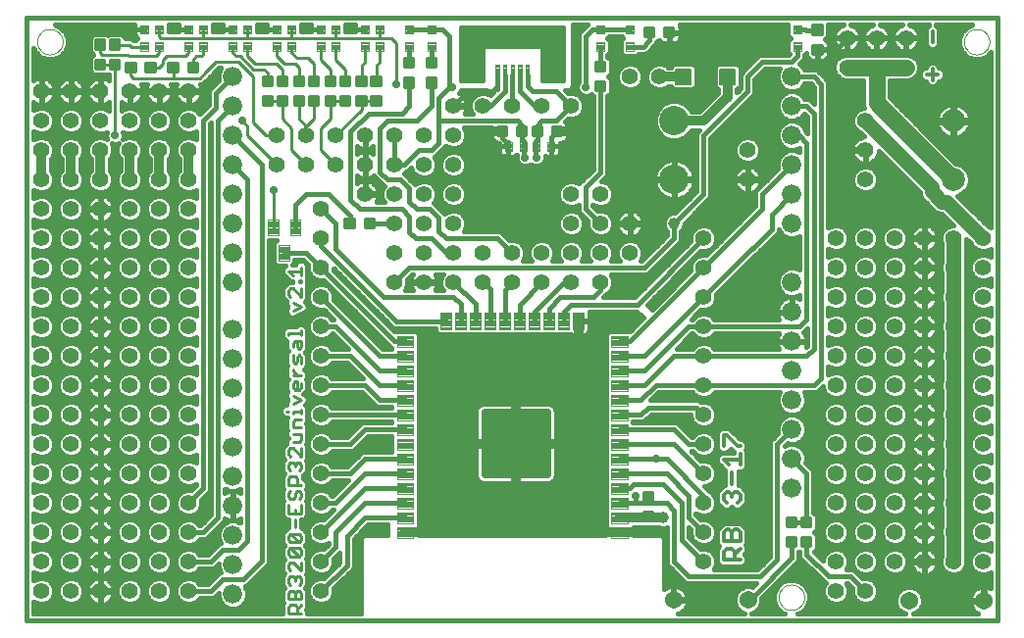
<source format=gtl>
G75*
%MOMM*%
%OFA0B0*%
%FSLAX33Y33*%
%IPPOS*%
%LPD*%
%AMOC8*
5,1,8,0,0,1.08239X$1,22.5*
%
%ADD10C,0.406*%
%ADD11C,0.000*%
%ADD12C,0.279*%
%ADD13C,0.356*%
%ADD14C,0.105*%
%ADD15C,0.300*%
%ADD16C,1.422*%
%ADD17C,0.104*%
%ADD18C,0.100*%
%ADD19C,0.600*%
%ADD20C,0.254*%
%ADD21C,1.676*%
%ADD22C,2.000*%
%ADD23C,2.540*%
%ADD24C,0.140*%
%ADD25C,1.540*%
%ADD26C,1.270*%
%ADD27C,0.813*%
%ADD28C,1.000*%
%ADD29C,0.700*%
%ADD30C,1.400*%
%ADD31C,1.422*%
D10*
X00000Y00000D02*
X00000Y52060D01*
X83820Y52070D01*
X83820Y00000D01*
X00000Y00000D01*
X00606Y00606D02*
X00606Y01628D01*
X00639Y01595D01*
X01048Y01426D01*
X01492Y01426D01*
X01901Y01595D01*
X02215Y01909D01*
X02384Y02318D01*
X02384Y02762D01*
X02215Y03171D01*
X01901Y03485D01*
X01492Y03654D01*
X01048Y03654D01*
X00639Y03485D01*
X00606Y03452D01*
X00606Y04168D01*
X00639Y04135D01*
X01048Y03966D01*
X01492Y03966D01*
X01901Y04135D01*
X02215Y04449D01*
X02384Y04858D01*
X02384Y05302D01*
X02215Y05711D01*
X01901Y06025D01*
X01492Y06194D01*
X01048Y06194D01*
X00639Y06025D01*
X00606Y05992D01*
X00606Y06708D01*
X00639Y06675D01*
X01048Y06506D01*
X01492Y06506D01*
X01901Y06675D01*
X02215Y06989D01*
X02384Y07398D01*
X02384Y07842D01*
X02215Y08251D01*
X01901Y08565D01*
X01492Y08734D01*
X01048Y08734D01*
X00639Y08565D01*
X00606Y08532D01*
X00606Y09248D01*
X00639Y09215D01*
X01048Y09046D01*
X01492Y09046D01*
X01901Y09215D01*
X02215Y09529D01*
X02384Y09938D01*
X02384Y10382D01*
X02215Y10791D01*
X01901Y11105D01*
X01492Y11274D01*
X01048Y11274D01*
X00639Y11105D01*
X00606Y11072D01*
X00606Y11788D01*
X00639Y11755D01*
X01048Y11586D01*
X01492Y11586D01*
X01901Y11755D01*
X02215Y12069D01*
X02384Y12478D01*
X02384Y12922D01*
X02215Y13331D01*
X01901Y13645D01*
X01492Y13814D01*
X01048Y13814D01*
X00639Y13645D01*
X00606Y13612D01*
X00606Y14328D01*
X00639Y14295D01*
X01048Y14126D01*
X01492Y14126D01*
X01901Y14295D01*
X02215Y14609D01*
X02384Y15018D01*
X02384Y15462D01*
X02215Y15871D01*
X01901Y16185D01*
X01492Y16354D01*
X01048Y16354D01*
X00639Y16185D01*
X00606Y16152D01*
X00606Y16868D01*
X00639Y16835D01*
X01048Y16666D01*
X01492Y16666D01*
X01901Y16835D01*
X02215Y17149D01*
X02384Y17558D01*
X02384Y18002D01*
X02215Y18411D01*
X01901Y18725D01*
X01492Y18894D01*
X01048Y18894D01*
X00639Y18725D01*
X00606Y18692D01*
X00606Y19408D01*
X00639Y19375D01*
X01048Y19206D01*
X01492Y19206D01*
X01901Y19375D01*
X02215Y19689D01*
X02384Y20098D01*
X02384Y20542D01*
X02215Y20951D01*
X01901Y21265D01*
X01492Y21434D01*
X01048Y21434D01*
X00639Y21265D01*
X00606Y21232D01*
X00606Y21948D01*
X00639Y21915D01*
X01048Y21746D01*
X01492Y21746D01*
X01901Y21915D01*
X02215Y22229D01*
X02384Y22638D01*
X02384Y23082D01*
X02215Y23491D01*
X01901Y23805D01*
X01492Y23974D01*
X01048Y23974D01*
X00639Y23805D01*
X00606Y23772D01*
X00606Y24488D01*
X00639Y24455D01*
X01048Y24286D01*
X01492Y24286D01*
X01901Y24455D01*
X02215Y24769D01*
X02384Y25178D01*
X02384Y25622D01*
X02215Y26031D01*
X01901Y26345D01*
X01492Y26514D01*
X01048Y26514D01*
X00639Y26345D01*
X00606Y26312D01*
X00606Y27028D01*
X00639Y26995D01*
X01048Y26826D01*
X01492Y26826D01*
X01901Y26995D01*
X02215Y27309D01*
X02384Y27718D01*
X02384Y28162D01*
X02215Y28571D01*
X01901Y28885D01*
X01492Y29054D01*
X01048Y29054D01*
X00639Y28885D01*
X00606Y28852D01*
X00606Y29568D01*
X00639Y29535D01*
X01048Y29366D01*
X01492Y29366D01*
X01901Y29535D01*
X02215Y29849D01*
X02384Y30258D01*
X02384Y30702D01*
X02215Y31111D01*
X01901Y31425D01*
X01492Y31594D01*
X01048Y31594D01*
X00639Y31425D01*
X00606Y31392D01*
X00606Y32108D01*
X00639Y32075D01*
X01048Y31906D01*
X01492Y31906D01*
X01901Y32075D01*
X02215Y32389D01*
X02384Y32798D01*
X02384Y33242D01*
X02215Y33651D01*
X01901Y33965D01*
X01492Y34134D01*
X01048Y34134D01*
X00639Y33965D01*
X00606Y33932D01*
X00606Y34648D01*
X00639Y34615D01*
X01048Y34446D01*
X01492Y34446D01*
X01901Y34615D01*
X02215Y34929D01*
X02384Y35338D01*
X02384Y35782D01*
X02215Y36191D01*
X01901Y36505D01*
X01492Y36674D01*
X01048Y36674D01*
X00639Y36505D01*
X00606Y36472D01*
X00606Y37188D01*
X00639Y37155D01*
X01048Y36986D01*
X01492Y36986D01*
X01901Y37155D01*
X02215Y37469D01*
X02384Y37878D01*
X02384Y38322D01*
X02215Y38731D01*
X02080Y38866D01*
X02080Y39874D01*
X02215Y40009D01*
X02384Y40418D01*
X02384Y40862D01*
X02215Y41271D01*
X01901Y41585D01*
X01492Y41754D01*
X01048Y41754D01*
X00639Y41585D01*
X00606Y41552D01*
X00606Y42268D01*
X00639Y42235D01*
X01048Y42066D01*
X01492Y42066D01*
X01901Y42235D01*
X02215Y42549D01*
X02384Y42958D01*
X02384Y43402D01*
X02215Y43811D01*
X01901Y44125D01*
X01492Y44294D01*
X01048Y44294D01*
X00639Y44125D01*
X00606Y44092D01*
X00606Y44758D01*
X00658Y44721D01*
X00821Y44637D01*
X00996Y44580D01*
X01178Y44552D01*
X01219Y44552D01*
X01219Y45669D01*
X01321Y45669D01*
X01321Y45771D01*
X01219Y45771D01*
X01219Y46888D01*
X01178Y46888D01*
X00996Y46860D01*
X00821Y46803D01*
X00658Y46719D01*
X00606Y46682D01*
X00606Y49436D01*
X00726Y49149D01*
X01149Y48726D01*
X01701Y48497D01*
X02299Y48497D01*
X02851Y48726D01*
X03274Y49149D01*
X03503Y49701D01*
X03503Y50299D01*
X03274Y50851D01*
X02851Y51274D01*
X02418Y51454D01*
X09303Y51455D01*
X09303Y51074D01*
X10160Y51074D01*
X10160Y51074D01*
X09303Y51074D01*
X09303Y50659D01*
X09338Y50529D01*
X09405Y50413D01*
X09499Y50318D01*
X09541Y50294D01*
X09357Y50110D01*
X09357Y50104D01*
X09225Y50104D01*
X09053Y50275D01*
X08523Y50275D01*
X08523Y50324D01*
X08199Y50648D01*
X07041Y50648D01*
X06985Y50592D01*
X06929Y50648D01*
X05771Y50648D01*
X05447Y50324D01*
X05447Y49166D01*
X05718Y48895D01*
X05447Y48624D01*
X05447Y47466D01*
X05771Y47142D01*
X06929Y47142D01*
X06985Y47198D01*
X07041Y47142D01*
X07090Y47142D01*
X07090Y46627D01*
X06962Y46719D01*
X06799Y46803D01*
X06624Y46860D01*
X06442Y46888D01*
X06401Y46888D01*
X06401Y45771D01*
X06299Y45771D01*
X06299Y46888D01*
X06258Y46888D01*
X06076Y46860D01*
X05901Y46803D01*
X05738Y46719D01*
X05589Y46611D01*
X05459Y46481D01*
X05351Y46332D01*
X05267Y46169D01*
X05210Y45994D01*
X05182Y45812D01*
X05182Y45771D01*
X06299Y45771D01*
X06299Y45669D01*
X06401Y45669D01*
X06401Y44552D01*
X06442Y44552D01*
X06624Y44580D01*
X06799Y44637D01*
X06962Y44721D01*
X07090Y44813D01*
X07090Y44016D01*
X06981Y44125D01*
X06572Y44294D01*
X06128Y44294D01*
X05719Y44125D01*
X05405Y43811D01*
X05236Y43402D01*
X05236Y42958D01*
X05405Y42549D01*
X05719Y42235D01*
X06128Y42066D01*
X06572Y42066D01*
X06931Y42214D01*
X06867Y42060D01*
X06867Y41760D01*
X06931Y41606D01*
X06572Y41754D01*
X06128Y41754D01*
X05719Y41585D01*
X05405Y41271D01*
X05236Y40862D01*
X05236Y40418D01*
X05405Y40009D01*
X05540Y39874D01*
X05540Y38866D01*
X05405Y38731D01*
X05236Y38322D01*
X05236Y37878D01*
X05405Y37469D01*
X05719Y37155D01*
X06128Y36986D01*
X06572Y36986D01*
X06981Y37155D01*
X07295Y37469D01*
X07464Y37878D01*
X07464Y38322D01*
X07295Y38731D01*
X07160Y38866D01*
X07160Y39874D01*
X07295Y40009D01*
X07464Y40418D01*
X07464Y40862D01*
X07316Y41221D01*
X07470Y41157D01*
X07770Y41157D01*
X07924Y41221D01*
X07776Y40862D01*
X07776Y40418D01*
X07945Y40009D01*
X08080Y39874D01*
X08080Y38866D01*
X07945Y38731D01*
X07776Y38322D01*
X07776Y37878D01*
X07945Y37469D01*
X08259Y37155D01*
X08668Y36986D01*
X09112Y36986D01*
X09521Y37155D01*
X09835Y37469D01*
X10004Y37878D01*
X10004Y38322D01*
X09835Y38731D01*
X09700Y38866D01*
X09700Y39874D01*
X09835Y40009D01*
X10004Y40418D01*
X10004Y40862D01*
X09835Y41271D01*
X09521Y41585D01*
X09112Y41754D01*
X08668Y41754D01*
X08309Y41606D01*
X08373Y41760D01*
X08373Y42060D01*
X08309Y42214D01*
X08668Y42066D01*
X09112Y42066D01*
X09521Y42235D01*
X09835Y42549D01*
X10004Y42958D01*
X10004Y43402D01*
X09835Y43811D01*
X09521Y44125D01*
X09112Y44294D01*
X08668Y44294D01*
X08259Y44125D01*
X08150Y44016D01*
X08150Y44813D01*
X08278Y44721D01*
X08441Y44637D01*
X08616Y44580D01*
X08798Y44552D01*
X08839Y44552D01*
X08839Y45669D01*
X08941Y45669D01*
X08941Y45771D01*
X10058Y45771D01*
X10058Y45812D01*
X10030Y45994D01*
X09973Y46169D01*
X09905Y46301D01*
X10415Y46301D01*
X10347Y46169D01*
X10290Y45994D01*
X10262Y45812D01*
X10262Y45771D01*
X11379Y45771D01*
X11379Y45669D01*
X11481Y45669D01*
X11481Y45771D01*
X12598Y45771D01*
X12598Y45812D01*
X12570Y45994D01*
X12513Y46169D01*
X12445Y46301D01*
X12955Y46301D01*
X12887Y46169D01*
X12830Y45994D01*
X12802Y45812D01*
X12802Y45771D01*
X13919Y45771D01*
X13919Y45669D01*
X14021Y45669D01*
X14021Y45771D01*
X15138Y45771D01*
X15138Y45812D01*
X15110Y45994D01*
X15053Y46169D01*
X14985Y46301D01*
X15142Y46301D01*
X15618Y46777D01*
X16571Y47730D01*
X16764Y47730D01*
X16728Y47693D01*
X16539Y47237D01*
X16539Y46743D01*
X16579Y46646D01*
X15745Y45812D01*
X15745Y44542D01*
X14944Y43741D01*
X14915Y43811D01*
X14601Y44125D01*
X14192Y44294D01*
X13748Y44294D01*
X13339Y44125D01*
X13025Y43811D01*
X12856Y43402D01*
X12856Y42958D01*
X13025Y42549D01*
X13339Y42235D01*
X13748Y42066D01*
X14192Y42066D01*
X14601Y42235D01*
X14634Y42268D01*
X14634Y41552D01*
X14601Y41585D01*
X14192Y41754D01*
X13748Y41754D01*
X13339Y41585D01*
X13025Y41271D01*
X12856Y40862D01*
X12856Y40418D01*
X13025Y40009D01*
X13160Y39874D01*
X13160Y38866D01*
X13025Y38731D01*
X12856Y38322D01*
X12856Y37878D01*
X13025Y37469D01*
X13339Y37155D01*
X13748Y36986D01*
X14192Y36986D01*
X14601Y37155D01*
X14634Y37188D01*
X14634Y36472D01*
X14601Y36505D01*
X14192Y36674D01*
X13748Y36674D01*
X13339Y36505D01*
X13025Y36191D01*
X12856Y35782D01*
X12856Y35338D01*
X13025Y34929D01*
X13339Y34615D01*
X13748Y34446D01*
X14192Y34446D01*
X14601Y34615D01*
X14634Y34648D01*
X14634Y33932D01*
X14601Y33965D01*
X14192Y34134D01*
X13748Y34134D01*
X13339Y33965D01*
X13025Y33651D01*
X12856Y33242D01*
X12856Y32798D01*
X13025Y32389D01*
X13339Y32075D01*
X13748Y31906D01*
X14192Y31906D01*
X14601Y32075D01*
X14634Y32108D01*
X14634Y31392D01*
X14601Y31425D01*
X14192Y31594D01*
X13748Y31594D01*
X13339Y31425D01*
X13025Y31111D01*
X12856Y30702D01*
X12856Y30258D01*
X13025Y29849D01*
X13339Y29535D01*
X13748Y29366D01*
X14192Y29366D01*
X14601Y29535D01*
X14634Y29568D01*
X14634Y28852D01*
X14601Y28885D01*
X14192Y29054D01*
X13748Y29054D01*
X13339Y28885D01*
X13025Y28571D01*
X12856Y28162D01*
X12856Y27718D01*
X13025Y27309D01*
X13339Y26995D01*
X13748Y26826D01*
X14192Y26826D01*
X14601Y26995D01*
X14634Y27028D01*
X14634Y26312D01*
X14601Y26345D01*
X14192Y26514D01*
X13748Y26514D01*
X13339Y26345D01*
X13025Y26031D01*
X12856Y25622D01*
X12856Y25178D01*
X13025Y24769D01*
X13339Y24455D01*
X13748Y24286D01*
X14192Y24286D01*
X14601Y24455D01*
X14634Y24488D01*
X14634Y23772D01*
X14601Y23805D01*
X14192Y23974D01*
X13748Y23974D01*
X13339Y23805D01*
X13025Y23491D01*
X12856Y23082D01*
X12856Y22638D01*
X13025Y22229D01*
X13339Y21915D01*
X13748Y21746D01*
X14192Y21746D01*
X14601Y21915D01*
X14634Y21948D01*
X14634Y21232D01*
X14601Y21265D01*
X14192Y21434D01*
X13748Y21434D01*
X13339Y21265D01*
X13025Y20951D01*
X12856Y20542D01*
X12856Y20098D01*
X13025Y19689D01*
X13339Y19375D01*
X13748Y19206D01*
X14192Y19206D01*
X14601Y19375D01*
X14634Y19408D01*
X14634Y18692D01*
X14601Y18725D01*
X14192Y18894D01*
X13748Y18894D01*
X13339Y18725D01*
X13025Y18411D01*
X12856Y18002D01*
X12856Y17558D01*
X13025Y17149D01*
X13339Y16835D01*
X13748Y16666D01*
X14192Y16666D01*
X14601Y16835D01*
X14634Y16868D01*
X14634Y16152D01*
X14601Y16185D01*
X14192Y16354D01*
X13748Y16354D01*
X13339Y16185D01*
X13025Y15871D01*
X12856Y15462D01*
X12856Y15018D01*
X13025Y14609D01*
X13339Y14295D01*
X13748Y14126D01*
X14192Y14126D01*
X14601Y14295D01*
X14634Y14328D01*
X14634Y13612D01*
X14601Y13645D01*
X14192Y13814D01*
X13748Y13814D01*
X13339Y13645D01*
X13025Y13331D01*
X12856Y12922D01*
X12856Y12478D01*
X13025Y12069D01*
X13339Y11755D01*
X13748Y11586D01*
X14192Y11586D01*
X14601Y11755D01*
X14634Y11788D01*
X14634Y11681D01*
X14217Y11264D01*
X14192Y11274D01*
X13748Y11274D01*
X13339Y11105D01*
X13025Y10791D01*
X12856Y10382D01*
X12856Y09938D01*
X13025Y09529D01*
X13339Y09215D01*
X13748Y09046D01*
X14192Y09046D01*
X14601Y09215D01*
X14915Y09529D01*
X15084Y09938D01*
X15084Y10382D01*
X15074Y10407D01*
X15846Y11179D01*
X15846Y42929D01*
X15904Y42986D01*
X15904Y09141D01*
X14989Y08226D01*
X14925Y08226D01*
X14915Y08251D01*
X14601Y08565D01*
X14192Y08734D01*
X13748Y08734D01*
X13339Y08565D01*
X13025Y08251D01*
X12856Y07842D01*
X12856Y07398D01*
X13025Y06989D01*
X13339Y06675D01*
X13748Y06506D01*
X14192Y06506D01*
X14601Y06675D01*
X14915Y06989D01*
X14925Y07014D01*
X15491Y07014D01*
X15846Y07369D01*
X17116Y08639D01*
X17116Y08790D01*
X17283Y08706D01*
X17477Y08642D01*
X17678Y08611D01*
X17733Y08611D01*
X17733Y09859D01*
X17827Y09859D01*
X17827Y08611D01*
X17882Y08611D01*
X18083Y08642D01*
X18277Y08706D01*
X18444Y08790D01*
X18444Y08435D01*
X18027Y08607D01*
X17533Y08607D01*
X17077Y08418D01*
X16728Y08069D01*
X16539Y07613D01*
X16539Y07119D01*
X16701Y06728D01*
X16665Y06728D01*
X15783Y05845D01*
X15624Y05686D01*
X14925Y05686D01*
X14915Y05711D01*
X14601Y06025D01*
X14192Y06194D01*
X13748Y06194D01*
X13339Y06025D01*
X13025Y05711D01*
X12856Y05302D01*
X12856Y04858D01*
X13025Y04449D01*
X13339Y04135D01*
X13748Y03966D01*
X14192Y03966D01*
X14601Y04135D01*
X14915Y04449D01*
X14925Y04474D01*
X16126Y04474D01*
X16481Y04829D01*
X16539Y04886D01*
X16539Y04579D01*
X16713Y04159D01*
X16637Y04159D01*
X16281Y03804D01*
X15941Y03464D01*
X15624Y03146D01*
X14925Y03146D01*
X14915Y03171D01*
X14601Y03485D01*
X14192Y03654D01*
X13748Y03654D01*
X13339Y03485D01*
X13025Y03171D01*
X12856Y02762D01*
X12856Y02318D01*
X13025Y01909D01*
X13339Y01595D01*
X13748Y01426D01*
X14192Y01426D01*
X14601Y01595D01*
X14915Y01909D01*
X14925Y01934D01*
X16126Y01934D01*
X16481Y02289D01*
X16539Y02346D01*
X16539Y02039D01*
X16728Y01583D01*
X17077Y01234D01*
X17533Y01045D01*
X18027Y01045D01*
X18483Y01234D01*
X18832Y01583D01*
X19021Y02039D01*
X19021Y02533D01*
X18850Y02946D01*
X18923Y02946D01*
X19279Y03302D01*
X20926Y04949D01*
X20926Y32858D01*
X21581Y32858D01*
X21322Y32599D01*
X21322Y30924D01*
X21587Y30658D01*
X22331Y30658D01*
X22230Y30557D01*
X22068Y30396D01*
X22068Y29946D01*
X22289Y29725D01*
X22386Y29628D01*
X22386Y29628D01*
X22740Y29274D01*
X22953Y29274D01*
X22953Y29217D01*
X22707Y29217D01*
X22563Y29217D01*
X22438Y29091D01*
X22386Y29040D01*
X22312Y28966D01*
X22068Y28722D01*
X22068Y28368D01*
X22068Y28318D01*
X22068Y28272D01*
X22068Y28272D01*
X22068Y27918D01*
X22319Y27667D01*
X22386Y27600D01*
X22421Y27566D01*
X22379Y27482D01*
X22511Y27086D01*
X22379Y26691D01*
X22580Y26289D01*
X23007Y26146D01*
X23881Y26584D01*
X24058Y26642D01*
X24077Y26682D01*
X24117Y26701D01*
X24176Y26878D01*
X24259Y27045D01*
X24245Y27086D01*
X24259Y27128D01*
X24176Y27295D01*
X24117Y27471D01*
X24077Y27491D01*
X24058Y27530D01*
X24018Y27544D01*
X24216Y27741D01*
X24216Y28899D01*
X24177Y28937D01*
X24216Y28975D01*
X24216Y30750D01*
X23898Y31068D01*
X23448Y31068D01*
X23130Y30750D01*
X23130Y30714D01*
X22919Y30714D01*
X23128Y30924D01*
X23128Y31155D01*
X23868Y31155D01*
X24296Y30727D01*
X24286Y30702D01*
X24286Y30258D01*
X24455Y29849D01*
X24769Y29535D01*
X25178Y29366D01*
X25622Y29366D01*
X25647Y29376D01*
X31507Y23516D01*
X31507Y23451D01*
X30746Y23451D01*
X26504Y27693D01*
X26514Y27718D01*
X26514Y28162D01*
X26345Y28571D01*
X26031Y28885D01*
X25622Y29054D01*
X25178Y29054D01*
X24769Y28885D01*
X24455Y28571D01*
X24286Y28162D01*
X24286Y27718D01*
X24455Y27309D01*
X24769Y26995D01*
X25178Y26826D01*
X25622Y26826D01*
X25647Y26836D01*
X26476Y26006D01*
X26355Y26006D01*
X26345Y26031D01*
X26031Y26345D01*
X25622Y26514D01*
X25178Y26514D01*
X24769Y26345D01*
X24455Y26031D01*
X24286Y25622D01*
X24286Y25178D01*
X24455Y24769D01*
X24769Y24455D01*
X25178Y24286D01*
X25622Y24286D01*
X26031Y24455D01*
X26345Y24769D01*
X26355Y24794D01*
X26419Y24794D01*
X27746Y23466D01*
X26355Y23466D01*
X26345Y23491D01*
X26031Y23805D01*
X25622Y23974D01*
X25178Y23974D01*
X24769Y23805D01*
X24455Y23491D01*
X24286Y23082D01*
X24286Y22638D01*
X24455Y22229D01*
X24769Y21915D01*
X25178Y21746D01*
X25622Y21746D01*
X26031Y21915D01*
X26345Y22229D01*
X26355Y22254D01*
X27689Y22254D01*
X29016Y20926D01*
X26355Y20926D01*
X26345Y20951D01*
X26031Y21265D01*
X25622Y21434D01*
X25178Y21434D01*
X24769Y21265D01*
X24455Y20951D01*
X24286Y20542D01*
X24286Y20098D01*
X24455Y19689D01*
X24769Y19375D01*
X25178Y19206D01*
X25622Y19206D01*
X26031Y19375D01*
X26345Y19689D01*
X26355Y19714D01*
X28959Y19714D01*
X30244Y18429D01*
X31507Y18429D01*
X31507Y18371D01*
X29476Y18371D01*
X29461Y18386D01*
X26355Y18386D01*
X26345Y18411D01*
X26031Y18725D01*
X25622Y18894D01*
X25178Y18894D01*
X24769Y18725D01*
X24455Y18411D01*
X24286Y18002D01*
X24286Y17558D01*
X24455Y17149D01*
X24769Y16835D01*
X25178Y16666D01*
X25622Y16666D01*
X26031Y16835D01*
X26345Y17149D01*
X26355Y17174D01*
X28929Y17174D01*
X28944Y17159D01*
X31507Y17159D01*
X31507Y17101D01*
X28944Y17101D01*
X27689Y15846D01*
X26355Y15846D01*
X26345Y15871D01*
X26031Y16185D01*
X25622Y16354D01*
X25178Y16354D01*
X24769Y16185D01*
X24455Y15871D01*
X24286Y15462D01*
X24286Y15018D01*
X24455Y14609D01*
X24769Y14295D01*
X25178Y14126D01*
X25622Y14126D01*
X26031Y14295D01*
X26345Y14609D01*
X26355Y14634D01*
X28191Y14634D01*
X28546Y14989D01*
X29446Y15889D01*
X31507Y15889D01*
X31507Y14561D01*
X28944Y14561D01*
X27689Y13306D01*
X26355Y13306D01*
X26345Y13331D01*
X26031Y13645D01*
X25622Y13814D01*
X25178Y13814D01*
X24769Y13645D01*
X24455Y13331D01*
X24286Y12922D01*
X24286Y12478D01*
X24455Y12069D01*
X24769Y11755D01*
X25178Y11586D01*
X25622Y11586D01*
X26031Y11755D01*
X26345Y12069D01*
X26355Y12094D01*
X27746Y12094D01*
X26419Y10766D01*
X26355Y10766D01*
X26345Y10791D01*
X26031Y11105D01*
X25622Y11274D01*
X25178Y11274D01*
X24769Y11105D01*
X24455Y10791D01*
X24286Y10382D01*
X24286Y09938D01*
X24455Y09529D01*
X24769Y09215D01*
X25178Y09046D01*
X25622Y09046D01*
X26031Y09215D01*
X26345Y09529D01*
X26355Y09554D01*
X26476Y09554D01*
X25647Y08724D01*
X25622Y08734D01*
X25178Y08734D01*
X24769Y08565D01*
X24455Y08251D01*
X24286Y07842D01*
X24286Y07398D01*
X24455Y06989D01*
X24769Y06675D01*
X25178Y06506D01*
X25622Y06506D01*
X26031Y06675D01*
X26064Y06708D01*
X26064Y06601D01*
X25647Y06184D01*
X25622Y06194D01*
X25178Y06194D01*
X24769Y06025D01*
X24455Y05711D01*
X24286Y05302D01*
X24286Y04858D01*
X24455Y04449D01*
X24769Y04135D01*
X25178Y03966D01*
X25622Y03966D01*
X26031Y04135D01*
X26345Y04449D01*
X26514Y04858D01*
X26514Y05302D01*
X26504Y05327D01*
X27016Y05839D01*
X27016Y05014D01*
X25647Y03644D01*
X25622Y03654D01*
X25178Y03654D01*
X24769Y03485D01*
X24455Y03171D01*
X24286Y02762D01*
X24286Y02318D01*
X24455Y01909D01*
X24769Y01595D01*
X25178Y01426D01*
X25622Y01426D01*
X26031Y01595D01*
X26345Y01909D01*
X26514Y02318D01*
X26514Y02762D01*
X26504Y02787D01*
X28229Y04511D01*
X28229Y07051D01*
X29446Y08269D01*
X31140Y08269D01*
X31140Y07388D01*
X29043Y07388D01*
X28807Y07152D01*
X28807Y00606D01*
X24216Y00606D01*
X24216Y00841D01*
X24087Y00970D01*
X24216Y01099D01*
X24216Y01548D01*
X24177Y01587D01*
X24216Y01625D01*
X24216Y02605D01*
X24001Y02821D01*
X24216Y03036D01*
X24216Y03839D01*
X24089Y03966D01*
X24216Y04093D01*
X24216Y05250D01*
X24089Y05377D01*
X24216Y05503D01*
X24216Y06307D01*
X24001Y06522D01*
X24039Y06560D01*
X24216Y06737D01*
X24216Y07541D01*
X23898Y07859D01*
X23721Y08036D01*
X23685Y08036D01*
X23685Y08710D01*
X23898Y08710D01*
X24216Y09028D01*
X24216Y10185D01*
X24089Y10312D01*
X24216Y10439D01*
X24216Y11242D01*
X24089Y11369D01*
X24216Y11496D01*
X24216Y11946D01*
X23898Y12264D01*
X23862Y12264D01*
X23862Y12476D01*
X23862Y12476D01*
X23862Y12476D01*
X23824Y12514D01*
X24216Y12907D01*
X24216Y13710D01*
X24089Y13837D01*
X24216Y13963D01*
X24216Y15121D01*
X24089Y15248D01*
X24216Y15374D01*
X24216Y16355D01*
X24177Y16393D01*
X24216Y16431D01*
X24216Y16881D01*
X24087Y17010D01*
X24216Y17139D01*
X24216Y17589D01*
X24177Y17627D01*
X24216Y17665D01*
X24216Y18469D01*
X24059Y18625D01*
X24077Y18662D01*
X24117Y18681D01*
X24176Y18858D01*
X24259Y19025D01*
X24245Y19066D01*
X24259Y19108D01*
X24176Y19275D01*
X24117Y19451D01*
X24077Y19471D01*
X24058Y19510D01*
X23885Y19568D01*
X24039Y19721D01*
X24216Y19898D01*
X24216Y20702D01*
X24089Y20829D01*
X24216Y20955D01*
X24216Y21405D01*
X23926Y21694D01*
X24216Y21983D01*
X24216Y22964D01*
X24039Y23141D01*
X24001Y23179D01*
X24039Y23217D01*
X24216Y23394D01*
X24216Y24375D01*
X24177Y24413D01*
X24216Y24451D01*
X24216Y25255D01*
X23898Y25573D01*
X23448Y25573D01*
X23271Y25396D01*
X22386Y25396D01*
X22068Y25078D01*
X22068Y24451D01*
X22386Y24133D01*
X22422Y24133D01*
X22422Y23394D01*
X22549Y23268D01*
X22422Y23141D01*
X22422Y22160D01*
X22535Y22048D01*
X22422Y21936D01*
X22422Y20955D01*
X22549Y20829D01*
X22422Y20702D01*
X22422Y19898D01*
X22539Y19782D01*
X22379Y19462D01*
X22511Y19066D01*
X22379Y18671D01*
X22410Y18610D01*
X22209Y18610D01*
X21891Y18292D01*
X21891Y17842D01*
X22209Y17524D01*
X22534Y17524D01*
X22422Y17412D01*
X22422Y16431D01*
X22460Y16393D01*
X22422Y16355D01*
X22422Y15905D01*
X22551Y15776D01*
X22422Y15647D01*
X22422Y15298D01*
X22386Y15262D01*
X22312Y15188D01*
X22068Y14944D01*
X22068Y14590D01*
X22068Y14494D01*
X22068Y14494D01*
X22068Y14140D01*
X22284Y13925D01*
X22068Y13710D01*
X22068Y13356D01*
X22068Y13311D01*
X22068Y13260D01*
X22068Y13260D01*
X22068Y12907D01*
X22068Y12907D01*
X22068Y12907D01*
X22284Y12691D01*
X22068Y12476D01*
X22068Y12254D01*
X22068Y12027D01*
X22068Y12027D01*
X22068Y11496D01*
X22195Y11369D01*
X22068Y11242D01*
X22068Y10889D01*
X22068Y10793D01*
X22068Y10439D01*
X22068Y10439D01*
X22068Y10439D01*
X22195Y10312D01*
X22068Y10185D01*
X22068Y09028D01*
X22386Y08710D01*
X22599Y08710D01*
X22599Y08036D01*
X22563Y08036D01*
X22545Y08018D01*
X22386Y07859D01*
X22319Y07792D01*
X22068Y07541D01*
X22068Y07187D01*
X22068Y07141D01*
X22068Y07091D01*
X22068Y07091D01*
X22068Y06737D01*
X22284Y06522D01*
X22068Y06307D01*
X22068Y05953D01*
X22068Y05908D01*
X22068Y05857D01*
X22068Y05857D01*
X22068Y05503D01*
X22284Y05288D01*
X22068Y05073D01*
X22068Y04719D01*
X22068Y04669D01*
X22068Y04623D01*
X22068Y04270D01*
X22068Y04270D01*
X22068Y04270D01*
X22284Y04054D01*
X22068Y03839D01*
X22068Y03485D01*
X22068Y03390D01*
X22068Y03390D01*
X22068Y03036D01*
X22068Y03036D01*
X22284Y02821D01*
X22068Y02605D01*
X22068Y02383D01*
X22068Y02156D01*
X22068Y02156D01*
X22068Y01625D01*
X22195Y01498D01*
X22068Y01372D01*
X22068Y01372D01*
X22068Y01149D01*
X22068Y00922D01*
X22068Y00922D01*
X22068Y00606D01*
X00606Y00606D01*
X00606Y00810D02*
X22068Y00810D01*
X22068Y01215D02*
X18438Y01215D01*
X18848Y01620D02*
X22074Y01620D01*
X22068Y01372D02*
X22068Y01372D01*
X22068Y02024D02*
X19015Y02024D01*
X19021Y02429D02*
X22068Y02429D01*
X22068Y02605D02*
X22068Y02605D01*
X22068Y02605D01*
X22270Y02834D02*
X18897Y02834D01*
X19216Y03239D02*
X22068Y03239D01*
X22068Y03036D02*
X22068Y03036D01*
X22068Y03485D02*
X22068Y03485D01*
X22068Y03644D02*
X19621Y03644D01*
X20026Y04049D02*
X22278Y04049D01*
X22068Y03839D02*
X22068Y03839D01*
X22068Y03839D01*
X22068Y04454D02*
X20431Y04454D01*
X20836Y04859D02*
X22068Y04859D01*
X22068Y04719D02*
X22068Y04719D01*
X22068Y04623D02*
X22068Y04623D01*
X22068Y05073D02*
X22068Y05073D01*
X22068Y05073D01*
X22259Y05264D02*
X20926Y05264D01*
X20926Y05669D02*
X22068Y05669D01*
X22068Y05503D02*
X22068Y05503D01*
X22068Y05503D01*
X22068Y05953D02*
X22068Y05953D01*
X22068Y06073D02*
X20926Y06073D01*
X20926Y06478D02*
X22240Y06478D01*
X22068Y06307D02*
X22068Y06307D01*
X22068Y06307D01*
X22068Y06737D02*
X22068Y06737D01*
X22068Y06737D01*
X22068Y06883D02*
X20926Y06883D01*
X20926Y07288D02*
X22068Y07288D01*
X22068Y07187D02*
X22068Y07187D01*
X22068Y07541D02*
X22068Y07541D01*
X22068Y07541D01*
X22221Y07693D02*
X20926Y07693D01*
X20926Y08098D02*
X22599Y08098D01*
X22563Y08036D02*
X22563Y08036D01*
X22386Y07859D02*
X22386Y07859D01*
X22599Y08503D02*
X20926Y08503D01*
X20926Y08908D02*
X22189Y08908D01*
X22068Y09313D02*
X20926Y09313D01*
X20926Y09718D02*
X22068Y09718D01*
X22068Y10123D02*
X20926Y10123D01*
X20926Y10527D02*
X22068Y10527D01*
X22068Y10793D02*
X22068Y10793D01*
X22068Y10889D02*
X22068Y10889D01*
X22068Y10932D02*
X20926Y10932D01*
X20926Y11337D02*
X22163Y11337D01*
X22068Y11242D02*
X22068Y11242D01*
X22068Y11242D01*
X22068Y11742D02*
X20926Y11742D01*
X20926Y12147D02*
X22068Y12147D01*
X22068Y12476D02*
X22068Y12476D01*
X22068Y12476D01*
X22144Y12552D02*
X20926Y12552D01*
X20926Y12957D02*
X22068Y12957D01*
X22068Y13356D02*
X22068Y13356D01*
X22068Y13362D02*
X20926Y13362D01*
X20926Y13767D02*
X22125Y13767D01*
X22068Y13710D02*
X22068Y13710D01*
X22068Y13710D01*
X22068Y14140D02*
X22068Y14140D01*
X22068Y14140D01*
X22068Y14171D02*
X20926Y14171D01*
X20926Y14576D02*
X22068Y14576D01*
X22068Y14590D02*
X22068Y14590D01*
X22068Y14944D02*
X22068Y14944D01*
X22068Y14944D01*
X22106Y14981D02*
X20926Y14981D01*
X20926Y15386D02*
X22422Y15386D01*
X22386Y15262D02*
X22386Y15262D01*
X22536Y15791D02*
X20926Y15791D01*
X20926Y16196D02*
X22422Y16196D01*
X22422Y16601D02*
X20926Y16601D01*
X20926Y17006D02*
X22422Y17006D01*
X22422Y17411D02*
X20926Y17411D01*
X20926Y17816D02*
X21918Y17816D01*
X21891Y18221D02*
X20926Y18221D01*
X20926Y18625D02*
X22402Y18625D01*
X22499Y19030D02*
X20926Y19030D01*
X20926Y19435D02*
X22388Y19435D01*
X22480Y19840D02*
X20926Y19840D01*
X20926Y20245D02*
X22422Y20245D01*
X22422Y20650D02*
X20926Y20650D01*
X20926Y21055D02*
X22422Y21055D01*
X22422Y21460D02*
X20926Y21460D01*
X20926Y21865D02*
X22422Y21865D01*
X22422Y22269D02*
X20926Y22269D01*
X20926Y22674D02*
X22422Y22674D01*
X22422Y23079D02*
X20926Y23079D01*
X20926Y23484D02*
X22422Y23484D01*
X22422Y23889D02*
X20926Y23889D01*
X20926Y24294D02*
X22226Y24294D01*
X22068Y24699D02*
X20926Y24699D01*
X20926Y25104D02*
X22094Y25104D01*
X20926Y25509D02*
X23384Y25509D01*
X23962Y25509D02*
X24286Y25509D01*
X24316Y25104D02*
X24216Y25104D01*
X24216Y24699D02*
X24525Y24699D01*
X24216Y24294D02*
X25158Y24294D01*
X24972Y23889D02*
X24216Y23889D01*
X24216Y23484D02*
X24452Y23484D01*
X24286Y23079D02*
X24100Y23079D01*
X24216Y22674D02*
X24286Y22674D01*
X24216Y22269D02*
X24438Y22269D01*
X24097Y21865D02*
X24891Y21865D01*
X24161Y21460D02*
X28483Y21460D01*
X28078Y21865D02*
X25909Y21865D01*
X26241Y21055D02*
X28888Y21055D01*
X29210Y20320D02*
X25400Y20320D01*
X24393Y19840D02*
X24157Y19840D01*
X24122Y19435D02*
X24709Y19435D01*
X24257Y19030D02*
X29642Y19030D01*
X30047Y18625D02*
X26131Y18625D01*
X26091Y19435D02*
X29237Y19435D01*
X29210Y20320D02*
X30495Y19035D01*
X32660Y19035D01*
X33813Y19030D02*
X50007Y19030D01*
X50007Y18625D02*
X45344Y18625D01*
X45393Y18593D02*
X45269Y18676D01*
X45131Y18733D01*
X44985Y18762D01*
X42413Y18762D01*
X42413Y15508D01*
X42007Y15508D01*
X42007Y15102D01*
X38753Y15102D01*
X38753Y12530D01*
X38782Y12384D01*
X38839Y12246D01*
X38922Y12122D01*
X39027Y12017D01*
X39151Y11934D01*
X39289Y11877D01*
X39435Y11848D01*
X42007Y11848D01*
X42007Y15102D01*
X42413Y15102D01*
X42413Y15508D01*
X45667Y15508D01*
X45667Y18080D01*
X45638Y18226D01*
X45581Y18364D01*
X45498Y18488D01*
X45393Y18593D01*
X45639Y18221D02*
X50007Y18221D01*
X50007Y17816D02*
X45667Y17816D01*
X45667Y17411D02*
X50007Y17411D01*
X50007Y17006D02*
X45667Y17006D01*
X45667Y16601D02*
X50007Y16601D01*
X50007Y16196D02*
X45667Y16196D01*
X45667Y15791D02*
X50007Y15791D01*
X50007Y15386D02*
X42413Y15386D01*
X42413Y15102D02*
X45667Y15102D01*
X45667Y12530D01*
X45638Y12384D01*
X45581Y12246D01*
X45498Y12122D01*
X45393Y12017D01*
X45269Y11934D01*
X45131Y11877D01*
X44985Y11848D01*
X42413Y11848D01*
X42413Y15102D01*
X42413Y14981D02*
X42007Y14981D01*
X42007Y14576D02*
X42413Y14576D01*
X42413Y14171D02*
X42007Y14171D01*
X42007Y13767D02*
X42413Y13767D01*
X42413Y13362D02*
X42007Y13362D01*
X42007Y12957D02*
X42413Y12957D01*
X42413Y12552D02*
X42007Y12552D01*
X42007Y12147D02*
X42413Y12147D01*
X45515Y12147D02*
X50007Y12147D01*
X50007Y12552D02*
X45667Y12552D01*
X45667Y12957D02*
X50007Y12957D01*
X50007Y13362D02*
X45667Y13362D01*
X45667Y13767D02*
X50007Y13767D01*
X50007Y14171D02*
X45667Y14171D01*
X45667Y14576D02*
X50007Y14576D01*
X50007Y14981D02*
X45667Y14981D01*
X42413Y15791D02*
X42007Y15791D01*
X42007Y15508D02*
X42007Y18762D01*
X39435Y18762D01*
X39289Y18733D01*
X39151Y18676D01*
X39027Y18593D01*
X38922Y18488D01*
X38839Y18364D01*
X38782Y18226D01*
X38753Y18080D01*
X38753Y15508D01*
X42007Y15508D01*
X42007Y15386D02*
X33813Y15386D01*
X33813Y14981D02*
X38753Y14981D01*
X38753Y14576D02*
X33813Y14576D01*
X33813Y14171D02*
X38753Y14171D01*
X38753Y13767D02*
X33813Y13767D01*
X33813Y13362D02*
X38753Y13362D01*
X38753Y12957D02*
X33813Y12957D01*
X33813Y12552D02*
X38753Y12552D01*
X38905Y12147D02*
X33813Y12147D01*
X33813Y11742D02*
X50007Y11742D01*
X50007Y11337D02*
X33813Y11337D01*
X33813Y10932D02*
X50007Y10932D01*
X50007Y10527D02*
X33813Y10527D01*
X33813Y10123D02*
X50007Y10123D01*
X50007Y09718D02*
X33813Y09718D01*
X33813Y09313D02*
X50007Y09313D01*
X50007Y08908D02*
X33813Y08908D01*
X33813Y08503D02*
X50007Y08503D01*
X50007Y08284D02*
X49987Y08251D01*
X49953Y08122D01*
X49953Y07652D01*
X51113Y07652D01*
X51113Y07558D01*
X49953Y07558D01*
X49953Y07388D01*
X33867Y07388D01*
X33867Y07558D01*
X32707Y07558D01*
X32707Y07652D01*
X33867Y07652D01*
X33867Y08122D01*
X33833Y08251D01*
X33813Y08284D01*
X33813Y24753D01*
X33548Y25018D01*
X31772Y25018D01*
X31746Y24992D01*
X26504Y30233D01*
X26514Y30258D01*
X26514Y30413D01*
X31144Y25784D01*
X31324Y25604D01*
X31679Y25249D01*
X35277Y25249D01*
X35277Y24967D01*
X35542Y24702D01*
X46931Y24702D01*
X46964Y24682D01*
X47093Y24648D01*
X47563Y24648D01*
X47563Y25808D01*
X47657Y25808D01*
X47657Y25902D01*
X48567Y25902D01*
X48567Y26622D01*
X48547Y26699D01*
X52641Y26699D01*
X53211Y26129D01*
X52074Y24992D01*
X52048Y25018D01*
X50272Y25018D01*
X50007Y24753D01*
X50007Y08284D01*
X49953Y08098D02*
X33867Y08098D01*
X33867Y07693D02*
X49953Y07693D01*
X51207Y07652D02*
X52367Y07652D01*
X52367Y08065D01*
X54558Y08065D01*
X54748Y07987D01*
X55107Y07987D01*
X55274Y08056D01*
X55274Y04829D01*
X55629Y04474D01*
X56544Y03559D01*
X56899Y03204D01*
X62989Y03204D01*
X62656Y02871D01*
X62492Y02939D01*
X62026Y02939D01*
X61594Y02761D01*
X61264Y02431D01*
X61086Y02000D01*
X61086Y01533D01*
X61264Y01102D01*
X61594Y00772D01*
X61993Y00606D01*
X56226Y00606D01*
X56295Y00629D01*
X56467Y00717D01*
X56623Y00830D01*
X56760Y00967D01*
X56874Y01123D01*
X56961Y01295D01*
X57021Y01479D01*
X57051Y01670D01*
X57051Y01694D01*
X55896Y01694D01*
X55896Y01838D01*
X57051Y01838D01*
X57051Y01863D01*
X57021Y02054D01*
X56961Y02237D01*
X56874Y02409D01*
X56760Y02566D01*
X56623Y02702D01*
X56467Y02816D01*
X56295Y02904D01*
X56111Y02963D01*
X55921Y02993D01*
X55896Y02993D01*
X55896Y01838D01*
X55752Y01838D01*
X55752Y02993D01*
X55727Y02993D01*
X55537Y02963D01*
X55353Y02904D01*
X55181Y02816D01*
X55025Y02702D01*
X55013Y02691D01*
X55013Y07152D01*
X54777Y07388D01*
X52367Y07388D01*
X52367Y07558D01*
X51207Y07558D01*
X51207Y07652D01*
X52367Y07693D02*
X55274Y07693D01*
X55274Y07288D02*
X54877Y07288D01*
X55013Y06883D02*
X55274Y06883D01*
X55274Y06478D02*
X55013Y06478D01*
X55013Y06073D02*
X55274Y06073D01*
X55274Y05669D02*
X55013Y05669D01*
X55013Y05264D02*
X55274Y05264D01*
X55274Y04859D02*
X55013Y04859D01*
X55013Y04454D02*
X55649Y04454D01*
X56053Y04049D02*
X55013Y04049D01*
X55013Y03644D02*
X56458Y03644D01*
X56544Y03559D02*
X56544Y03559D01*
X56863Y03239D02*
X55013Y03239D01*
X55013Y02834D02*
X55217Y02834D01*
X55752Y02834D02*
X55896Y02834D01*
X55896Y02429D02*
X55752Y02429D01*
X55752Y02024D02*
X55896Y02024D01*
X56431Y02834D02*
X61772Y02834D01*
X61264Y02429D02*
X56859Y02429D01*
X57026Y02024D02*
X61096Y02024D01*
X61086Y01620D02*
X57043Y01620D01*
X56920Y01215D02*
X61218Y01215D01*
X61556Y00810D02*
X56595Y00810D01*
X57150Y03810D02*
X63341Y03810D01*
X64770Y05239D01*
X64770Y15240D01*
X66040Y16510D01*
X64902Y17006D02*
X59222Y17006D01*
X59365Y17149D02*
X59051Y16835D01*
X58642Y16666D01*
X58198Y16666D01*
X57789Y16835D01*
X57475Y17149D01*
X57306Y17558D01*
X57306Y17809D01*
X53909Y17809D01*
X53259Y17159D01*
X52313Y17159D01*
X52313Y17101D01*
X52439Y17101D01*
X52454Y17116D01*
X56131Y17116D01*
X57401Y15846D01*
X57465Y15846D01*
X57475Y15871D01*
X57789Y16185D01*
X58198Y16354D01*
X58642Y16354D01*
X59051Y16185D01*
X59365Y15871D01*
X59534Y15462D01*
X59534Y15018D01*
X59365Y14609D01*
X59051Y14295D01*
X58642Y14126D01*
X58198Y14126D01*
X57789Y14295D01*
X57475Y14609D01*
X57465Y14634D01*
X57344Y14634D01*
X58173Y13804D01*
X58198Y13814D01*
X58642Y13814D01*
X59051Y13645D01*
X59365Y13331D01*
X59534Y12922D01*
X59534Y12478D01*
X59365Y12069D01*
X59051Y11755D01*
X58642Y11586D01*
X58487Y11586D01*
X58909Y11164D01*
X59051Y11105D01*
X59365Y10791D01*
X59534Y10382D01*
X59534Y09938D01*
X59365Y09529D01*
X59051Y09215D01*
X58642Y09046D01*
X58198Y09046D01*
X57789Y09215D01*
X57756Y09248D01*
X57756Y09141D01*
X58173Y08724D01*
X58198Y08734D01*
X58642Y08734D01*
X59051Y08565D01*
X59365Y08251D01*
X59534Y07842D01*
X59534Y07398D01*
X59365Y06989D01*
X59051Y06675D01*
X58642Y06506D01*
X58198Y06506D01*
X57789Y06675D01*
X57475Y06989D01*
X57306Y07398D01*
X57306Y07842D01*
X57316Y07867D01*
X57121Y08061D01*
X57121Y07236D01*
X58173Y06184D01*
X58198Y06194D01*
X58642Y06194D01*
X59051Y06025D01*
X59365Y05711D01*
X59534Y05302D01*
X59534Y04858D01*
X59365Y04449D01*
X59332Y04416D01*
X63090Y04416D01*
X64164Y05490D01*
X64164Y15491D01*
X64519Y15846D01*
X64839Y16166D01*
X64799Y16263D01*
X64799Y16757D01*
X64988Y17213D01*
X65337Y17562D01*
X65793Y17751D01*
X66287Y17751D01*
X66743Y17562D01*
X67092Y17213D01*
X67281Y16757D01*
X67281Y16263D01*
X67092Y15807D01*
X66743Y15458D01*
X66287Y15269D01*
X65793Y15269D01*
X65696Y15309D01*
X65462Y15074D01*
X65793Y15211D01*
X66287Y15211D01*
X66743Y15022D01*
X67092Y14673D01*
X67281Y14217D01*
X67281Y13723D01*
X67241Y13626D01*
X67916Y12951D01*
X67916Y09346D01*
X68213Y09049D01*
X68213Y07891D01*
X67942Y07620D01*
X68213Y07349D01*
X68213Y06191D01*
X67952Y05930D01*
X68736Y05147D01*
X68736Y05302D01*
X68905Y05711D01*
X69219Y06025D01*
X69628Y06194D01*
X70072Y06194D01*
X70481Y06025D01*
X70795Y05711D01*
X70964Y05302D01*
X70964Y04858D01*
X70795Y04449D01*
X70762Y04416D01*
X71371Y04416D01*
X72143Y03644D01*
X72168Y03654D01*
X72612Y03654D01*
X73021Y03485D01*
X73335Y03171D01*
X73504Y02762D01*
X73504Y02318D01*
X73335Y01909D01*
X73021Y01595D01*
X72612Y01426D01*
X72168Y01426D01*
X71759Y01595D01*
X71445Y01909D01*
X71276Y02318D01*
X71276Y02762D01*
X71286Y02787D01*
X70869Y03204D01*
X70762Y03204D01*
X70795Y03171D01*
X70964Y02762D01*
X70964Y02318D01*
X70795Y01909D01*
X70481Y01595D01*
X70072Y01426D01*
X69628Y01426D01*
X69219Y01595D01*
X68905Y01909D01*
X68736Y02318D01*
X68736Y02762D01*
X68905Y03171D01*
X68951Y03217D01*
X68609Y03559D01*
X66704Y05464D01*
X66704Y05894D01*
X66675Y05923D01*
X66646Y05894D01*
X66646Y05146D01*
X63432Y01932D01*
X63432Y01533D01*
X63254Y01102D01*
X62924Y00772D01*
X62525Y00606D01*
X65436Y00606D01*
X65149Y00726D01*
X64726Y01149D01*
X64497Y01701D01*
X64497Y02299D01*
X64726Y02851D01*
X65149Y03274D01*
X65701Y03503D01*
X66299Y03503D01*
X66851Y03274D01*
X67274Y02851D01*
X67503Y02299D01*
X67503Y01701D01*
X67274Y01149D01*
X66851Y00726D01*
X66564Y00606D01*
X75809Y00606D01*
X75506Y00732D01*
X75176Y01062D01*
X74998Y01493D01*
X74998Y01960D01*
X75176Y02391D01*
X75506Y02721D01*
X75938Y02899D01*
X76404Y02899D01*
X76836Y02721D01*
X77166Y02391D01*
X77344Y01960D01*
X77344Y01493D01*
X77166Y01062D01*
X76836Y00732D01*
X76533Y00606D01*
X82101Y00606D01*
X81963Y00677D01*
X81807Y00790D01*
X81670Y00927D01*
X81556Y01083D01*
X81469Y01255D01*
X81409Y01439D01*
X81379Y01630D01*
X81379Y01654D01*
X82534Y01654D01*
X82534Y01798D01*
X81379Y01798D01*
X81379Y01823D01*
X81409Y02014D01*
X81469Y02197D01*
X81556Y02369D01*
X81670Y02526D01*
X81807Y02662D01*
X81963Y02776D01*
X82135Y02864D01*
X82319Y02923D01*
X82509Y02953D01*
X82534Y02953D01*
X82534Y01798D01*
X82678Y01798D01*
X82678Y02953D01*
X82703Y02953D01*
X82893Y02923D01*
X83077Y02864D01*
X83214Y02794D01*
X83214Y04168D01*
X83181Y04135D01*
X82772Y03966D01*
X82328Y03966D01*
X81919Y04135D01*
X81605Y04449D01*
X81436Y04858D01*
X81436Y05302D01*
X81605Y05711D01*
X81919Y06025D01*
X82328Y06194D01*
X82772Y06194D01*
X83181Y06025D01*
X83214Y05992D01*
X83214Y06708D01*
X83181Y06675D01*
X82772Y06506D01*
X82328Y06506D01*
X81919Y06675D01*
X81605Y06989D01*
X81436Y07398D01*
X81436Y07842D01*
X81605Y08251D01*
X81919Y08565D01*
X82328Y08734D01*
X82772Y08734D01*
X83181Y08565D01*
X83214Y08532D01*
X83214Y09248D01*
X83181Y09215D01*
X82772Y09046D01*
X82328Y09046D01*
X81919Y09215D01*
X81605Y09529D01*
X81436Y09938D01*
X81436Y10382D01*
X81605Y10791D01*
X81919Y11105D01*
X82328Y11274D01*
X82772Y11274D01*
X83181Y11105D01*
X83214Y11072D01*
X83214Y11788D01*
X83181Y11755D01*
X82772Y11586D01*
X82328Y11586D01*
X81919Y11755D01*
X81605Y12069D01*
X81436Y12478D01*
X81436Y12922D01*
X81605Y13331D01*
X81919Y13645D01*
X82328Y13814D01*
X82772Y13814D01*
X83181Y13645D01*
X83214Y13612D01*
X83214Y14328D01*
X83181Y14295D01*
X82772Y14126D01*
X82328Y14126D01*
X81919Y14295D01*
X81605Y14609D01*
X81436Y15018D01*
X81436Y15462D01*
X81605Y15871D01*
X81919Y16185D01*
X82328Y16354D01*
X82772Y16354D01*
X83181Y16185D01*
X83214Y16152D01*
X83214Y16868D01*
X83181Y16835D01*
X82772Y16666D01*
X82328Y16666D01*
X81919Y16835D01*
X81605Y17149D01*
X81436Y17558D01*
X81436Y18002D01*
X81605Y18411D01*
X81919Y18725D01*
X82328Y18894D01*
X82772Y18894D01*
X83181Y18725D01*
X83214Y18692D01*
X83214Y19408D01*
X83181Y19375D01*
X82772Y19206D01*
X82328Y19206D01*
X81919Y19375D01*
X81605Y19689D01*
X81436Y20098D01*
X81436Y20542D01*
X81605Y20951D01*
X81919Y21265D01*
X82328Y21434D01*
X82772Y21434D01*
X83181Y21265D01*
X83214Y21232D01*
X83214Y21948D01*
X83181Y21915D01*
X82772Y21746D01*
X82328Y21746D01*
X81919Y21915D01*
X81605Y22229D01*
X81436Y22638D01*
X81436Y23082D01*
X81605Y23491D01*
X81919Y23805D01*
X82328Y23974D01*
X82772Y23974D01*
X83181Y23805D01*
X83214Y23772D01*
X83214Y24488D01*
X83181Y24455D01*
X82772Y24286D01*
X82328Y24286D01*
X81919Y24455D01*
X81605Y24769D01*
X81436Y25178D01*
X81436Y25622D01*
X81605Y26031D01*
X81919Y26345D01*
X82328Y26514D01*
X82772Y26514D01*
X83181Y26345D01*
X83214Y26312D01*
X83214Y27028D01*
X83181Y26995D01*
X82772Y26826D01*
X82328Y26826D01*
X81919Y26995D01*
X81605Y27309D01*
X81436Y27718D01*
X81436Y28162D01*
X81605Y28571D01*
X81919Y28885D01*
X82328Y29054D01*
X82772Y29054D01*
X83181Y28885D01*
X83214Y28852D01*
X83214Y29568D01*
X83181Y29535D01*
X82772Y29366D01*
X82328Y29366D01*
X81919Y29535D01*
X81605Y29849D01*
X81436Y30258D01*
X81436Y30702D01*
X81605Y31111D01*
X81919Y31425D01*
X82328Y31594D01*
X82772Y31594D01*
X83181Y31425D01*
X83214Y31392D01*
X83214Y32108D01*
X83181Y32075D01*
X82772Y31906D01*
X82328Y31906D01*
X81919Y32075D01*
X81605Y32389D01*
X81529Y32573D01*
X81124Y32977D01*
X81124Y32798D01*
X81048Y32614D01*
X81048Y30886D01*
X81124Y30702D01*
X81124Y30258D01*
X81048Y30074D01*
X81048Y28346D01*
X81124Y28162D01*
X81124Y27718D01*
X81048Y27534D01*
X81048Y25806D01*
X81124Y25622D01*
X81124Y25178D01*
X81048Y24994D01*
X81048Y23266D01*
X81124Y23082D01*
X81124Y22638D01*
X81048Y22454D01*
X81048Y20726D01*
X81124Y20542D01*
X81124Y20098D01*
X81048Y19914D01*
X81048Y18186D01*
X81124Y18002D01*
X81124Y17558D01*
X81048Y17374D01*
X81048Y15646D01*
X81124Y15462D01*
X81124Y15018D01*
X81048Y14834D01*
X81048Y13106D01*
X81124Y12922D01*
X81124Y12478D01*
X81048Y12294D01*
X81048Y10566D01*
X81124Y10382D01*
X81124Y09938D01*
X81048Y09754D01*
X81048Y08026D01*
X81124Y07842D01*
X81124Y07398D01*
X81048Y07214D01*
X81048Y05486D01*
X81124Y05302D01*
X81124Y04858D01*
X80955Y04449D01*
X80641Y04135D01*
X80232Y03966D01*
X79788Y03966D01*
X79379Y04135D01*
X79065Y04449D01*
X78896Y04858D01*
X78896Y05302D01*
X78972Y05486D01*
X78972Y07214D01*
X78896Y07398D01*
X78896Y07842D01*
X78972Y08026D01*
X78972Y09754D01*
X78896Y09938D01*
X78896Y10382D01*
X78972Y10566D01*
X78972Y12294D01*
X78896Y12478D01*
X78896Y12922D01*
X78972Y13106D01*
X78972Y14834D01*
X78896Y15018D01*
X78896Y15462D01*
X78972Y15646D01*
X78972Y17374D01*
X78896Y17558D01*
X78896Y18002D01*
X78972Y18186D01*
X78972Y19914D01*
X78896Y20098D01*
X78896Y20542D01*
X78972Y20726D01*
X78972Y22454D01*
X78896Y22638D01*
X78896Y23082D01*
X78972Y23266D01*
X78972Y24994D01*
X78896Y25178D01*
X78896Y25622D01*
X78972Y25806D01*
X78972Y27534D01*
X78896Y27718D01*
X78896Y28162D01*
X78972Y28346D01*
X78972Y30074D01*
X78896Y30258D01*
X78896Y30702D01*
X78972Y30886D01*
X78972Y32614D01*
X78896Y32798D01*
X78896Y33242D01*
X79065Y33651D01*
X79379Y33965D01*
X79788Y34134D01*
X79967Y34134D01*
X78945Y35157D01*
X78772Y35157D01*
X78390Y35315D01*
X77517Y36188D01*
X77225Y36480D01*
X77067Y36862D01*
X77067Y37035D01*
X73558Y40544D01*
X73530Y40366D01*
X73473Y40191D01*
X73389Y40028D01*
X73281Y39879D01*
X73151Y39749D01*
X73002Y39641D01*
X72839Y39557D01*
X72664Y39500D01*
X72482Y39472D01*
X72441Y39472D01*
X72441Y40589D01*
X72339Y40589D01*
X72339Y39472D01*
X72298Y39472D01*
X72116Y39500D01*
X71941Y39557D01*
X71778Y39641D01*
X71629Y39749D01*
X71499Y39879D01*
X71391Y40028D01*
X71307Y40191D01*
X71250Y40366D01*
X71222Y40548D01*
X71222Y40589D01*
X72339Y40589D01*
X72339Y40691D01*
X71222Y40691D01*
X71222Y40732D01*
X71250Y40914D01*
X71307Y41089D01*
X71391Y41252D01*
X71499Y41401D01*
X71629Y41531D01*
X71778Y41639D01*
X71941Y41723D01*
X72116Y41780D01*
X72294Y41808D01*
X71943Y42159D01*
X71759Y42235D01*
X71445Y42549D01*
X71276Y42958D01*
X71276Y43402D01*
X71445Y43811D01*
X71759Y44125D01*
X72168Y44294D01*
X72313Y44294D01*
X72228Y44500D01*
X72228Y46669D01*
X70581Y46669D01*
X70171Y46839D01*
X69858Y47152D01*
X69688Y47562D01*
X69688Y48005D01*
X69858Y48415D01*
X70171Y48728D01*
X70581Y48898D01*
X76104Y48898D01*
X76514Y48728D01*
X76827Y48415D01*
X76997Y48005D01*
X76997Y47562D01*
X76827Y47152D01*
X76514Y46839D01*
X76104Y46669D01*
X74457Y46669D01*
X74457Y45183D01*
X80158Y39482D01*
X80264Y39482D01*
X80780Y39268D01*
X81175Y38874D01*
X81388Y38358D01*
X81388Y37800D01*
X81175Y37284D01*
X80780Y36889D01*
X80334Y36705D01*
X82997Y34041D01*
X83181Y33965D01*
X83214Y33932D01*
X83214Y49088D01*
X82851Y48726D01*
X82299Y48497D01*
X81701Y48497D01*
X81149Y48726D01*
X80726Y49149D01*
X80497Y49701D01*
X80497Y50299D01*
X80726Y50851D01*
X81149Y51274D01*
X81605Y51463D01*
X78442Y51463D01*
X78749Y51156D01*
X78749Y49725D01*
X78409Y49385D01*
X77927Y49385D01*
X77587Y49725D01*
X77587Y51156D01*
X77894Y51463D01*
X76158Y51463D01*
X76331Y51407D01*
X76495Y51323D01*
X76644Y51215D01*
X76774Y51085D01*
X76882Y50936D01*
X76965Y50772D01*
X77022Y50597D01*
X77051Y50416D01*
X77051Y50375D01*
X75933Y50375D01*
X75933Y50273D01*
X75933Y49155D01*
X75974Y49155D01*
X76156Y49184D01*
X76331Y49241D01*
X76495Y49324D01*
X76644Y49433D01*
X76774Y49563D01*
X76882Y49711D01*
X76965Y49875D01*
X77022Y50050D01*
X77051Y50232D01*
X77051Y50273D01*
X75933Y50273D01*
X75832Y50273D01*
X75832Y49155D01*
X75791Y49155D01*
X75609Y49184D01*
X75434Y49241D01*
X75270Y49324D01*
X75121Y49433D01*
X74991Y49563D01*
X74883Y49711D01*
X74800Y49875D01*
X74743Y50050D01*
X74714Y50232D01*
X74714Y50273D01*
X75832Y50273D01*
X75832Y50375D01*
X74714Y50375D01*
X74714Y50416D01*
X74743Y50597D01*
X74800Y50772D01*
X74883Y50936D01*
X74991Y51085D01*
X75121Y51215D01*
X75270Y51323D01*
X75434Y51407D01*
X75607Y51463D01*
X73619Y51462D01*
X73791Y51407D01*
X73955Y51323D01*
X74104Y51215D01*
X74234Y51085D01*
X74342Y50936D01*
X74425Y50772D01*
X74482Y50597D01*
X74511Y50416D01*
X74511Y50375D01*
X73393Y50375D01*
X73393Y50273D01*
X73393Y49155D01*
X73434Y49155D01*
X73616Y49184D01*
X73791Y49241D01*
X73955Y49324D01*
X74104Y49433D01*
X74234Y49563D01*
X74342Y49711D01*
X74425Y49875D01*
X74482Y50050D01*
X74511Y50232D01*
X74511Y50273D01*
X73393Y50273D01*
X73292Y50273D01*
X73292Y49155D01*
X73251Y49155D01*
X73069Y49184D01*
X72894Y49241D01*
X72730Y49324D01*
X72581Y49433D01*
X72451Y49563D01*
X72343Y49711D01*
X72260Y49875D01*
X72203Y50050D01*
X72174Y50232D01*
X72174Y50273D01*
X73292Y50273D01*
X73292Y50375D01*
X72174Y50375D01*
X72174Y50416D01*
X72203Y50597D01*
X72260Y50772D01*
X72343Y50936D01*
X72451Y51085D01*
X72581Y51215D01*
X72730Y51323D01*
X72894Y51407D01*
X73066Y51462D01*
X71080Y51462D01*
X71251Y51407D01*
X71415Y51323D01*
X71564Y51215D01*
X71694Y51085D01*
X71802Y50936D01*
X71885Y50772D01*
X71942Y50597D01*
X71971Y50416D01*
X71971Y50375D01*
X70853Y50375D01*
X70853Y50273D01*
X70853Y49155D01*
X70894Y49155D01*
X71076Y49184D01*
X71251Y49241D01*
X71415Y49324D01*
X71564Y49433D01*
X71694Y49563D01*
X71802Y49711D01*
X71885Y49875D01*
X71942Y50050D01*
X71971Y50232D01*
X71971Y50273D01*
X70853Y50273D01*
X70752Y50273D01*
X70752Y49155D01*
X70711Y49155D01*
X70529Y49184D01*
X70354Y49241D01*
X70190Y49324D01*
X70041Y49433D01*
X69911Y49563D01*
X69803Y49711D01*
X69720Y49875D01*
X69663Y50050D01*
X69634Y50232D01*
X69634Y50273D01*
X70752Y50273D01*
X70752Y50375D01*
X69634Y50375D01*
X69634Y50416D01*
X69663Y50597D01*
X69720Y50772D01*
X69803Y50936D01*
X69911Y51085D01*
X70041Y51215D01*
X70190Y51323D01*
X70354Y51407D01*
X70525Y51462D01*
X69166Y51462D01*
X69166Y50436D01*
X68920Y50190D01*
X69000Y50137D01*
X69084Y50052D01*
X69151Y49953D01*
X69196Y49842D01*
X69220Y49725D01*
X69220Y49362D01*
X68309Y49362D01*
X68309Y49268D01*
X68309Y48358D01*
X68672Y48358D01*
X68790Y48381D01*
X68900Y48427D01*
X69000Y48493D01*
X69084Y48578D01*
X69151Y48677D01*
X69196Y48788D01*
X69220Y48905D01*
X69220Y49268D01*
X68309Y49268D01*
X68216Y49268D01*
X68216Y48358D01*
X67853Y48358D01*
X67735Y48381D01*
X67625Y48427D01*
X67525Y48493D01*
X67441Y48578D01*
X67374Y48677D01*
X67329Y48788D01*
X67305Y48905D01*
X67305Y49023D01*
X67123Y48840D01*
X67123Y48485D01*
X66698Y48061D01*
X66743Y48042D01*
X67092Y47693D01*
X67133Y47596D01*
X68196Y47596D01*
X68831Y46961D01*
X69186Y46606D01*
X69186Y33932D01*
X69219Y33965D01*
X69628Y34134D01*
X70072Y34134D01*
X70481Y33965D01*
X70795Y33651D01*
X70964Y33242D01*
X70964Y32798D01*
X70795Y32389D01*
X70481Y32075D01*
X70072Y31906D01*
X69628Y31906D01*
X69219Y32075D01*
X69186Y32108D01*
X69186Y31392D01*
X69219Y31425D01*
X69628Y31594D01*
X70072Y31594D01*
X70481Y31425D01*
X70795Y31111D01*
X70964Y30702D01*
X70964Y30258D01*
X70795Y29849D01*
X70481Y29535D01*
X70072Y29366D01*
X69628Y29366D01*
X69219Y29535D01*
X69186Y29568D01*
X69186Y28852D01*
X69219Y28885D01*
X69628Y29054D01*
X70072Y29054D01*
X70481Y28885D01*
X70795Y28571D01*
X70964Y28162D01*
X70964Y27718D01*
X70795Y27309D01*
X70481Y26995D01*
X70072Y26826D01*
X69628Y26826D01*
X69219Y26995D01*
X69186Y27028D01*
X69186Y26312D01*
X69219Y26345D01*
X69628Y26514D01*
X70072Y26514D01*
X70481Y26345D01*
X70795Y26031D01*
X70964Y25622D01*
X70964Y25178D01*
X70795Y24769D01*
X70481Y24455D01*
X70072Y24286D01*
X69628Y24286D01*
X69219Y24455D01*
X69186Y24488D01*
X69186Y23772D01*
X69219Y23805D01*
X69628Y23974D01*
X70072Y23974D01*
X70481Y23805D01*
X70795Y23491D01*
X70964Y23082D01*
X70964Y22638D01*
X70795Y22229D01*
X70481Y21915D01*
X70072Y21746D01*
X69628Y21746D01*
X69219Y21915D01*
X69186Y21948D01*
X69186Y21232D01*
X69219Y21265D01*
X69628Y21434D01*
X70072Y21434D01*
X70481Y21265D01*
X70795Y20951D01*
X70964Y20542D01*
X70964Y20098D01*
X70795Y19689D01*
X70481Y19375D01*
X70072Y19206D01*
X69628Y19206D01*
X69219Y19375D01*
X68905Y19689D01*
X68736Y20098D01*
X68736Y20253D01*
X68196Y19714D01*
X67109Y19714D01*
X67281Y19297D01*
X67281Y18803D01*
X67092Y18347D01*
X66743Y17998D01*
X66287Y17809D01*
X65793Y17809D01*
X65337Y17998D01*
X64988Y18347D01*
X64799Y18803D01*
X64799Y19297D01*
X64971Y19714D01*
X59375Y19714D01*
X59365Y19689D01*
X59051Y19375D01*
X58642Y19206D01*
X58198Y19206D01*
X57789Y19375D01*
X57475Y19689D01*
X57465Y19714D01*
X54544Y19714D01*
X53851Y19021D01*
X58036Y19021D01*
X58173Y18884D01*
X58198Y18894D01*
X58642Y18894D01*
X59051Y18725D01*
X59365Y18411D01*
X59534Y18002D01*
X59534Y17558D01*
X59365Y17149D01*
X59473Y17411D02*
X65185Y17411D01*
X65776Y17816D02*
X59534Y17816D01*
X59444Y18221D02*
X65114Y18221D01*
X64872Y18625D02*
X59151Y18625D01*
X59111Y19435D02*
X64856Y19435D01*
X64799Y19030D02*
X53860Y19030D01*
X54265Y19435D02*
X57729Y19435D01*
X57785Y18415D02*
X58420Y17780D01*
X57785Y18415D02*
X53657Y18415D01*
X53007Y17765D01*
X51160Y17765D01*
X51160Y16495D02*
X52720Y16495D01*
X52705Y16510D01*
X55880Y16510D01*
X57150Y15240D01*
X58420Y15240D01*
X58752Y14171D02*
X59584Y14171D01*
X59576Y14164D02*
X59571Y14159D01*
X59571Y13677D01*
X60283Y12966D01*
X60283Y11699D01*
X60149Y11699D01*
X59809Y11359D01*
X59571Y11122D01*
X59571Y10166D01*
X59912Y09826D01*
X60149Y09588D01*
X60630Y09588D01*
X60864Y09822D01*
X61098Y09588D01*
X61579Y09588D01*
X62157Y10166D01*
X62157Y11122D01*
X61579Y11699D01*
X61445Y11699D01*
X61445Y12863D01*
X61817Y12863D01*
X62157Y13203D01*
X62157Y14633D01*
X62054Y14737D01*
X62157Y14840D01*
X62157Y15321D01*
X61817Y15662D01*
X61579Y15662D01*
X60630Y16611D01*
X59912Y16611D01*
X59571Y16270D01*
X59571Y14840D01*
X59912Y14500D01*
X60393Y14500D01*
X60733Y14840D01*
X60733Y14864D01*
X60995Y14603D01*
X60995Y14499D01*
X59912Y14499D01*
X59576Y14164D01*
X59571Y13767D02*
X58757Y13767D01*
X59334Y13362D02*
X59887Y13362D01*
X59520Y12957D02*
X60283Y12957D01*
X60283Y12552D02*
X59534Y12552D01*
X59397Y12147D02*
X60283Y12147D01*
X60283Y11742D02*
X59019Y11742D01*
X58735Y11337D02*
X59787Y11337D01*
X59571Y10932D02*
X59224Y10932D01*
X59474Y10527D02*
X59571Y10527D01*
X59534Y10123D02*
X59615Y10123D01*
X59443Y09718D02*
X60020Y09718D01*
X60760Y09718D02*
X60969Y09718D01*
X61709Y09718D02*
X64164Y09718D01*
X64164Y10123D02*
X62114Y10123D01*
X62157Y10527D02*
X64164Y10527D01*
X64164Y10932D02*
X62157Y10932D01*
X61941Y11337D02*
X64164Y11337D01*
X64164Y11742D02*
X61445Y11742D01*
X61445Y12147D02*
X64164Y12147D01*
X64164Y12552D02*
X61445Y12552D01*
X61911Y12957D02*
X64164Y12957D01*
X64164Y13362D02*
X62157Y13362D01*
X62157Y13767D02*
X64164Y13767D01*
X64164Y14171D02*
X62157Y14171D01*
X62157Y14576D02*
X64164Y14576D01*
X64164Y14981D02*
X62157Y14981D01*
X62092Y15386D02*
X64164Y15386D01*
X64464Y15791D02*
X61450Y15791D01*
X61045Y16196D02*
X64826Y16196D01*
X64799Y16601D02*
X60640Y16601D01*
X59902Y16601D02*
X56647Y16601D01*
X57052Y16196D02*
X57816Y16196D01*
X57618Y17006D02*
X56242Y17006D01*
X57367Y17411D02*
X53511Y17411D01*
X53007Y19035D02*
X54292Y20320D01*
X58420Y20320D01*
X67945Y20320D01*
X68580Y20955D01*
X68580Y46355D01*
X67945Y46990D01*
X66040Y46990D01*
X64799Y46968D02*
X63066Y46968D01*
X62836Y46739D02*
X63751Y47654D01*
X64971Y47654D01*
X64799Y47237D01*
X64799Y46743D01*
X64988Y46287D01*
X65337Y45938D01*
X65793Y45749D01*
X66287Y45749D01*
X66743Y45938D01*
X67092Y46287D01*
X67133Y46384D01*
X67694Y46384D01*
X67974Y46104D01*
X67974Y44644D01*
X67916Y44701D01*
X67561Y45056D01*
X67133Y45056D01*
X67092Y45153D01*
X66743Y45502D01*
X66287Y45691D01*
X65793Y45691D01*
X65337Y45502D01*
X64988Y45153D01*
X64799Y44697D01*
X64799Y44203D01*
X64988Y43747D01*
X65337Y43398D01*
X65793Y43209D01*
X66287Y43209D01*
X66743Y43398D01*
X67092Y43747D01*
X67111Y43791D01*
X67339Y43564D01*
X67339Y42104D01*
X67281Y42161D01*
X67278Y42164D01*
X67092Y42613D01*
X66743Y42962D01*
X66287Y43151D01*
X65793Y43151D01*
X65337Y42962D01*
X64988Y42613D01*
X64799Y42157D01*
X64799Y41663D01*
X64988Y41207D01*
X65337Y40858D01*
X65793Y40669D01*
X66287Y40669D01*
X66704Y40841D01*
X66704Y40439D01*
X66287Y40611D01*
X65793Y40611D01*
X65337Y40422D01*
X64988Y40073D01*
X64799Y39617D01*
X64799Y39123D01*
X64839Y39026D01*
X63249Y37436D01*
X62894Y37081D01*
X62894Y35811D01*
X58667Y31584D01*
X58642Y31594D01*
X58198Y31594D01*
X57789Y31425D01*
X57475Y31111D01*
X57306Y30702D01*
X57306Y30258D01*
X57316Y30233D01*
X53961Y26878D01*
X53548Y27291D01*
X58173Y31916D01*
X58198Y31906D01*
X58642Y31906D01*
X59051Y32075D01*
X59365Y32389D01*
X59534Y32798D01*
X59534Y33242D01*
X59365Y33651D01*
X59051Y33965D01*
X58642Y34134D01*
X58198Y34134D01*
X57789Y33965D01*
X57475Y33651D01*
X57306Y33242D01*
X57306Y32798D01*
X57316Y32773D01*
X52454Y27911D01*
X49724Y27911D01*
X49781Y27969D01*
X50019Y28206D01*
X50161Y28265D01*
X50475Y28579D01*
X50644Y28988D01*
X50644Y29432D01*
X50475Y29841D01*
X50442Y29874D01*
X53591Y29874D01*
X56131Y32414D01*
X56486Y32769D01*
X56486Y33619D01*
X56646Y33778D01*
X56783Y34110D01*
X56783Y34336D01*
X59026Y36579D01*
X59026Y41659D01*
X62836Y45469D01*
X62836Y46739D01*
X62836Y46563D02*
X64873Y46563D01*
X65116Y46159D02*
X62836Y46159D01*
X62836Y45754D02*
X65781Y45754D01*
X66299Y45754D02*
X67974Y45754D01*
X67974Y45349D02*
X66897Y45349D01*
X66964Y46159D02*
X67919Y46159D01*
X68824Y46968D02*
X70042Y46968D01*
X69766Y47373D02*
X68419Y47373D01*
X69186Y46563D02*
X72228Y46563D01*
X72228Y46159D02*
X69186Y46159D01*
X69186Y45754D02*
X72228Y45754D01*
X72228Y45349D02*
X69186Y45349D01*
X69186Y44944D02*
X72228Y44944D01*
X72228Y44539D02*
X69186Y44539D01*
X69186Y44134D02*
X71781Y44134D01*
X71411Y43729D02*
X69186Y43729D01*
X69186Y43324D02*
X71276Y43324D01*
X71292Y42919D02*
X69186Y42919D01*
X69186Y42515D02*
X71479Y42515D01*
X71992Y42110D02*
X69186Y42110D01*
X69186Y41705D02*
X71906Y41705D01*
X71425Y41300D02*
X69186Y41300D01*
X69186Y40895D02*
X71247Y40895D01*
X71231Y40490D02*
X69186Y40490D01*
X69186Y40085D02*
X71361Y40085D01*
X71723Y39680D02*
X69186Y39680D01*
X69186Y39275D02*
X74826Y39275D01*
X74422Y39680D02*
X73057Y39680D01*
X73419Y40085D02*
X74017Y40085D01*
X73612Y40490D02*
X73549Y40490D01*
X72441Y40490D02*
X72339Y40490D01*
X72339Y40085D02*
X72441Y40085D01*
X72441Y39680D02*
X72339Y39680D01*
X72168Y39214D02*
X71759Y39045D01*
X71445Y38731D01*
X71276Y38322D01*
X71276Y37878D01*
X71445Y37469D01*
X71759Y37155D01*
X72168Y36986D01*
X72612Y36986D01*
X73021Y37155D01*
X73335Y37469D01*
X73504Y37878D01*
X73504Y38322D01*
X73335Y38731D01*
X73021Y39045D01*
X72612Y39214D01*
X72168Y39214D01*
X71584Y38870D02*
X69186Y38870D01*
X69186Y38466D02*
X71335Y38466D01*
X71276Y38061D02*
X69186Y38061D01*
X69186Y37656D02*
X71368Y37656D01*
X71663Y37251D02*
X69186Y37251D01*
X69186Y36846D02*
X77073Y36846D01*
X77264Y36441D02*
X69186Y36441D01*
X69186Y36036D02*
X77669Y36036D01*
X78074Y35631D02*
X69186Y35631D01*
X69186Y35226D02*
X78604Y35226D01*
X79280Y34821D02*
X69186Y34821D01*
X69186Y34417D02*
X79685Y34417D01*
X79492Y34012D02*
X78093Y34012D01*
X78082Y34019D02*
X77919Y34103D01*
X77744Y34160D01*
X77562Y34188D01*
X77521Y34188D01*
X77521Y33071D01*
X77419Y33071D01*
X77419Y34188D01*
X77378Y34188D01*
X77196Y34160D01*
X77021Y34103D01*
X76858Y34019D01*
X76709Y33911D01*
X76579Y33781D01*
X76471Y33632D01*
X76387Y33469D01*
X76330Y33294D01*
X76302Y33112D01*
X76302Y33071D01*
X77419Y33071D01*
X77419Y32969D01*
X76302Y32969D01*
X76302Y32928D01*
X76330Y32746D01*
X76387Y32571D01*
X76471Y32408D01*
X76579Y32259D01*
X76709Y32129D01*
X76858Y32021D01*
X77021Y31937D01*
X77196Y31880D01*
X77378Y31852D01*
X77419Y31852D01*
X77419Y32969D01*
X77521Y32969D01*
X77521Y33071D01*
X78638Y33071D01*
X78638Y33112D01*
X78610Y33294D01*
X78553Y33469D01*
X78469Y33632D01*
X78361Y33781D01*
X78231Y33911D01*
X78082Y34019D01*
X77521Y34012D02*
X77419Y34012D01*
X77419Y33607D02*
X77521Y33607D01*
X77521Y33202D02*
X77419Y33202D01*
X77521Y32969D02*
X78638Y32969D01*
X78638Y32928D01*
X78610Y32746D01*
X78553Y32571D01*
X78469Y32408D01*
X78361Y32259D01*
X78231Y32129D01*
X78082Y32021D01*
X77919Y31937D01*
X77744Y31880D01*
X77562Y31852D01*
X77521Y31852D01*
X77521Y32969D01*
X77521Y32797D02*
X77419Y32797D01*
X77419Y32392D02*
X77521Y32392D01*
X77521Y31987D02*
X77419Y31987D01*
X77419Y31648D02*
X77378Y31648D01*
X77196Y31620D01*
X77021Y31563D01*
X76858Y31479D01*
X76709Y31371D01*
X76579Y31241D01*
X76471Y31092D01*
X76387Y30929D01*
X76330Y30754D01*
X76302Y30572D01*
X76302Y30531D01*
X77419Y30531D01*
X77419Y31648D01*
X77419Y31582D02*
X77521Y31582D01*
X77521Y31648D02*
X77521Y30531D01*
X77419Y30531D01*
X77419Y30429D01*
X76302Y30429D01*
X76302Y30388D01*
X76330Y30206D01*
X76387Y30031D01*
X76471Y29868D01*
X76579Y29719D01*
X76709Y29589D01*
X76858Y29481D01*
X77021Y29397D01*
X77196Y29340D01*
X77378Y29312D01*
X77419Y29312D01*
X77419Y30429D01*
X77521Y30429D01*
X77521Y30531D01*
X78638Y30531D01*
X78638Y30572D01*
X78610Y30754D01*
X78553Y30929D01*
X78469Y31092D01*
X78361Y31241D01*
X78231Y31371D01*
X78082Y31479D01*
X77919Y31563D01*
X77744Y31620D01*
X77562Y31648D01*
X77521Y31648D01*
X77859Y31582D02*
X78972Y31582D01*
X78972Y31177D02*
X78408Y31177D01*
X78604Y30772D02*
X78925Y30772D01*
X78896Y30367D02*
X78635Y30367D01*
X78638Y30388D02*
X78638Y30429D01*
X77521Y30429D01*
X77521Y29312D01*
X77562Y29312D01*
X77744Y29340D01*
X77919Y29397D01*
X78082Y29481D01*
X78231Y29589D01*
X78361Y29719D01*
X78469Y29868D01*
X78553Y30031D01*
X78610Y30206D01*
X78638Y30388D01*
X78518Y29963D02*
X78972Y29963D01*
X78972Y29558D02*
X78188Y29558D01*
X77919Y29023D02*
X77744Y29080D01*
X77562Y29108D01*
X77521Y29108D01*
X77521Y27991D01*
X77419Y27991D01*
X77419Y29108D01*
X77378Y29108D01*
X77196Y29080D01*
X77021Y29023D01*
X76858Y28939D01*
X76709Y28831D01*
X76579Y28701D01*
X76471Y28552D01*
X76387Y28389D01*
X76330Y28214D01*
X76302Y28032D01*
X76302Y27991D01*
X77419Y27991D01*
X77419Y27889D01*
X76302Y27889D01*
X76302Y27848D01*
X76330Y27666D01*
X76387Y27491D01*
X76471Y27328D01*
X76579Y27179D01*
X76709Y27049D01*
X76858Y26941D01*
X77021Y26857D01*
X77196Y26800D01*
X77378Y26772D01*
X77419Y26772D01*
X77419Y27889D01*
X77521Y27889D01*
X77521Y27991D01*
X78638Y27991D01*
X78638Y28032D01*
X78610Y28214D01*
X78553Y28389D01*
X78469Y28552D01*
X78361Y28701D01*
X78231Y28831D01*
X78082Y28939D01*
X77919Y29023D01*
X78314Y28748D02*
X78972Y28748D01*
X78972Y29153D02*
X69186Y29153D01*
X69186Y29558D02*
X69196Y29558D01*
X70504Y29558D02*
X71736Y29558D01*
X71759Y29535D02*
X72168Y29366D01*
X72612Y29366D01*
X73021Y29535D01*
X73335Y29849D01*
X73504Y30258D01*
X73504Y30702D01*
X73335Y31111D01*
X73021Y31425D01*
X72612Y31594D01*
X72168Y31594D01*
X71759Y31425D01*
X71445Y31111D01*
X71276Y30702D01*
X71276Y30258D01*
X71445Y29849D01*
X71759Y29535D01*
X71398Y29963D02*
X70842Y29963D01*
X70964Y30367D02*
X71276Y30367D01*
X71305Y30772D02*
X70935Y30772D01*
X70729Y31177D02*
X71511Y31177D01*
X72139Y31582D02*
X70101Y31582D01*
X70268Y31987D02*
X71972Y31987D01*
X72168Y31906D02*
X72612Y31906D01*
X73021Y32075D01*
X73335Y32389D01*
X73504Y32798D01*
X73504Y33242D01*
X73335Y33651D01*
X73021Y33965D01*
X72612Y34134D01*
X72168Y34134D01*
X71759Y33965D01*
X71445Y33651D01*
X71276Y33242D01*
X71276Y32798D01*
X71445Y32389D01*
X71759Y32075D01*
X72168Y31906D01*
X72641Y31582D02*
X74679Y31582D01*
X74708Y31594D02*
X74299Y31425D01*
X73985Y31111D01*
X73816Y30702D01*
X73816Y30258D01*
X73985Y29849D01*
X74299Y29535D01*
X74708Y29366D01*
X75152Y29366D01*
X75561Y29535D01*
X75875Y29849D01*
X76044Y30258D01*
X76044Y30702D01*
X75875Y31111D01*
X75561Y31425D01*
X75152Y31594D01*
X74708Y31594D01*
X74708Y31906D02*
X75152Y31906D01*
X75561Y32075D01*
X75875Y32389D01*
X76044Y32798D01*
X76044Y33242D01*
X75875Y33651D01*
X75561Y33965D01*
X75152Y34134D01*
X74708Y34134D01*
X74299Y33965D01*
X73985Y33651D01*
X73816Y33242D01*
X73816Y32798D01*
X73985Y32389D01*
X74299Y32075D01*
X74708Y31906D01*
X74512Y31987D02*
X72808Y31987D01*
X73336Y32392D02*
X73984Y32392D01*
X73816Y32797D02*
X73504Y32797D01*
X73504Y33202D02*
X73816Y33202D01*
X73967Y33607D02*
X73353Y33607D01*
X72908Y34012D02*
X74412Y34012D01*
X75448Y34012D02*
X76847Y34012D01*
X76458Y33607D02*
X75893Y33607D01*
X76044Y33202D02*
X76316Y33202D01*
X76322Y32797D02*
X76044Y32797D01*
X75876Y32392D02*
X76482Y32392D01*
X76924Y31987D02*
X75348Y31987D01*
X75181Y31582D02*
X77081Y31582D01*
X77419Y31177D02*
X77521Y31177D01*
X77521Y30772D02*
X77419Y30772D01*
X77419Y30367D02*
X77521Y30367D01*
X77521Y29963D02*
X77419Y29963D01*
X77419Y29558D02*
X77521Y29558D01*
X76752Y29558D02*
X75584Y29558D01*
X75922Y29963D02*
X76422Y29963D01*
X76305Y30367D02*
X76044Y30367D01*
X76015Y30772D02*
X76336Y30772D01*
X76532Y31177D02*
X75809Y31177D01*
X74051Y31177D02*
X73269Y31177D01*
X73475Y30772D02*
X73845Y30772D01*
X73816Y30367D02*
X73504Y30367D01*
X73382Y29963D02*
X73938Y29963D01*
X74276Y29558D02*
X73044Y29558D01*
X72612Y29054D02*
X72168Y29054D01*
X71759Y28885D01*
X71445Y28571D01*
X71276Y28162D01*
X71276Y27718D01*
X71445Y27309D01*
X71759Y26995D01*
X72168Y26826D01*
X72612Y26826D01*
X73021Y26995D01*
X73335Y27309D01*
X73504Y27718D01*
X73504Y28162D01*
X73335Y28571D01*
X73021Y28885D01*
X72612Y29054D01*
X73158Y28748D02*
X74162Y28748D01*
X74299Y28885D02*
X73985Y28571D01*
X73816Y28162D01*
X73816Y27718D01*
X73985Y27309D01*
X74299Y26995D01*
X74708Y26826D01*
X75152Y26826D01*
X75561Y26995D01*
X75875Y27309D01*
X76044Y27718D01*
X76044Y28162D01*
X75875Y28571D01*
X75561Y28885D01*
X75152Y29054D01*
X74708Y29054D01*
X74299Y28885D01*
X73891Y28343D02*
X73429Y28343D01*
X73504Y27938D02*
X73816Y27938D01*
X73892Y27533D02*
X73428Y27533D01*
X73154Y27128D02*
X74166Y27128D01*
X74299Y26345D02*
X73985Y26031D01*
X73816Y25622D01*
X73816Y25178D01*
X73985Y24769D01*
X74299Y24455D01*
X74708Y24286D01*
X75152Y24286D01*
X75561Y24455D01*
X75875Y24769D01*
X76044Y25178D01*
X76044Y25622D01*
X75875Y26031D01*
X75561Y26345D01*
X75152Y26514D01*
X74708Y26514D01*
X74299Y26345D01*
X74273Y26318D02*
X73047Y26318D01*
X73021Y26345D02*
X72612Y26514D01*
X72168Y26514D01*
X71759Y26345D01*
X71445Y26031D01*
X71276Y25622D01*
X71276Y25178D01*
X71445Y24769D01*
X71759Y24455D01*
X72168Y24286D01*
X72612Y24286D01*
X73021Y24455D01*
X73335Y24769D01*
X73504Y25178D01*
X73504Y25622D01*
X73335Y26031D01*
X73021Y26345D01*
X73383Y25914D02*
X73937Y25914D01*
X73816Y25509D02*
X73504Y25509D01*
X73474Y25104D02*
X73846Y25104D01*
X74055Y24699D02*
X73265Y24699D01*
X72632Y24294D02*
X74688Y24294D01*
X74708Y23974D02*
X74299Y23805D01*
X73985Y23491D01*
X73816Y23082D01*
X73816Y22638D01*
X73985Y22229D01*
X74299Y21915D01*
X74708Y21746D01*
X75152Y21746D01*
X75561Y21915D01*
X75875Y22229D01*
X76044Y22638D01*
X76044Y23082D01*
X75875Y23491D01*
X75561Y23805D01*
X75152Y23974D01*
X74708Y23974D01*
X74502Y23889D02*
X72818Y23889D01*
X73021Y23805D02*
X72612Y23974D01*
X72168Y23974D01*
X71759Y23805D01*
X71445Y23491D01*
X71276Y23082D01*
X71276Y22638D01*
X71445Y22229D01*
X71759Y21915D01*
X72168Y21746D01*
X72612Y21746D01*
X73021Y21915D01*
X73335Y22229D01*
X73504Y22638D01*
X73504Y23082D01*
X73335Y23491D01*
X73021Y23805D01*
X73338Y23484D02*
X73982Y23484D01*
X73816Y23079D02*
X73504Y23079D01*
X73504Y22674D02*
X73816Y22674D01*
X73968Y22269D02*
X73352Y22269D01*
X72899Y21865D02*
X74421Y21865D01*
X74708Y21434D02*
X74299Y21265D01*
X73985Y20951D01*
X73816Y20542D01*
X73816Y20098D01*
X73985Y19689D01*
X74299Y19375D01*
X74708Y19206D01*
X75152Y19206D01*
X75561Y19375D01*
X75875Y19689D01*
X76044Y20098D01*
X76044Y20542D01*
X75875Y20951D01*
X75561Y21265D01*
X75152Y21434D01*
X74708Y21434D01*
X74089Y21055D02*
X73231Y21055D01*
X73335Y20951D02*
X73021Y21265D01*
X72612Y21434D01*
X72168Y21434D01*
X71759Y21265D01*
X71445Y20951D01*
X71276Y20542D01*
X71276Y20098D01*
X71445Y19689D01*
X71759Y19375D01*
X72168Y19206D01*
X72612Y19206D01*
X73021Y19375D01*
X73335Y19689D01*
X73504Y20098D01*
X73504Y20542D01*
X73335Y20951D01*
X73460Y20650D02*
X73860Y20650D01*
X73816Y20245D02*
X73504Y20245D01*
X73397Y19840D02*
X73923Y19840D01*
X74239Y19435D02*
X73081Y19435D01*
X73021Y18725D02*
X72612Y18894D01*
X72168Y18894D01*
X71759Y18725D01*
X71445Y18411D01*
X71276Y18002D01*
X71276Y17558D01*
X71445Y17149D01*
X71759Y16835D01*
X72168Y16666D01*
X72612Y16666D01*
X73021Y16835D01*
X73335Y17149D01*
X73504Y17558D01*
X73504Y18002D01*
X73335Y18411D01*
X73021Y18725D01*
X73121Y18625D02*
X74199Y18625D01*
X74299Y18725D02*
X73985Y18411D01*
X73816Y18002D01*
X73816Y17558D01*
X73985Y17149D01*
X74299Y16835D01*
X74708Y16666D01*
X75152Y16666D01*
X75561Y16835D01*
X75875Y17149D01*
X76044Y17558D01*
X76044Y18002D01*
X75875Y18411D01*
X75561Y18725D01*
X75152Y18894D01*
X74708Y18894D01*
X74299Y18725D01*
X73906Y18221D02*
X73414Y18221D01*
X73504Y17816D02*
X73816Y17816D01*
X73877Y17411D02*
X73443Y17411D01*
X73192Y17006D02*
X74128Y17006D01*
X74326Y16196D02*
X72994Y16196D01*
X73021Y16185D02*
X72612Y16354D01*
X72168Y16354D01*
X71759Y16185D01*
X71445Y15871D01*
X71276Y15462D01*
X71276Y15018D01*
X71445Y14609D01*
X71759Y14295D01*
X72168Y14126D01*
X72612Y14126D01*
X73021Y14295D01*
X73335Y14609D01*
X73504Y15018D01*
X73504Y15462D01*
X73335Y15871D01*
X73021Y16185D01*
X73368Y15791D02*
X73952Y15791D01*
X73985Y15871D02*
X73816Y15462D01*
X73816Y15018D01*
X73985Y14609D01*
X74299Y14295D01*
X74708Y14126D01*
X75152Y14126D01*
X75561Y14295D01*
X75875Y14609D01*
X76044Y15018D01*
X76044Y15462D01*
X75875Y15871D01*
X75561Y16185D01*
X75152Y16354D01*
X74708Y16354D01*
X74299Y16185D01*
X73985Y15871D01*
X73816Y15386D02*
X73504Y15386D01*
X73489Y14981D02*
X73831Y14981D01*
X74018Y14576D02*
X73302Y14576D01*
X72722Y14171D02*
X74598Y14171D01*
X74708Y13814D02*
X74299Y13645D01*
X73985Y13331D01*
X73816Y12922D01*
X73816Y12478D01*
X73985Y12069D01*
X74299Y11755D01*
X74708Y11586D01*
X75152Y11586D01*
X75561Y11755D01*
X75875Y12069D01*
X76044Y12478D01*
X76044Y12922D01*
X75875Y13331D01*
X75561Y13645D01*
X75152Y13814D01*
X74708Y13814D01*
X74593Y13767D02*
X72727Y13767D01*
X72612Y13814D02*
X72168Y13814D01*
X71759Y13645D01*
X71445Y13331D01*
X71276Y12922D01*
X71276Y12478D01*
X71445Y12069D01*
X71759Y11755D01*
X72168Y11586D01*
X72612Y11586D01*
X73021Y11755D01*
X73335Y12069D01*
X73504Y12478D01*
X73504Y12922D01*
X73335Y13331D01*
X73021Y13645D01*
X72612Y13814D01*
X72053Y13767D02*
X70187Y13767D01*
X70072Y13814D02*
X69628Y13814D01*
X69219Y13645D01*
X68905Y13331D01*
X68736Y12922D01*
X68736Y12478D01*
X68905Y12069D01*
X69219Y11755D01*
X69628Y11586D01*
X70072Y11586D01*
X70481Y11755D01*
X70795Y12069D01*
X70964Y12478D01*
X70964Y12922D01*
X70795Y13331D01*
X70481Y13645D01*
X70072Y13814D01*
X70072Y14126D02*
X69628Y14126D01*
X69219Y14295D01*
X68905Y14609D01*
X68736Y15018D01*
X68736Y15462D01*
X68905Y15871D01*
X69219Y16185D01*
X69628Y16354D01*
X70072Y16354D01*
X70481Y16185D01*
X70795Y15871D01*
X70964Y15462D01*
X70964Y15018D01*
X70795Y14609D01*
X70481Y14295D01*
X70072Y14126D01*
X70182Y14171D02*
X72058Y14171D01*
X71478Y14576D02*
X70762Y14576D01*
X70949Y14981D02*
X71291Y14981D01*
X71276Y15386D02*
X70964Y15386D01*
X70828Y15791D02*
X71412Y15791D01*
X71786Y16196D02*
X70454Y16196D01*
X70072Y16666D02*
X70481Y16835D01*
X70795Y17149D01*
X70964Y17558D01*
X70964Y18002D01*
X70795Y18411D01*
X70481Y18725D01*
X70072Y18894D01*
X69628Y18894D01*
X69219Y18725D01*
X68905Y18411D01*
X68736Y18002D01*
X68736Y17558D01*
X68905Y17149D01*
X69219Y16835D01*
X69628Y16666D01*
X70072Y16666D01*
X70652Y17006D02*
X71588Y17006D01*
X71337Y17411D02*
X70903Y17411D01*
X70964Y17816D02*
X71276Y17816D01*
X71366Y18221D02*
X70874Y18221D01*
X70581Y18625D02*
X71659Y18625D01*
X71699Y19435D02*
X70541Y19435D01*
X70857Y19840D02*
X71383Y19840D01*
X71276Y20245D02*
X70964Y20245D01*
X70920Y20650D02*
X71320Y20650D01*
X71549Y21055D02*
X70691Y21055D01*
X70359Y21865D02*
X71881Y21865D01*
X71428Y22269D02*
X70812Y22269D01*
X70964Y22674D02*
X71276Y22674D01*
X71276Y23079D02*
X70964Y23079D01*
X70798Y23484D02*
X71442Y23484D01*
X71962Y23889D02*
X70278Y23889D01*
X70092Y24294D02*
X72148Y24294D01*
X71515Y24699D02*
X70725Y24699D01*
X70934Y25104D02*
X71306Y25104D01*
X71276Y25509D02*
X70964Y25509D01*
X70843Y25914D02*
X71397Y25914D01*
X71733Y26318D02*
X70507Y26318D01*
X70614Y27128D02*
X71626Y27128D01*
X71352Y27533D02*
X70888Y27533D01*
X70964Y27938D02*
X71276Y27938D01*
X71351Y28343D02*
X70889Y28343D01*
X70618Y28748D02*
X71622Y28748D01*
X69186Y26723D02*
X78972Y26723D01*
X78972Y26318D02*
X78194Y26318D01*
X78231Y26291D02*
X78082Y26399D01*
X77919Y26483D01*
X77744Y26540D01*
X77562Y26568D01*
X77521Y26568D01*
X77521Y25451D01*
X77419Y25451D01*
X77419Y26568D01*
X77378Y26568D01*
X77196Y26540D01*
X77021Y26483D01*
X76858Y26399D01*
X76709Y26291D01*
X76579Y26161D01*
X76471Y26012D01*
X76387Y25849D01*
X76330Y25674D01*
X76302Y25492D01*
X76302Y25451D01*
X77419Y25451D01*
X77419Y25349D01*
X76302Y25349D01*
X76302Y25308D01*
X76330Y25126D01*
X76387Y24951D01*
X76471Y24788D01*
X76579Y24639D01*
X76709Y24509D01*
X76858Y24401D01*
X77021Y24317D01*
X77196Y24260D01*
X77378Y24232D01*
X77419Y24232D01*
X77419Y25349D01*
X77521Y25349D01*
X77521Y25451D01*
X78638Y25451D01*
X78638Y25492D01*
X78610Y25674D01*
X78553Y25849D01*
X78469Y26012D01*
X78361Y26161D01*
X78231Y26291D01*
X78520Y25914D02*
X78972Y25914D01*
X78896Y25509D02*
X78636Y25509D01*
X78638Y25349D02*
X77521Y25349D01*
X77521Y24232D01*
X77562Y24232D01*
X77744Y24260D01*
X77919Y24317D01*
X78082Y24401D01*
X78231Y24509D01*
X78361Y24639D01*
X78469Y24788D01*
X78553Y24951D01*
X78610Y25126D01*
X78638Y25308D01*
X78638Y25349D01*
X78602Y25104D02*
X78926Y25104D01*
X78972Y24699D02*
X78405Y24699D01*
X77847Y24294D02*
X78972Y24294D01*
X78972Y23889D02*
X78024Y23889D01*
X78082Y23859D02*
X77919Y23943D01*
X77744Y24000D01*
X77562Y24028D01*
X77521Y24028D01*
X77521Y22911D01*
X77419Y22911D01*
X77419Y24028D01*
X77378Y24028D01*
X77196Y24000D01*
X77021Y23943D01*
X76858Y23859D01*
X76709Y23751D01*
X76579Y23621D01*
X76471Y23472D01*
X76387Y23309D01*
X76330Y23134D01*
X76302Y22952D01*
X76302Y22911D01*
X77419Y22911D01*
X77419Y22809D01*
X76302Y22809D01*
X76302Y22768D01*
X76330Y22586D01*
X76387Y22411D01*
X76471Y22248D01*
X76579Y22099D01*
X76709Y21969D01*
X76858Y21861D01*
X77021Y21777D01*
X77196Y21720D01*
X77378Y21692D01*
X77419Y21692D01*
X77419Y22809D01*
X77521Y22809D01*
X77521Y22911D01*
X78638Y22911D01*
X78638Y22952D01*
X78610Y23134D01*
X78553Y23309D01*
X78469Y23472D01*
X78361Y23621D01*
X78231Y23751D01*
X78082Y23859D01*
X78461Y23484D02*
X78972Y23484D01*
X78896Y23079D02*
X78618Y23079D01*
X78638Y22809D02*
X77521Y22809D01*
X77521Y21692D01*
X77562Y21692D01*
X77744Y21720D01*
X77919Y21777D01*
X78082Y21861D01*
X78231Y21969D01*
X78361Y22099D01*
X78469Y22248D01*
X78553Y22411D01*
X78610Y22586D01*
X78638Y22768D01*
X78638Y22809D01*
X78624Y22674D02*
X78896Y22674D01*
X78972Y22269D02*
X78480Y22269D01*
X78088Y21865D02*
X78972Y21865D01*
X78972Y21460D02*
X77743Y21460D01*
X77744Y21460D02*
X77562Y21488D01*
X77521Y21488D01*
X77521Y20371D01*
X77419Y20371D01*
X77419Y21488D01*
X77378Y21488D01*
X77196Y21460D01*
X77021Y21403D01*
X76858Y21319D01*
X76709Y21211D01*
X76579Y21081D01*
X76471Y20932D01*
X76387Y20769D01*
X76330Y20594D01*
X76302Y20412D01*
X76302Y20371D01*
X77419Y20371D01*
X77419Y20269D01*
X76302Y20269D01*
X76302Y20228D01*
X76330Y20046D01*
X76387Y19871D01*
X76471Y19708D01*
X76579Y19559D01*
X76709Y19429D01*
X76858Y19321D01*
X77021Y19237D01*
X77196Y19180D01*
X77378Y19152D01*
X77419Y19152D01*
X77419Y20269D01*
X77521Y20269D01*
X77521Y20371D01*
X78638Y20371D01*
X78638Y20412D01*
X78610Y20594D01*
X78553Y20769D01*
X78469Y20932D01*
X78361Y21081D01*
X78231Y21211D01*
X78082Y21319D01*
X77919Y21403D01*
X77744Y21460D01*
X77521Y21460D02*
X77419Y21460D01*
X77197Y21460D02*
X69186Y21460D01*
X69186Y21865D02*
X69341Y21865D01*
X68736Y20245D02*
X68728Y20245D01*
X68843Y19840D02*
X68323Y19840D01*
X69159Y19435D02*
X67224Y19435D01*
X67281Y19030D02*
X78972Y19030D01*
X78972Y18625D02*
X78277Y18625D01*
X78231Y18671D02*
X78082Y18779D01*
X77919Y18863D01*
X77744Y18920D01*
X77562Y18948D01*
X77521Y18948D01*
X77521Y17831D01*
X77419Y17831D01*
X77419Y18948D01*
X77378Y18948D01*
X77196Y18920D01*
X77021Y18863D01*
X76858Y18779D01*
X76709Y18671D01*
X76579Y18541D01*
X76471Y18392D01*
X76387Y18229D01*
X76330Y18054D01*
X76302Y17872D01*
X76302Y17831D01*
X77419Y17831D01*
X77419Y17729D01*
X76302Y17729D01*
X76302Y17688D01*
X76330Y17506D01*
X76387Y17331D01*
X76471Y17168D01*
X76579Y17019D01*
X76709Y16889D01*
X76858Y16781D01*
X77021Y16697D01*
X77196Y16640D01*
X77378Y16612D01*
X77419Y16612D01*
X77419Y17729D01*
X77521Y17729D01*
X77521Y17831D01*
X78638Y17831D01*
X78638Y17872D01*
X78610Y18054D01*
X78553Y18229D01*
X78469Y18392D01*
X78361Y18541D01*
X78231Y18671D01*
X78555Y18221D02*
X78972Y18221D01*
X78896Y17816D02*
X77521Y17816D01*
X77521Y17729D02*
X78638Y17729D01*
X78638Y17688D01*
X78610Y17506D01*
X78553Y17331D01*
X78469Y17168D01*
X78361Y17019D01*
X78231Y16889D01*
X78082Y16781D01*
X77919Y16697D01*
X77744Y16640D01*
X77562Y16612D01*
X77521Y16612D01*
X77521Y17729D01*
X77419Y17816D02*
X76044Y17816D01*
X75983Y17411D02*
X76361Y17411D01*
X76592Y17006D02*
X75732Y17006D01*
X75534Y16196D02*
X76798Y16196D01*
X76858Y16239D02*
X76709Y16131D01*
X76579Y16001D01*
X76471Y15852D01*
X76387Y15689D01*
X76330Y15514D01*
X76302Y15332D01*
X76302Y15291D01*
X77419Y15291D01*
X77419Y16408D01*
X77378Y16408D01*
X77196Y16380D01*
X77021Y16323D01*
X76858Y16239D01*
X77419Y16196D02*
X77521Y16196D01*
X77521Y16408D02*
X77521Y15291D01*
X77419Y15291D01*
X77419Y15189D01*
X76302Y15189D01*
X76302Y15148D01*
X76330Y14966D01*
X76387Y14791D01*
X76471Y14628D01*
X76579Y14479D01*
X76709Y14349D01*
X76858Y14241D01*
X77021Y14157D01*
X77196Y14100D01*
X77378Y14072D01*
X77419Y14072D01*
X77419Y15189D01*
X77521Y15189D01*
X77521Y15291D01*
X78638Y15291D01*
X78638Y15332D01*
X78610Y15514D01*
X78553Y15689D01*
X78469Y15852D01*
X78361Y16001D01*
X78231Y16131D01*
X78082Y16239D01*
X77919Y16323D01*
X77744Y16380D01*
X77562Y16408D01*
X77521Y16408D01*
X77521Y17006D02*
X77419Y17006D01*
X77419Y17411D02*
X77521Y17411D01*
X77521Y18221D02*
X77419Y18221D01*
X77419Y18625D02*
X77521Y18625D01*
X77521Y19152D02*
X77562Y19152D01*
X77744Y19180D01*
X77919Y19237D01*
X78082Y19321D01*
X78231Y19429D01*
X78361Y19559D01*
X78469Y19708D01*
X78553Y19871D01*
X78610Y20046D01*
X78638Y20228D01*
X78638Y20269D01*
X77521Y20269D01*
X77521Y19152D01*
X77521Y19435D02*
X77419Y19435D01*
X77419Y19840D02*
X77521Y19840D01*
X77521Y20245D02*
X77419Y20245D01*
X77419Y20650D02*
X77521Y20650D01*
X77521Y21055D02*
X77419Y21055D01*
X77419Y21865D02*
X77521Y21865D01*
X77521Y22269D02*
X77419Y22269D01*
X77419Y22674D02*
X77521Y22674D01*
X77521Y23079D02*
X77419Y23079D01*
X77419Y23484D02*
X77521Y23484D01*
X77521Y23889D02*
X77419Y23889D01*
X77419Y24294D02*
X77521Y24294D01*
X77521Y24699D02*
X77419Y24699D01*
X77419Y25104D02*
X77521Y25104D01*
X77521Y25509D02*
X77419Y25509D01*
X77419Y25914D02*
X77521Y25914D01*
X77521Y26318D02*
X77419Y26318D01*
X77521Y26772D02*
X77562Y26772D01*
X77744Y26800D01*
X77919Y26857D01*
X78082Y26941D01*
X78231Y27049D01*
X78361Y27179D01*
X78469Y27328D01*
X78553Y27491D01*
X78610Y27666D01*
X78638Y27848D01*
X78638Y27889D01*
X77521Y27889D01*
X77521Y26772D01*
X77521Y27128D02*
X77419Y27128D01*
X77419Y27533D02*
X77521Y27533D01*
X77521Y27938D02*
X78896Y27938D01*
X78971Y28343D02*
X78568Y28343D01*
X78566Y27533D02*
X78972Y27533D01*
X78972Y27128D02*
X78311Y27128D01*
X77419Y27938D02*
X76044Y27938D01*
X75969Y28343D02*
X76372Y28343D01*
X76626Y28748D02*
X75698Y28748D01*
X75968Y27533D02*
X76374Y27533D01*
X76629Y27128D02*
X75694Y27128D01*
X75587Y26318D02*
X76746Y26318D01*
X76420Y25914D02*
X75923Y25914D01*
X76044Y25509D02*
X76304Y25509D01*
X76338Y25104D02*
X76014Y25104D01*
X75805Y24699D02*
X76535Y24699D01*
X77093Y24294D02*
X75172Y24294D01*
X75358Y23889D02*
X76916Y23889D01*
X76479Y23484D02*
X75878Y23484D01*
X76044Y23079D02*
X76322Y23079D01*
X76316Y22674D02*
X76044Y22674D01*
X75892Y22269D02*
X76460Y22269D01*
X76852Y21865D02*
X75439Y21865D01*
X75771Y21055D02*
X76560Y21055D01*
X76349Y20650D02*
X76000Y20650D01*
X76044Y20245D02*
X76302Y20245D01*
X76403Y19840D02*
X75937Y19840D01*
X75621Y19435D02*
X76702Y19435D01*
X76663Y18625D02*
X75661Y18625D01*
X75954Y18221D02*
X76385Y18221D01*
X78238Y19435D02*
X78972Y19435D01*
X78972Y19840D02*
X78537Y19840D01*
X78638Y20245D02*
X78896Y20245D01*
X78940Y20650D02*
X78591Y20650D01*
X78380Y21055D02*
X78972Y21055D01*
X81048Y21055D02*
X81709Y21055D01*
X81480Y20650D02*
X81080Y20650D01*
X81124Y20245D02*
X81436Y20245D01*
X81543Y19840D02*
X81048Y19840D01*
X81048Y19435D02*
X81859Y19435D01*
X81819Y18625D02*
X81048Y18625D01*
X81048Y18221D02*
X81526Y18221D01*
X81436Y17816D02*
X81124Y17816D01*
X81063Y17411D02*
X81497Y17411D01*
X81748Y17006D02*
X81048Y17006D01*
X81048Y16601D02*
X83214Y16601D01*
X83214Y16196D02*
X83154Y16196D01*
X81946Y16196D02*
X81048Y16196D01*
X81048Y15791D02*
X81572Y15791D01*
X81436Y15386D02*
X81124Y15386D01*
X81109Y14981D02*
X81451Y14981D01*
X81638Y14576D02*
X81048Y14576D01*
X81048Y14171D02*
X82218Y14171D01*
X82213Y13767D02*
X81048Y13767D01*
X81048Y13362D02*
X81636Y13362D01*
X81450Y12957D02*
X81110Y12957D01*
X81124Y12552D02*
X81436Y12552D01*
X81573Y12147D02*
X81048Y12147D01*
X81048Y11742D02*
X81951Y11742D01*
X81746Y10932D02*
X81048Y10932D01*
X81064Y10527D02*
X81496Y10527D01*
X81436Y10123D02*
X81124Y10123D01*
X81048Y09718D02*
X81527Y09718D01*
X81821Y09313D02*
X81048Y09313D01*
X81048Y08908D02*
X83214Y08908D01*
X81857Y08503D02*
X81048Y08503D01*
X81048Y08098D02*
X81542Y08098D01*
X81436Y07693D02*
X81124Y07693D01*
X81079Y07288D02*
X81481Y07288D01*
X81711Y06883D02*
X81048Y06883D01*
X81048Y06478D02*
X83214Y06478D01*
X83214Y06073D02*
X83064Y06073D01*
X82036Y06073D02*
X81048Y06073D01*
X81048Y05669D02*
X81588Y05669D01*
X81436Y05264D02*
X81124Y05264D01*
X81124Y04859D02*
X81436Y04859D01*
X81603Y04454D02*
X80957Y04454D01*
X80433Y04049D02*
X82127Y04049D01*
X82973Y04049D02*
X83214Y04049D01*
X83214Y03644D02*
X72637Y03644D01*
X72612Y03966D02*
X72168Y03966D01*
X71759Y04135D01*
X71445Y04449D01*
X71276Y04858D01*
X71276Y05302D01*
X71445Y05711D01*
X71759Y06025D01*
X72168Y06194D01*
X72612Y06194D01*
X73021Y06025D01*
X73335Y05711D01*
X73504Y05302D01*
X73504Y04858D01*
X73335Y04449D01*
X73021Y04135D01*
X72612Y03966D01*
X72813Y04049D02*
X74507Y04049D01*
X74708Y03966D02*
X75152Y03966D01*
X75561Y04135D01*
X75875Y04449D01*
X76044Y04858D01*
X76044Y05302D01*
X75875Y05711D01*
X75561Y06025D01*
X75152Y06194D01*
X74708Y06194D01*
X74299Y06025D01*
X73985Y05711D01*
X73816Y05302D01*
X73816Y04858D01*
X73985Y04449D01*
X74299Y04135D01*
X74708Y03966D01*
X75353Y04049D02*
X76920Y04049D01*
X76858Y04081D02*
X77021Y03997D01*
X77196Y03940D01*
X77378Y03912D01*
X77419Y03912D01*
X77419Y05029D01*
X76302Y05029D01*
X76302Y04988D01*
X76330Y04806D01*
X76387Y04631D01*
X76471Y04468D01*
X76579Y04319D01*
X76709Y04189D01*
X76858Y04081D01*
X76481Y04454D02*
X75877Y04454D01*
X76044Y04859D02*
X76322Y04859D01*
X76302Y05131D02*
X77419Y05131D01*
X77419Y06248D01*
X77378Y06248D01*
X77196Y06220D01*
X77021Y06163D01*
X76858Y06079D01*
X76709Y05971D01*
X76579Y05841D01*
X76471Y05692D01*
X76387Y05529D01*
X76330Y05354D01*
X76302Y05172D01*
X76302Y05131D01*
X76316Y05264D02*
X76044Y05264D01*
X75892Y05669D02*
X76459Y05669D01*
X76850Y06073D02*
X75444Y06073D01*
X75152Y06506D02*
X75561Y06675D01*
X75875Y06989D01*
X76044Y07398D01*
X76044Y07842D01*
X75875Y08251D01*
X75561Y08565D01*
X75152Y08734D01*
X74708Y08734D01*
X74299Y08565D01*
X73985Y08251D01*
X73816Y07842D01*
X73816Y07398D01*
X73985Y06989D01*
X74299Y06675D01*
X74708Y06506D01*
X75152Y06506D01*
X75769Y06883D02*
X76561Y06883D01*
X76579Y06859D02*
X76709Y06729D01*
X76858Y06621D01*
X77021Y06537D01*
X77196Y06480D01*
X77378Y06452D01*
X77419Y06452D01*
X77419Y07569D01*
X76302Y07569D01*
X76302Y07528D01*
X76330Y07346D01*
X76387Y07171D01*
X76471Y07008D01*
X76579Y06859D01*
X76349Y07288D02*
X75999Y07288D01*
X76044Y07693D02*
X76302Y07693D01*
X76302Y07712D02*
X76302Y07671D01*
X77419Y07671D01*
X77419Y08788D01*
X77378Y08788D01*
X77196Y08760D01*
X77021Y08703D01*
X76858Y08619D01*
X76709Y08511D01*
X76579Y08381D01*
X76471Y08232D01*
X76387Y08069D01*
X76330Y07894D01*
X76302Y07712D01*
X76402Y08098D02*
X75938Y08098D01*
X75623Y08503D02*
X76701Y08503D01*
X77021Y09077D02*
X77196Y09020D01*
X77378Y08992D01*
X77419Y08992D01*
X77419Y10109D01*
X76302Y10109D01*
X76302Y10068D01*
X76330Y09886D01*
X76387Y09711D01*
X76471Y09548D01*
X76579Y09399D01*
X76709Y09269D01*
X76858Y09161D01*
X77021Y09077D01*
X76665Y09313D02*
X75659Y09313D01*
X75561Y09215D02*
X75875Y09529D01*
X76044Y09938D01*
X76044Y10382D01*
X75875Y10791D01*
X75561Y11105D01*
X75152Y11274D01*
X74708Y11274D01*
X74299Y11105D01*
X73985Y10791D01*
X73816Y10382D01*
X73816Y09938D01*
X73985Y09529D01*
X74299Y09215D01*
X74708Y09046D01*
X75152Y09046D01*
X75561Y09215D01*
X75953Y09718D02*
X76385Y09718D01*
X76302Y10211D02*
X77419Y10211D01*
X77419Y11328D01*
X77378Y11328D01*
X77196Y11300D01*
X77021Y11243D01*
X76858Y11159D01*
X76709Y11051D01*
X76579Y10921D01*
X76471Y10772D01*
X76387Y10609D01*
X76330Y10434D01*
X76302Y10252D01*
X76302Y10211D01*
X76044Y10123D02*
X77419Y10123D01*
X77419Y10109D02*
X77419Y10211D01*
X77521Y10211D01*
X77521Y11328D01*
X77562Y11328D01*
X77744Y11300D01*
X77919Y11243D01*
X78082Y11159D01*
X78231Y11051D01*
X78361Y10921D01*
X78469Y10772D01*
X78553Y10609D01*
X78610Y10434D01*
X78638Y10252D01*
X78638Y10211D01*
X77521Y10211D01*
X77521Y10109D01*
X78638Y10109D01*
X78638Y10068D01*
X78610Y09886D01*
X78553Y09711D01*
X78469Y09548D01*
X78361Y09399D01*
X78231Y09269D01*
X78082Y09161D01*
X77919Y09077D01*
X77744Y09020D01*
X77562Y08992D01*
X77521Y08992D01*
X77521Y10109D01*
X77419Y10109D01*
X77521Y10123D02*
X78896Y10123D01*
X78956Y10527D02*
X78579Y10527D01*
X78350Y10932D02*
X78972Y10932D01*
X78972Y11337D02*
X67916Y11337D01*
X67916Y10932D02*
X69046Y10932D01*
X68905Y10791D02*
X69219Y11105D01*
X69628Y11274D01*
X70072Y11274D01*
X70481Y11105D01*
X70795Y10791D01*
X70964Y10382D01*
X70964Y09938D01*
X70795Y09529D01*
X70481Y09215D01*
X70072Y09046D01*
X69628Y09046D01*
X69219Y09215D01*
X68905Y09529D01*
X68736Y09938D01*
X68736Y10382D01*
X68905Y10791D01*
X68796Y10527D02*
X67916Y10527D01*
X67916Y10123D02*
X68736Y10123D01*
X68827Y09718D02*
X67916Y09718D01*
X67950Y09313D02*
X69121Y09313D01*
X69219Y08565D02*
X68905Y08251D01*
X68736Y07842D01*
X68736Y07398D01*
X68905Y06989D01*
X69219Y06675D01*
X69628Y06506D01*
X70072Y06506D01*
X70481Y06675D01*
X70795Y06989D01*
X70964Y07398D01*
X70964Y07842D01*
X70795Y08251D01*
X70481Y08565D01*
X70072Y08734D01*
X69628Y08734D01*
X69219Y08565D01*
X69157Y08503D02*
X68213Y08503D01*
X68213Y08908D02*
X78972Y08908D01*
X78972Y09313D02*
X78275Y09313D01*
X78555Y09718D02*
X78972Y09718D01*
X78972Y08503D02*
X78239Y08503D01*
X78231Y08511D02*
X78082Y08619D01*
X77919Y08703D01*
X77744Y08760D01*
X77562Y08788D01*
X77521Y08788D01*
X77521Y07671D01*
X77419Y07671D01*
X77419Y07569D01*
X77521Y07569D01*
X77521Y07671D01*
X78638Y07671D01*
X78638Y07712D01*
X78610Y07894D01*
X78553Y08069D01*
X78469Y08232D01*
X78361Y08381D01*
X78231Y08511D01*
X78538Y08098D02*
X78972Y08098D01*
X78896Y07693D02*
X78638Y07693D01*
X78638Y07569D02*
X77521Y07569D01*
X77521Y06452D01*
X77562Y06452D01*
X77744Y06480D01*
X77919Y06537D01*
X78082Y06621D01*
X78231Y06729D01*
X78361Y06859D01*
X78469Y07008D01*
X78553Y07171D01*
X78610Y07346D01*
X78638Y07528D01*
X78638Y07569D01*
X78591Y07288D02*
X78941Y07288D01*
X78972Y06883D02*
X78379Y06883D01*
X78972Y06478D02*
X77731Y06478D01*
X77521Y06478D02*
X77419Y06478D01*
X77209Y06478D02*
X68213Y06478D01*
X68213Y06883D02*
X69011Y06883D01*
X68781Y07288D02*
X68213Y07288D01*
X68015Y07693D02*
X68736Y07693D01*
X68842Y08098D02*
X68213Y08098D01*
X67310Y08470D02*
X66040Y08470D01*
X67310Y08470D02*
X67310Y12700D01*
X66040Y13970D01*
X67133Y14576D02*
X68938Y14576D01*
X68751Y14981D02*
X66784Y14981D01*
X66571Y15386D02*
X68736Y15386D01*
X68872Y15791D02*
X67077Y15791D01*
X67254Y16196D02*
X69246Y16196D01*
X69048Y17006D02*
X67178Y17006D01*
X67281Y16601D02*
X78972Y16601D01*
X78972Y17006D02*
X78348Y17006D01*
X78579Y17411D02*
X78957Y17411D01*
X78972Y16196D02*
X78142Y16196D01*
X78501Y15791D02*
X78972Y15791D01*
X78896Y15386D02*
X78630Y15386D01*
X78638Y15189D02*
X77521Y15189D01*
X77521Y14072D01*
X77562Y14072D01*
X77744Y14100D01*
X77919Y14157D01*
X78082Y14241D01*
X78231Y14349D01*
X78361Y14479D01*
X78469Y14628D01*
X78553Y14791D01*
X78610Y14966D01*
X78638Y15148D01*
X78638Y15189D01*
X78612Y14981D02*
X78911Y14981D01*
X78972Y14576D02*
X78432Y14576D01*
X77947Y14171D02*
X78972Y14171D01*
X78972Y13767D02*
X77950Y13767D01*
X77919Y13783D02*
X77744Y13840D01*
X77562Y13868D01*
X77521Y13868D01*
X77521Y12751D01*
X77419Y12751D01*
X77419Y13868D01*
X77378Y13868D01*
X77196Y13840D01*
X77021Y13783D01*
X76858Y13699D01*
X76709Y13591D01*
X76579Y13461D01*
X76471Y13312D01*
X76387Y13149D01*
X76330Y12974D01*
X76302Y12792D01*
X76302Y12751D01*
X77419Y12751D01*
X77419Y12649D01*
X76302Y12649D01*
X76302Y12608D01*
X76330Y12426D01*
X76387Y12251D01*
X76471Y12088D01*
X76579Y11939D01*
X76709Y11809D01*
X76858Y11701D01*
X77021Y11617D01*
X77196Y11560D01*
X77378Y11532D01*
X77419Y11532D01*
X77419Y12649D01*
X77521Y12649D01*
X77521Y12751D01*
X78638Y12751D01*
X78638Y12792D01*
X78610Y12974D01*
X78553Y13149D01*
X78469Y13312D01*
X78361Y13461D01*
X78231Y13591D01*
X78082Y13699D01*
X77919Y13783D01*
X77521Y13767D02*
X77419Y13767D01*
X77419Y14171D02*
X77521Y14171D01*
X77521Y14576D02*
X77419Y14576D01*
X77419Y14981D02*
X77521Y14981D01*
X77521Y15386D02*
X77419Y15386D01*
X77419Y15791D02*
X77521Y15791D01*
X76439Y15791D02*
X75908Y15791D01*
X76044Y15386D02*
X76310Y15386D01*
X76328Y14981D02*
X76029Y14981D01*
X75842Y14576D02*
X76508Y14576D01*
X76993Y14171D02*
X75262Y14171D01*
X75267Y13767D02*
X76990Y13767D01*
X77419Y13362D02*
X77521Y13362D01*
X77521Y12957D02*
X77419Y12957D01*
X77521Y12649D02*
X78638Y12649D01*
X78638Y12608D01*
X78610Y12426D01*
X78553Y12251D01*
X78469Y12088D01*
X78361Y11939D01*
X78231Y11809D01*
X78082Y11701D01*
X77919Y11617D01*
X77744Y11560D01*
X77562Y11532D01*
X77521Y11532D01*
X77521Y12649D01*
X77521Y12552D02*
X77419Y12552D01*
X77419Y12147D02*
X77521Y12147D01*
X77521Y11742D02*
X77419Y11742D01*
X76801Y11742D02*
X75529Y11742D01*
X75907Y12147D02*
X76440Y12147D01*
X76310Y12552D02*
X76044Y12552D01*
X76030Y12957D02*
X76328Y12957D01*
X76507Y13362D02*
X75844Y13362D01*
X74016Y13362D02*
X73304Y13362D01*
X73490Y12957D02*
X73830Y12957D01*
X73816Y12552D02*
X73504Y12552D01*
X73367Y12147D02*
X73953Y12147D01*
X74331Y11742D02*
X72989Y11742D01*
X72612Y11274D02*
X72168Y11274D01*
X71759Y11105D01*
X71445Y10791D01*
X71276Y10382D01*
X71276Y09938D01*
X71445Y09529D01*
X71759Y09215D01*
X72168Y09046D01*
X72612Y09046D01*
X73021Y09215D01*
X73335Y09529D01*
X73504Y09938D01*
X73504Y10382D01*
X73335Y10791D01*
X73021Y11105D01*
X72612Y11274D01*
X73194Y10932D02*
X74126Y10932D01*
X73876Y10527D02*
X73444Y10527D01*
X73504Y10123D02*
X73816Y10123D01*
X73907Y09718D02*
X73413Y09718D01*
X73119Y09313D02*
X74201Y09313D01*
X74237Y08503D02*
X73083Y08503D01*
X73021Y08565D02*
X72612Y08734D01*
X72168Y08734D01*
X71759Y08565D01*
X71445Y08251D01*
X71276Y07842D01*
X71276Y07398D01*
X71445Y06989D01*
X71759Y06675D01*
X72168Y06506D01*
X72612Y06506D01*
X73021Y06675D01*
X73335Y06989D01*
X73504Y07398D01*
X73504Y07842D01*
X73335Y08251D01*
X73021Y08565D01*
X73398Y08098D02*
X73922Y08098D01*
X73816Y07693D02*
X73504Y07693D01*
X73459Y07288D02*
X73861Y07288D01*
X74091Y06883D02*
X73229Y06883D01*
X72904Y06073D02*
X74416Y06073D01*
X73968Y05669D02*
X73352Y05669D01*
X73504Y05264D02*
X73816Y05264D01*
X73816Y04859D02*
X73504Y04859D01*
X73337Y04454D02*
X73983Y04454D01*
X73267Y03239D02*
X83214Y03239D01*
X83214Y02834D02*
X83134Y02834D01*
X82678Y02834D02*
X82534Y02834D01*
X82534Y02429D02*
X82678Y02429D01*
X82678Y02024D02*
X82534Y02024D01*
X82078Y02834D02*
X76562Y02834D01*
X77127Y02429D02*
X81600Y02429D01*
X81413Y02024D02*
X77317Y02024D01*
X77344Y01620D02*
X81380Y01620D01*
X81489Y01215D02*
X77229Y01215D01*
X76914Y00810D02*
X81787Y00810D01*
X79587Y04049D02*
X78020Y04049D01*
X78082Y04081D02*
X78231Y04189D01*
X78361Y04319D01*
X78469Y04468D01*
X78553Y04631D01*
X78610Y04806D01*
X78638Y04988D01*
X78638Y05029D01*
X77521Y05029D01*
X77521Y05131D01*
X77419Y05131D01*
X77419Y05029D01*
X77521Y05029D01*
X77521Y03912D01*
X77562Y03912D01*
X77744Y03940D01*
X77919Y03997D01*
X78082Y04081D01*
X78459Y04454D02*
X79063Y04454D01*
X78896Y04859D02*
X78618Y04859D01*
X78638Y05131D02*
X78638Y05172D01*
X78610Y05354D01*
X78553Y05529D01*
X78469Y05692D01*
X78361Y05841D01*
X78231Y05971D01*
X78082Y06079D01*
X77919Y06163D01*
X77744Y06220D01*
X77562Y06248D01*
X77521Y06248D01*
X77521Y05131D01*
X78638Y05131D01*
X78624Y05264D02*
X78896Y05264D01*
X78972Y05669D02*
X78481Y05669D01*
X78090Y06073D02*
X78972Y06073D01*
X77521Y06073D02*
X77419Y06073D01*
X77419Y05669D02*
X77521Y05669D01*
X77521Y05264D02*
X77419Y05264D01*
X77419Y04859D02*
X77521Y04859D01*
X77521Y04454D02*
X77419Y04454D01*
X77419Y04049D02*
X77521Y04049D01*
X75780Y02834D02*
X73474Y02834D01*
X73504Y02429D02*
X75215Y02429D01*
X75025Y02024D02*
X73383Y02024D01*
X73046Y01620D02*
X74998Y01620D01*
X75113Y01215D02*
X67302Y01215D01*
X67469Y01620D02*
X69194Y01620D01*
X68857Y02024D02*
X67503Y02024D01*
X67449Y02429D02*
X68736Y02429D01*
X68766Y02834D02*
X67281Y02834D01*
X66887Y03239D02*
X68928Y03239D01*
X68523Y03644D02*
X65144Y03644D01*
X65113Y03239D02*
X64739Y03239D01*
X64719Y02834D02*
X64334Y02834D01*
X64551Y02429D02*
X63929Y02429D01*
X63525Y02024D02*
X64497Y02024D01*
X64531Y01620D02*
X63432Y01620D01*
X63300Y01215D02*
X64698Y01215D01*
X65064Y00810D02*
X62962Y00810D01*
X62409Y01766D02*
X62706Y02064D01*
X66040Y05398D01*
X66040Y06770D01*
X66646Y05669D02*
X66704Y05669D01*
X66646Y05264D02*
X66904Y05264D01*
X67309Y04859D02*
X66359Y04859D01*
X65954Y04454D02*
X67714Y04454D01*
X68118Y04049D02*
X65549Y04049D01*
X63937Y05264D02*
X62157Y05264D01*
X62157Y05498D02*
X61923Y05732D01*
X62157Y05966D01*
X62157Y06448D01*
X62054Y06551D01*
X62157Y06654D01*
X62157Y07847D01*
X61817Y08188D01*
X61579Y08425D01*
X60149Y08425D01*
X59809Y08085D01*
X59571Y07847D01*
X59571Y06654D01*
X59793Y06432D01*
X59571Y06210D01*
X59571Y05017D01*
X59912Y04677D01*
X61342Y04677D01*
X61817Y04677D01*
X62157Y05017D01*
X62157Y05498D01*
X61987Y05669D02*
X64164Y05669D01*
X64164Y06073D02*
X62157Y06073D01*
X62126Y06478D02*
X64164Y06478D01*
X64164Y06883D02*
X62157Y06883D01*
X62157Y07288D02*
X64164Y07288D01*
X64164Y07693D02*
X62157Y07693D01*
X61906Y08098D02*
X64164Y08098D01*
X64164Y08503D02*
X59113Y08503D01*
X59428Y08098D02*
X59822Y08098D01*
X59571Y07693D02*
X59534Y07693D01*
X59571Y07288D02*
X59489Y07288D01*
X59571Y06883D02*
X59259Y06883D01*
X59747Y06478D02*
X57879Y06478D01*
X57581Y06883D02*
X57474Y06883D01*
X57351Y07288D02*
X57121Y07288D01*
X57121Y07693D02*
X57306Y07693D01*
X56515Y06985D02*
X56515Y10160D01*
X54927Y11747D01*
X52387Y11747D01*
X52055Y11415D01*
X51160Y11415D01*
X51160Y10145D02*
X52546Y10145D01*
X53340Y10145D01*
X53652Y10458D01*
X53652Y10698D01*
X53340Y10145D02*
X55230Y10145D01*
X55880Y09495D01*
X55880Y05080D01*
X57150Y03810D01*
X58420Y05080D02*
X56515Y06985D01*
X57150Y08890D02*
X57150Y10795D01*
X55260Y12685D01*
X51160Y12685D01*
X51160Y13955D02*
X54307Y13955D01*
X54292Y13970D01*
X55245Y13970D01*
X58420Y10795D01*
X58420Y10160D01*
X59149Y09313D02*
X64164Y09313D01*
X64164Y08908D02*
X57990Y08908D01*
X57150Y08890D02*
X58420Y07620D01*
X58934Y06073D02*
X59571Y06073D01*
X59571Y05669D02*
X59382Y05669D01*
X59534Y05264D02*
X59571Y05264D01*
X59534Y04859D02*
X59730Y04859D01*
X59367Y04454D02*
X63128Y04454D01*
X63532Y04859D02*
X61999Y04859D01*
X62259Y01766D02*
X62409Y01766D01*
X66936Y00810D02*
X75428Y00810D01*
X72390Y02540D02*
X71120Y03810D01*
X69215Y03810D01*
X67310Y05715D01*
X67310Y06770D01*
X68096Y06073D02*
X69336Y06073D01*
X68888Y05669D02*
X68214Y05669D01*
X68619Y05264D02*
X68736Y05264D01*
X70364Y06073D02*
X71876Y06073D01*
X71428Y05669D02*
X70812Y05669D01*
X70964Y05264D02*
X71276Y05264D01*
X71276Y04859D02*
X70964Y04859D01*
X70797Y04454D02*
X71443Y04454D01*
X71739Y04049D02*
X71967Y04049D01*
X71238Y02834D02*
X70934Y02834D01*
X70964Y02429D02*
X71276Y02429D01*
X71397Y02024D02*
X70843Y02024D01*
X70506Y01620D02*
X71734Y01620D01*
X71551Y06883D02*
X70689Y06883D01*
X70919Y07288D02*
X71321Y07288D01*
X71276Y07693D02*
X70964Y07693D01*
X70858Y08098D02*
X71382Y08098D01*
X71697Y08503D02*
X70543Y08503D01*
X70579Y09313D02*
X71661Y09313D01*
X71367Y09718D02*
X70873Y09718D01*
X70964Y10123D02*
X71276Y10123D01*
X71336Y10527D02*
X70904Y10527D01*
X70654Y10932D02*
X71586Y10932D01*
X71791Y11742D02*
X70449Y11742D01*
X70827Y12147D02*
X71413Y12147D01*
X71276Y12552D02*
X70964Y12552D01*
X70950Y12957D02*
X71290Y12957D01*
X71476Y13362D02*
X70764Y13362D01*
X69513Y13767D02*
X67281Y13767D01*
X67281Y14171D02*
X69518Y14171D01*
X68936Y13362D02*
X67506Y13362D01*
X67911Y12957D02*
X68750Y12957D01*
X68736Y12552D02*
X67916Y12552D01*
X67916Y12147D02*
X68873Y12147D01*
X69251Y11742D02*
X67916Y11742D01*
X68797Y17411D02*
X66895Y17411D01*
X66304Y17816D02*
X68736Y17816D01*
X68826Y18221D02*
X66966Y18221D01*
X67208Y18625D02*
X69119Y18625D01*
X67310Y22860D02*
X58420Y22860D01*
X55880Y22860D01*
X53325Y20305D01*
X51160Y20305D01*
X50007Y20245D02*
X33813Y20245D01*
X33813Y20650D02*
X50007Y20650D01*
X50007Y21055D02*
X33813Y21055D01*
X33813Y21460D02*
X50007Y21460D01*
X50007Y21865D02*
X33813Y21865D01*
X33813Y22269D02*
X50007Y22269D01*
X50007Y22674D02*
X33813Y22674D01*
X33813Y23079D02*
X50007Y23079D01*
X50007Y23484D02*
X33813Y23484D01*
X33813Y23889D02*
X50007Y23889D01*
X50007Y24294D02*
X33813Y24294D01*
X33813Y24699D02*
X46936Y24699D01*
X47563Y24699D02*
X47657Y24699D01*
X47657Y24648D02*
X48127Y24648D01*
X48256Y24682D01*
X48371Y24749D01*
X48466Y24844D01*
X48533Y24959D01*
X48567Y25088D01*
X48567Y25808D01*
X47657Y25808D01*
X47657Y24648D01*
X47657Y25104D02*
X47563Y25104D01*
X47563Y25509D02*
X47657Y25509D01*
X48567Y25509D02*
X52591Y25509D01*
X52996Y25914D02*
X48567Y25914D01*
X48567Y26318D02*
X53021Y26318D01*
X52705Y27305D02*
X58420Y33020D01*
X58838Y31987D02*
X59070Y31987D01*
X59366Y32392D02*
X59474Y32392D01*
X59534Y32797D02*
X59879Y32797D01*
X59534Y33202D02*
X60284Y33202D01*
X60689Y33607D02*
X59383Y33607D01*
X58938Y34012D02*
X61094Y34012D01*
X61499Y34417D02*
X56864Y34417D01*
X56742Y34012D02*
X57902Y34012D01*
X57457Y33607D02*
X56486Y33607D01*
X56486Y33202D02*
X57306Y33202D01*
X57306Y32797D02*
X56486Y32797D01*
X56110Y32392D02*
X56934Y32392D01*
X56530Y31987D02*
X55705Y31987D01*
X55300Y31582D02*
X56125Y31582D01*
X55720Y31177D02*
X54895Y31177D01*
X54490Y30772D02*
X55315Y30772D01*
X54910Y30367D02*
X54085Y30367D01*
X53680Y29963D02*
X54505Y29963D01*
X54100Y29558D02*
X50592Y29558D01*
X50644Y29153D02*
X53695Y29153D01*
X53290Y28748D02*
X50545Y28748D01*
X50239Y28343D02*
X52885Y28343D01*
X52481Y27938D02*
X49751Y27938D01*
X49530Y28575D02*
X49530Y29210D01*
X49530Y28575D02*
X48895Y27940D01*
X46037Y27940D01*
X45070Y26972D01*
X45070Y25855D01*
X43800Y25855D02*
X43800Y26655D01*
X45402Y28257D01*
X45720Y28575D01*
X46355Y29210D01*
X46990Y29210D01*
X46990Y27305D02*
X52705Y27305D01*
X53711Y27128D02*
X54211Y27128D01*
X54616Y27533D02*
X53791Y27533D01*
X54196Y27938D02*
X55021Y27938D01*
X55425Y28343D02*
X54601Y28343D01*
X55005Y28748D02*
X55830Y28748D01*
X56235Y29153D02*
X55410Y29153D01*
X55815Y29558D02*
X56640Y29558D01*
X57045Y29963D02*
X56220Y29963D01*
X56625Y30367D02*
X57306Y30367D01*
X57335Y30772D02*
X57030Y30772D01*
X57435Y31177D02*
X57541Y31177D01*
X57840Y31582D02*
X58169Y31582D01*
X58420Y30480D02*
X63500Y35560D01*
X63500Y36830D01*
X66040Y39370D01*
X65500Y40490D02*
X63344Y40490D01*
X63344Y40418D02*
X63175Y40009D01*
X62861Y39695D01*
X62452Y39526D01*
X62008Y39526D01*
X61599Y39695D01*
X61285Y40009D01*
X61116Y40418D01*
X61116Y40862D01*
X61285Y41271D01*
X61599Y41585D01*
X62008Y41754D01*
X62452Y41754D01*
X62861Y41585D01*
X63175Y41271D01*
X63344Y40862D01*
X63344Y40418D01*
X63206Y40085D02*
X64999Y40085D01*
X64825Y39680D02*
X62825Y39680D01*
X62679Y39183D02*
X62504Y39240D01*
X62322Y39268D01*
X62281Y39268D01*
X62281Y38151D01*
X63398Y38151D01*
X63398Y38192D01*
X63370Y38374D01*
X63313Y38549D01*
X63229Y38712D01*
X63121Y38861D01*
X62991Y38991D01*
X62842Y39099D01*
X62679Y39183D01*
X62281Y38870D02*
X62179Y38870D01*
X62179Y39268D02*
X62138Y39268D01*
X61956Y39240D01*
X61781Y39183D01*
X61618Y39099D01*
X61469Y38991D01*
X61339Y38861D01*
X61231Y38712D01*
X61147Y38549D01*
X61090Y38374D01*
X61062Y38192D01*
X61062Y38151D01*
X62179Y38151D01*
X62179Y39268D01*
X61635Y39680D02*
X59026Y39680D01*
X59026Y39275D02*
X64799Y39275D01*
X64683Y38870D02*
X63112Y38870D01*
X63340Y38466D02*
X64278Y38466D01*
X63873Y38061D02*
X62281Y38061D01*
X62281Y38049D02*
X62281Y38151D01*
X62179Y38151D01*
X62179Y38049D01*
X62281Y38049D01*
X63398Y38049D01*
X63398Y38008D01*
X63370Y37826D01*
X63313Y37651D01*
X63229Y37488D01*
X63121Y37339D01*
X62991Y37209D01*
X62842Y37101D01*
X62679Y37017D01*
X62504Y36960D01*
X62322Y36932D01*
X62281Y36932D01*
X62281Y38049D01*
X62179Y38049D02*
X62179Y36932D01*
X62138Y36932D01*
X61956Y36960D01*
X61781Y37017D01*
X61618Y37101D01*
X61469Y37209D01*
X61339Y37339D01*
X61231Y37488D01*
X61147Y37651D01*
X61090Y37826D01*
X61062Y38008D01*
X61062Y38049D01*
X62179Y38049D01*
X62179Y38061D02*
X59026Y38061D01*
X59026Y38466D02*
X61120Y38466D01*
X61348Y38870D02*
X59026Y38870D01*
X57814Y38870D02*
X57430Y38870D01*
X57432Y38866D02*
X57319Y39062D01*
X57181Y39241D01*
X57021Y39401D01*
X56842Y39539D01*
X56646Y39652D01*
X56436Y39739D01*
X56218Y39798D01*
X55993Y39827D01*
X55931Y39827D01*
X55931Y38151D01*
X55829Y38151D01*
X55829Y39827D01*
X55767Y39827D01*
X55542Y39798D01*
X55324Y39739D01*
X55114Y39652D01*
X54918Y39539D01*
X54739Y39401D01*
X54579Y39241D01*
X54441Y39062D01*
X54328Y38866D01*
X54241Y38656D01*
X54182Y38438D01*
X54153Y38213D01*
X54153Y38151D01*
X55829Y38151D01*
X55829Y38049D01*
X54153Y38049D01*
X54153Y37987D01*
X54182Y37762D01*
X54241Y37544D01*
X54328Y37334D01*
X54441Y37138D01*
X54579Y36959D01*
X54739Y36799D01*
X54918Y36661D01*
X55114Y36548D01*
X55324Y36461D01*
X55542Y36402D01*
X55767Y36373D01*
X55829Y36373D01*
X55829Y38049D01*
X55931Y38049D01*
X55931Y38151D01*
X57607Y38151D01*
X57607Y38213D01*
X57578Y38438D01*
X57519Y38656D01*
X57432Y38866D01*
X57570Y38466D02*
X57814Y38466D01*
X57814Y38061D02*
X55931Y38061D01*
X55931Y38049D02*
X57607Y38049D01*
X57607Y37987D01*
X57578Y37762D01*
X57519Y37544D01*
X57432Y37334D01*
X57319Y37138D01*
X57181Y36959D01*
X57021Y36799D01*
X56842Y36661D01*
X56646Y36548D01*
X56436Y36461D01*
X56218Y36402D01*
X55993Y36373D01*
X55931Y36373D01*
X55931Y38049D01*
X55829Y38061D02*
X49713Y38061D01*
X49781Y38129D02*
X50136Y38484D01*
X50136Y45264D01*
X50433Y45561D01*
X50433Y46719D01*
X50162Y46990D01*
X50433Y47261D01*
X50433Y48419D01*
X50136Y48716D01*
X50136Y48840D01*
X50333Y49037D01*
X50333Y50110D01*
X50120Y50324D01*
X50263Y50467D01*
X51337Y50467D01*
X51480Y50324D01*
X51267Y50110D01*
X51267Y49037D01*
X51533Y48771D01*
X52607Y48771D01*
X52803Y48967D01*
X53476Y48967D01*
X53909Y49400D01*
X54011Y49502D01*
X54366Y49858D01*
X54366Y49924D01*
X54585Y50143D01*
X54638Y50063D01*
X54723Y49978D01*
X54822Y49912D01*
X54933Y49866D01*
X55050Y49843D01*
X55413Y49843D01*
X55413Y50753D01*
X55507Y50753D01*
X55507Y50847D01*
X56417Y50847D01*
X56417Y51210D01*
X56394Y51327D01*
X56348Y51438D01*
X56333Y51460D01*
X65713Y51461D01*
X65713Y50537D01*
X65927Y50324D01*
X65713Y50110D01*
X65713Y49037D01*
X65836Y48914D01*
X65789Y48866D01*
X63249Y48866D01*
X61979Y47596D01*
X61624Y47241D01*
X61624Y45971D01*
X61288Y45636D01*
X61288Y45887D01*
X61305Y45887D01*
X61582Y46164D01*
X61582Y47816D01*
X61305Y48093D01*
X59653Y48093D01*
X59376Y47816D01*
X59376Y46164D01*
X59653Y45887D01*
X59669Y45887D01*
X59669Y45574D01*
X58085Y43990D01*
X57356Y43990D01*
X57298Y44128D01*
X56828Y44598D01*
X56213Y44853D01*
X55547Y44853D01*
X54932Y44598D01*
X54462Y44128D01*
X54207Y43513D01*
X54207Y42847D01*
X54462Y42232D01*
X54932Y41762D01*
X55547Y41507D01*
X56213Y41507D01*
X56828Y41762D01*
X57298Y42232D01*
X57356Y42370D01*
X58023Y42370D01*
X57814Y42161D01*
X57814Y37081D01*
X55926Y35193D01*
X55700Y35193D01*
X55368Y35056D01*
X55114Y34802D01*
X54977Y34470D01*
X54977Y34110D01*
X55114Y33778D01*
X55274Y33619D01*
X55274Y33271D01*
X53089Y31086D01*
X52982Y31086D01*
X53015Y31119D01*
X53184Y31528D01*
X53184Y31972D01*
X53015Y32381D01*
X52701Y32695D01*
X52292Y32864D01*
X51848Y32864D01*
X51439Y32695D01*
X51125Y32381D01*
X50956Y31972D01*
X50956Y31528D01*
X51125Y31119D01*
X51158Y31086D01*
X50442Y31086D01*
X50475Y31119D01*
X50644Y31528D01*
X50644Y31972D01*
X50475Y32381D01*
X50161Y32695D01*
X49752Y32864D01*
X49308Y32864D01*
X48899Y32695D01*
X48585Y32381D01*
X48416Y31972D01*
X48416Y31528D01*
X48585Y31119D01*
X48618Y31086D01*
X47902Y31086D01*
X47935Y31119D01*
X48104Y31528D01*
X48104Y31972D01*
X47935Y32381D01*
X47621Y32695D01*
X47212Y32864D01*
X46768Y32864D01*
X46359Y32695D01*
X46045Y32381D01*
X45876Y31972D01*
X45876Y31528D01*
X46045Y31119D01*
X46078Y31086D01*
X45362Y31086D01*
X45395Y31119D01*
X45564Y31528D01*
X45564Y31972D01*
X45395Y32381D01*
X45081Y32695D01*
X44672Y32864D01*
X44228Y32864D01*
X43819Y32695D01*
X43505Y32381D01*
X43336Y31972D01*
X43336Y31528D01*
X43505Y31119D01*
X43538Y31086D01*
X42822Y31086D01*
X42855Y31119D01*
X43024Y31528D01*
X43024Y31972D01*
X42855Y32381D01*
X42541Y32695D01*
X42132Y32864D01*
X41688Y32864D01*
X41663Y32854D01*
X41246Y33271D01*
X41246Y33271D01*
X40891Y33626D01*
X37742Y33626D01*
X37775Y33659D01*
X37944Y34068D01*
X37944Y34512D01*
X37775Y34921D01*
X37461Y35235D01*
X37052Y35404D01*
X36608Y35404D01*
X36199Y35235D01*
X36074Y35110D01*
X35811Y35373D01*
X35110Y36074D01*
X35235Y36199D01*
X35404Y36608D01*
X35404Y37052D01*
X35235Y37461D01*
X34921Y37775D01*
X34512Y37944D01*
X34068Y37944D01*
X33659Y37775D01*
X33534Y37650D01*
X32833Y38351D01*
X32570Y38614D01*
X32695Y38739D01*
X32705Y38764D01*
X32795Y38764D01*
X33150Y39119D01*
X33177Y39145D01*
X33345Y38739D01*
X33659Y38425D01*
X34068Y38256D01*
X34512Y38256D01*
X34921Y38425D01*
X35235Y38739D01*
X35404Y39148D01*
X35404Y39592D01*
X35235Y40001D01*
X35189Y40047D01*
X35531Y40389D01*
X36153Y41011D01*
X36199Y40965D01*
X36608Y40796D01*
X37052Y40796D01*
X37461Y40965D01*
X37775Y41279D01*
X37944Y41688D01*
X37944Y42132D01*
X37775Y42541D01*
X37742Y42574D01*
X40103Y42574D01*
X40103Y42274D01*
X41013Y42274D01*
X41013Y42181D01*
X40103Y42181D01*
X40103Y41818D01*
X40126Y41700D01*
X40172Y41590D01*
X40238Y41490D01*
X40323Y41406D01*
X40422Y41339D01*
X40533Y41294D01*
X40650Y41270D01*
X40770Y41270D01*
X40770Y40958D01*
X41577Y40958D01*
X41577Y41292D01*
X41578Y41292D01*
X41578Y40958D01*
X41577Y40958D01*
X41577Y40957D01*
X41578Y40957D01*
X41578Y40050D01*
X41942Y40050D01*
X42072Y40085D01*
X42268Y40085D01*
X42268Y40155D02*
X42268Y39855D01*
X42383Y39578D01*
X42595Y39366D01*
X42871Y39252D01*
X43171Y39252D01*
X43448Y39366D01*
X43497Y39416D01*
X43547Y39366D01*
X43824Y39252D01*
X44124Y39252D01*
X44400Y39366D01*
X44612Y39578D01*
X44727Y39855D01*
X44727Y40107D01*
X44765Y40085D01*
X44894Y40050D01*
X45259Y40050D01*
X45623Y40050D01*
X45753Y40085D01*
X45869Y40152D01*
X45964Y40247D01*
X46031Y40363D01*
X46066Y40493D01*
X46066Y40957D01*
X45259Y40957D01*
X45259Y40050D01*
X45259Y40957D01*
X45259Y40957D01*
X45259Y40958D01*
X46066Y40958D01*
X46066Y41270D01*
X46186Y41270D01*
X46303Y41294D01*
X46414Y41339D01*
X46513Y41406D01*
X46598Y41490D01*
X46664Y41590D01*
X46710Y41700D01*
X46733Y41818D01*
X46733Y42181D01*
X45823Y42181D01*
X45823Y42274D01*
X46733Y42274D01*
X46733Y42637D01*
X46710Y42755D01*
X46664Y42865D01*
X46598Y42965D01*
X46513Y43049D01*
X46473Y43076D01*
X46743Y43346D01*
X46768Y43336D01*
X47212Y43336D01*
X47621Y43505D01*
X47935Y43819D01*
X48104Y44228D01*
X48104Y44672D01*
X47935Y45081D01*
X47621Y45395D01*
X47212Y45564D01*
X46768Y45564D01*
X46743Y45554D01*
X46444Y45853D01*
X46853Y45853D01*
X47127Y46127D01*
X47127Y51459D01*
X48379Y51459D01*
X48009Y51089D01*
X47654Y50734D01*
X47654Y46496D01*
X47621Y46464D01*
X47507Y46187D01*
X47507Y45888D01*
X47621Y45611D01*
X47833Y45399D01*
X48110Y45284D01*
X48410Y45284D01*
X48687Y45399D01*
X48738Y45450D01*
X48924Y45264D01*
X48924Y38986D01*
X48009Y38071D01*
X47667Y37729D01*
X47621Y37775D01*
X47212Y37944D01*
X46768Y37944D01*
X46359Y37775D01*
X46045Y37461D01*
X45876Y37052D01*
X45876Y36608D01*
X46045Y36199D01*
X46359Y35885D01*
X46768Y35716D01*
X47212Y35716D01*
X47621Y35885D01*
X47654Y35918D01*
X47654Y35309D01*
X48426Y34537D01*
X48416Y34512D01*
X48416Y34068D01*
X48585Y33659D01*
X48899Y33345D01*
X49308Y33176D01*
X49752Y33176D01*
X50161Y33345D01*
X50475Y33659D01*
X50644Y34068D01*
X50644Y34512D01*
X50475Y34921D01*
X50161Y35235D01*
X49752Y35404D01*
X49308Y35404D01*
X49283Y35394D01*
X48866Y35811D01*
X48866Y35918D01*
X48899Y35885D01*
X49308Y35716D01*
X49752Y35716D01*
X50161Y35885D01*
X50475Y36199D01*
X50644Y36608D01*
X50644Y37052D01*
X50475Y37461D01*
X50161Y37775D01*
X49752Y37944D01*
X49597Y37944D01*
X49781Y38129D01*
X50118Y38466D02*
X54190Y38466D01*
X54330Y38870D02*
X50136Y38870D01*
X50136Y39275D02*
X54613Y39275D01*
X55182Y39680D02*
X50136Y39680D01*
X50136Y40085D02*
X57814Y40085D01*
X57814Y39680D02*
X56578Y39680D01*
X55931Y39680D02*
X55829Y39680D01*
X55829Y39275D02*
X55931Y39275D01*
X55931Y38870D02*
X55829Y38870D01*
X55829Y38466D02*
X55931Y38466D01*
X55931Y37656D02*
X55829Y37656D01*
X55829Y37251D02*
X55931Y37251D01*
X55931Y36846D02*
X55829Y36846D01*
X55829Y36441D02*
X55931Y36441D01*
X56362Y36441D02*
X57173Y36441D01*
X57069Y36846D02*
X57578Y36846D01*
X57384Y37251D02*
X57814Y37251D01*
X57814Y37656D02*
X57549Y37656D01*
X58420Y36830D02*
X55880Y34290D01*
X55880Y33020D01*
X53340Y30480D01*
X33020Y30480D01*
X31750Y29210D01*
X32765Y28748D02*
X33214Y28748D01*
X33207Y28761D02*
X33291Y28598D01*
X33328Y28546D01*
X32662Y28546D01*
X32695Y28579D01*
X32864Y28988D01*
X32864Y29432D01*
X32854Y29457D01*
X33271Y29874D01*
X33328Y29874D01*
X33291Y29822D01*
X33207Y29659D01*
X33150Y29484D01*
X33122Y29302D01*
X33122Y29261D01*
X34239Y29261D01*
X34239Y29159D01*
X33122Y29159D01*
X33122Y29118D01*
X33150Y28936D01*
X33207Y28761D01*
X33122Y29153D02*
X32864Y29153D01*
X32955Y29558D02*
X33174Y29558D01*
X34341Y29261D02*
X35458Y29261D01*
X35458Y29302D01*
X35430Y29484D01*
X35373Y29659D01*
X35289Y29822D01*
X35252Y29874D01*
X35918Y29874D01*
X35885Y29841D01*
X35716Y29432D01*
X35716Y28988D01*
X35885Y28579D01*
X35918Y28546D01*
X35252Y28546D01*
X35289Y28598D01*
X35373Y28761D01*
X35430Y28936D01*
X35458Y29118D01*
X35458Y29159D01*
X34341Y29159D01*
X34341Y29261D01*
X35406Y29558D02*
X35768Y29558D01*
X35716Y29153D02*
X35458Y29153D01*
X35366Y28748D02*
X35815Y28748D01*
X36830Y29210D02*
X38720Y27320D01*
X38720Y25855D01*
X37450Y25855D02*
X37450Y27320D01*
X36830Y27940D01*
X30797Y27940D01*
X26670Y32067D01*
X26670Y34290D01*
X25400Y35560D01*
X26035Y36830D02*
X24130Y36830D01*
X23175Y35875D01*
X23175Y33961D01*
X21520Y32797D02*
X20926Y32797D01*
X20926Y32392D02*
X21322Y32392D01*
X21322Y31987D02*
X20926Y31987D01*
X20926Y31582D02*
X21322Y31582D01*
X21322Y31177D02*
X20926Y31177D01*
X20926Y30772D02*
X21473Y30772D01*
X20926Y30367D02*
X22068Y30367D01*
X22068Y29963D02*
X20926Y29963D01*
X20926Y29558D02*
X22457Y29558D01*
X22563Y29217D02*
X22563Y29217D01*
X22563Y29217D01*
X22499Y29153D02*
X20926Y29153D01*
X20926Y28748D02*
X22094Y28748D01*
X22068Y28722D02*
X22068Y28722D01*
X22068Y28722D01*
X22068Y28368D02*
X22068Y28368D01*
X22068Y28343D02*
X20926Y28343D01*
X20926Y27938D02*
X22068Y27938D01*
X22068Y27918D02*
X22068Y27918D01*
X22068Y27918D01*
X22386Y27600D02*
X22386Y27600D01*
X22405Y27533D02*
X20926Y27533D01*
X20926Y27128D02*
X22497Y27128D01*
X22390Y26723D02*
X20926Y26723D01*
X20926Y26318D02*
X22565Y26318D01*
X23351Y26318D02*
X24742Y26318D01*
X24407Y25914D02*
X20926Y25914D01*
X24124Y26723D02*
X25759Y26723D01*
X26057Y26318D02*
X26164Y26318D01*
X26670Y25400D02*
X25400Y25400D01*
X26275Y24699D02*
X26514Y24699D01*
X26918Y24294D02*
X25642Y24294D01*
X25828Y23889D02*
X27323Y23889D01*
X27728Y23484D02*
X26348Y23484D01*
X25400Y22860D02*
X27940Y22860D01*
X30495Y20305D01*
X32660Y20305D01*
X33813Y19840D02*
X50007Y19840D01*
X50007Y19435D02*
X33813Y19435D01*
X33813Y18625D02*
X39076Y18625D01*
X38781Y18221D02*
X33813Y18221D01*
X33813Y17816D02*
X38753Y17816D01*
X38753Y17411D02*
X33813Y17411D01*
X33813Y17006D02*
X38753Y17006D01*
X38753Y16601D02*
X33813Y16601D01*
X33813Y16196D02*
X38753Y16196D01*
X38753Y15791D02*
X33813Y15791D01*
X32660Y16495D02*
X29195Y16495D01*
X27940Y15240D01*
X25400Y15240D01*
X25732Y14171D02*
X28554Y14171D01*
X28149Y13767D02*
X25737Y13767D01*
X25063Y13767D02*
X24159Y13767D01*
X24216Y14171D02*
X25068Y14171D01*
X24488Y14576D02*
X24216Y14576D01*
X24216Y14981D02*
X24301Y14981D01*
X24286Y15386D02*
X24216Y15386D01*
X24216Y15791D02*
X24422Y15791D01*
X24216Y16196D02*
X24796Y16196D01*
X24216Y16601D02*
X28443Y16601D01*
X28038Y16196D02*
X26004Y16196D01*
X26202Y17006D02*
X28848Y17006D01*
X29195Y17765D02*
X29210Y17780D01*
X25400Y17780D01*
X24376Y18221D02*
X24216Y18221D01*
X24216Y17816D02*
X24286Y17816D01*
X24347Y17411D02*
X24216Y17411D01*
X24091Y17006D02*
X24598Y17006D01*
X24669Y18625D02*
X24059Y18625D01*
X24216Y20245D02*
X24286Y20245D01*
X24330Y20650D02*
X24216Y20650D01*
X24216Y21055D02*
X24559Y21055D01*
X29195Y17765D02*
X32660Y17765D01*
X31507Y15791D02*
X29349Y15791D01*
X28944Y15386D02*
X31507Y15386D01*
X31507Y14981D02*
X28539Y14981D01*
X29195Y13955D02*
X27940Y12700D01*
X25400Y12700D01*
X24423Y12147D02*
X24014Y12147D01*
X23861Y12552D02*
X24286Y12552D01*
X24300Y12957D02*
X24216Y12957D01*
X24216Y13362D02*
X24486Y13362D01*
X24216Y11742D02*
X24800Y11742D01*
X24121Y11337D02*
X26990Y11337D01*
X27395Y11742D02*
X25999Y11742D01*
X26204Y10932D02*
X26585Y10932D01*
X26670Y10160D02*
X25400Y10160D01*
X24377Y09718D02*
X24216Y09718D01*
X24216Y10123D02*
X24286Y10123D01*
X24346Y10527D02*
X24216Y10527D01*
X24216Y10932D02*
X24596Y10932D01*
X24671Y09313D02*
X24216Y09313D01*
X24095Y08908D02*
X25830Y08908D01*
X26129Y09313D02*
X26235Y09313D01*
X26670Y10160D02*
X29195Y12685D01*
X32660Y12685D01*
X32660Y11415D02*
X29195Y11415D01*
X25400Y07620D01*
X24392Y08098D02*
X23685Y08098D01*
X23685Y08503D02*
X24707Y08503D01*
X24286Y07693D02*
X24063Y07693D01*
X24216Y07288D02*
X24331Y07288D01*
X24216Y06883D02*
X24561Y06883D01*
X24044Y06478D02*
X25941Y06478D01*
X26670Y06350D02*
X25400Y05080D01*
X25823Y04049D02*
X26051Y04049D01*
X26347Y04454D02*
X26456Y04454D01*
X26514Y04859D02*
X26861Y04859D01*
X27016Y05264D02*
X26514Y05264D01*
X26846Y05669D02*
X27016Y05669D01*
X26670Y06350D02*
X26670Y07620D01*
X29195Y10145D01*
X32660Y10145D01*
X32660Y08875D02*
X29195Y08875D01*
X27622Y07302D01*
X27622Y04763D01*
X25400Y02540D01*
X26393Y02024D02*
X28807Y02024D01*
X28807Y01620D02*
X26056Y01620D01*
X26514Y02429D02*
X28807Y02429D01*
X28807Y02834D02*
X26552Y02834D01*
X26957Y03239D02*
X28807Y03239D01*
X28807Y03644D02*
X27362Y03644D01*
X27767Y04049D02*
X28807Y04049D01*
X28807Y04454D02*
X28171Y04454D01*
X28229Y04859D02*
X28807Y04859D01*
X28807Y05264D02*
X28229Y05264D01*
X28229Y05669D02*
X28807Y05669D01*
X28807Y06073D02*
X28229Y06073D01*
X28229Y06478D02*
X28807Y06478D01*
X28807Y06883D02*
X28229Y06883D01*
X28466Y07288D02*
X28943Y07288D01*
X28871Y07693D02*
X31140Y07693D01*
X31140Y08098D02*
X29276Y08098D01*
X24977Y04049D02*
X24172Y04049D01*
X24216Y04454D02*
X24453Y04454D01*
X24286Y04859D02*
X24216Y04859D01*
X24202Y05264D02*
X24286Y05264D01*
X24216Y05669D02*
X24438Y05669D01*
X24216Y06073D02*
X24886Y06073D01*
X25153Y03644D02*
X24216Y03644D01*
X24216Y03239D02*
X24523Y03239D01*
X24316Y02834D02*
X24014Y02834D01*
X24216Y02429D02*
X24286Y02429D01*
X24216Y02024D02*
X24407Y02024D01*
X24210Y01620D02*
X24744Y01620D01*
X24216Y01215D02*
X28807Y01215D01*
X28807Y00810D02*
X24216Y00810D01*
X20320Y05201D02*
X18672Y03553D01*
X16888Y03553D01*
X16192Y02857D01*
X15875Y02540D01*
X13970Y02540D01*
X12977Y02024D02*
X12423Y02024D01*
X12375Y01909D02*
X12544Y02318D01*
X12544Y02762D01*
X12375Y03171D01*
X12061Y03485D01*
X11652Y03654D01*
X11208Y03654D01*
X10799Y03485D01*
X10485Y03171D01*
X10316Y02762D01*
X10316Y02318D01*
X10485Y01909D01*
X10799Y01595D01*
X11208Y01426D01*
X11652Y01426D01*
X12061Y01595D01*
X12375Y01909D01*
X12086Y01620D02*
X13314Y01620D01*
X12856Y02429D02*
X12544Y02429D01*
X12514Y02834D02*
X12886Y02834D01*
X13093Y03239D02*
X12307Y03239D01*
X11677Y03644D02*
X13723Y03644D01*
X13547Y04049D02*
X11853Y04049D01*
X11652Y03966D02*
X12061Y04135D01*
X12375Y04449D01*
X12544Y04858D01*
X12544Y05302D01*
X12375Y05711D01*
X12061Y06025D01*
X11652Y06194D01*
X11208Y06194D01*
X10799Y06025D01*
X10485Y05711D01*
X10316Y05302D01*
X10316Y04858D01*
X10485Y04449D01*
X10799Y04135D01*
X11208Y03966D01*
X11652Y03966D01*
X11183Y03644D02*
X09137Y03644D01*
X09112Y03654D02*
X08668Y03654D01*
X08259Y03485D01*
X07945Y03171D01*
X07776Y02762D01*
X07776Y02318D01*
X07945Y01909D01*
X08259Y01595D01*
X08668Y01426D01*
X09112Y01426D01*
X09521Y01595D01*
X09835Y01909D01*
X10004Y02318D01*
X10004Y02762D01*
X09835Y03171D01*
X09521Y03485D01*
X09112Y03654D01*
X09112Y03966D02*
X08668Y03966D01*
X08259Y04135D01*
X07945Y04449D01*
X07776Y04858D01*
X07776Y05302D01*
X07945Y05711D01*
X08259Y06025D01*
X08668Y06194D01*
X09112Y06194D01*
X09521Y06025D01*
X09835Y05711D01*
X10004Y05302D01*
X10004Y04858D01*
X09835Y04449D01*
X09521Y04135D01*
X09112Y03966D01*
X09313Y04049D02*
X11007Y04049D01*
X10483Y04454D02*
X09837Y04454D01*
X10004Y04859D02*
X10316Y04859D01*
X10316Y05264D02*
X10004Y05264D01*
X09852Y05669D02*
X10468Y05669D01*
X10916Y06073D02*
X09404Y06073D01*
X09112Y06506D02*
X09521Y06675D01*
X09835Y06989D01*
X10004Y07398D01*
X10004Y07842D01*
X09835Y08251D01*
X09521Y08565D01*
X09112Y08734D01*
X08668Y08734D01*
X08259Y08565D01*
X07945Y08251D01*
X07776Y07842D01*
X07776Y07398D01*
X07945Y06989D01*
X08259Y06675D01*
X08668Y06506D01*
X09112Y06506D01*
X09729Y06883D02*
X10591Y06883D01*
X10485Y06989D02*
X10799Y06675D01*
X11208Y06506D01*
X11652Y06506D01*
X12061Y06675D01*
X12375Y06989D01*
X12544Y07398D01*
X12544Y07842D01*
X12375Y08251D01*
X12061Y08565D01*
X11652Y08734D01*
X11208Y08734D01*
X10799Y08565D01*
X10485Y08251D01*
X10316Y07842D01*
X10316Y07398D01*
X10485Y06989D01*
X10361Y07288D02*
X09959Y07288D01*
X10004Y07693D02*
X10316Y07693D01*
X10422Y08098D02*
X09898Y08098D01*
X09583Y08503D02*
X10737Y08503D01*
X10799Y09215D02*
X11208Y09046D01*
X11652Y09046D01*
X12061Y09215D01*
X12375Y09529D01*
X12544Y09938D01*
X12544Y10382D01*
X12375Y10791D01*
X12061Y11105D01*
X11652Y11274D01*
X11208Y11274D01*
X10799Y11105D01*
X10485Y10791D01*
X10316Y10382D01*
X10316Y09938D01*
X10485Y09529D01*
X10799Y09215D01*
X10701Y09313D02*
X09619Y09313D01*
X09521Y09215D02*
X09835Y09529D01*
X10004Y09938D01*
X10004Y10382D01*
X09835Y10791D01*
X09521Y11105D01*
X09112Y11274D01*
X08668Y11274D01*
X08259Y11105D01*
X07945Y10791D01*
X07776Y10382D01*
X07776Y09938D01*
X07945Y09529D01*
X08259Y09215D01*
X08668Y09046D01*
X09112Y09046D01*
X09521Y09215D01*
X09913Y09718D02*
X10407Y09718D01*
X10316Y10123D02*
X10004Y10123D01*
X09944Y10527D02*
X10376Y10527D01*
X10626Y10932D02*
X09694Y10932D01*
X09489Y11742D02*
X10831Y11742D01*
X10799Y11755D02*
X11208Y11586D01*
X11652Y11586D01*
X12061Y11755D01*
X12375Y12069D01*
X12544Y12478D01*
X12544Y12922D01*
X12375Y13331D01*
X12061Y13645D01*
X11652Y13814D01*
X11208Y13814D01*
X10799Y13645D01*
X10485Y13331D01*
X10316Y12922D01*
X10316Y12478D01*
X10485Y12069D01*
X10799Y11755D01*
X10453Y12147D02*
X09867Y12147D01*
X09835Y12069D02*
X10004Y12478D01*
X10004Y12922D01*
X09835Y13331D01*
X09521Y13645D01*
X09112Y13814D01*
X08668Y13814D01*
X08259Y13645D01*
X07945Y13331D01*
X07776Y12922D01*
X07776Y12478D01*
X07945Y12069D01*
X08259Y11755D01*
X08668Y11586D01*
X09112Y11586D01*
X09521Y11755D01*
X09835Y12069D01*
X10004Y12552D02*
X10316Y12552D01*
X10330Y12957D02*
X09990Y12957D01*
X09804Y13362D02*
X10516Y13362D01*
X11093Y13767D02*
X09227Y13767D01*
X09112Y14126D02*
X08668Y14126D01*
X08259Y14295D01*
X07945Y14609D01*
X07776Y15018D01*
X07776Y15462D01*
X07945Y15871D01*
X08259Y16185D01*
X08668Y16354D01*
X09112Y16354D01*
X09521Y16185D01*
X09835Y15871D01*
X10004Y15462D01*
X10004Y15018D01*
X09835Y14609D01*
X09521Y14295D01*
X09112Y14126D01*
X09222Y14171D02*
X11098Y14171D01*
X11208Y14126D02*
X11652Y14126D01*
X12061Y14295D01*
X12375Y14609D01*
X12544Y15018D01*
X12544Y15462D01*
X12375Y15871D01*
X12061Y16185D01*
X11652Y16354D01*
X11208Y16354D01*
X10799Y16185D01*
X10485Y15871D01*
X10316Y15462D01*
X10316Y15018D01*
X10485Y14609D01*
X10799Y14295D01*
X11208Y14126D01*
X11762Y14171D02*
X13638Y14171D01*
X13633Y13767D02*
X11767Y13767D01*
X12344Y13362D02*
X13056Y13362D01*
X12870Y12957D02*
X12530Y12957D01*
X12544Y12552D02*
X12856Y12552D01*
X12993Y12147D02*
X12407Y12147D01*
X12029Y11742D02*
X13370Y11742D01*
X13166Y10932D02*
X12234Y10932D01*
X12484Y10527D02*
X12916Y10527D01*
X12856Y10123D02*
X12544Y10123D01*
X12453Y09718D02*
X12947Y09718D01*
X13241Y09313D02*
X12159Y09313D01*
X12123Y08503D02*
X13277Y08503D01*
X12962Y08098D02*
X12438Y08098D01*
X12544Y07693D02*
X12856Y07693D01*
X12901Y07288D02*
X12499Y07288D01*
X12269Y06883D02*
X13131Y06883D01*
X13456Y06073D02*
X11944Y06073D01*
X12392Y05669D02*
X13008Y05669D01*
X12856Y05264D02*
X12544Y05264D01*
X12544Y04859D02*
X12856Y04859D01*
X13023Y04454D02*
X12377Y04454D01*
X13970Y05080D02*
X15875Y05080D01*
X16034Y05239D01*
X16916Y06121D01*
X18270Y06121D01*
X19050Y06902D01*
X19050Y38100D01*
X17780Y39370D01*
X15904Y39275D02*
X15846Y39275D01*
X15846Y38870D02*
X15904Y38870D01*
X15904Y38466D02*
X15846Y38466D01*
X15846Y38061D02*
X15904Y38061D01*
X15904Y37656D02*
X15846Y37656D01*
X15846Y37251D02*
X15904Y37251D01*
X15904Y36846D02*
X15846Y36846D01*
X15846Y36441D02*
X15904Y36441D01*
X15904Y36036D02*
X15846Y36036D01*
X15846Y35631D02*
X15904Y35631D01*
X15904Y35226D02*
X15846Y35226D01*
X15846Y34821D02*
X15904Y34821D01*
X15904Y34417D02*
X15846Y34417D01*
X15846Y34012D02*
X15904Y34012D01*
X15904Y33607D02*
X15846Y33607D01*
X15846Y33202D02*
X15904Y33202D01*
X15904Y32797D02*
X15846Y32797D01*
X15846Y32392D02*
X15904Y32392D01*
X15904Y31987D02*
X15846Y31987D01*
X15846Y31582D02*
X15904Y31582D01*
X15904Y31177D02*
X15846Y31177D01*
X15846Y30772D02*
X15904Y30772D01*
X15904Y30367D02*
X15846Y30367D01*
X15846Y29963D02*
X15904Y29963D01*
X15904Y29558D02*
X15846Y29558D01*
X15846Y29153D02*
X15904Y29153D01*
X15904Y28748D02*
X15846Y28748D01*
X15846Y28343D02*
X15904Y28343D01*
X15904Y27938D02*
X15846Y27938D01*
X15846Y27533D02*
X15904Y27533D01*
X15904Y27128D02*
X15846Y27128D01*
X15846Y26723D02*
X15904Y26723D01*
X15904Y26318D02*
X15846Y26318D01*
X15846Y25914D02*
X15904Y25914D01*
X15904Y25509D02*
X15846Y25509D01*
X15846Y25104D02*
X15904Y25104D01*
X15904Y24699D02*
X15846Y24699D01*
X15846Y24294D02*
X15904Y24294D01*
X15904Y23889D02*
X15846Y23889D01*
X15846Y23484D02*
X15904Y23484D01*
X15904Y23079D02*
X15846Y23079D01*
X15846Y22674D02*
X15904Y22674D01*
X15904Y22269D02*
X15846Y22269D01*
X15846Y21865D02*
X15904Y21865D01*
X15904Y21460D02*
X15846Y21460D01*
X15846Y21055D02*
X15904Y21055D01*
X15904Y20650D02*
X15846Y20650D01*
X15846Y20245D02*
X15904Y20245D01*
X15904Y19840D02*
X15846Y19840D01*
X15846Y19435D02*
X15904Y19435D01*
X15904Y19030D02*
X15846Y19030D01*
X15846Y18625D02*
X15904Y18625D01*
X15904Y18221D02*
X15846Y18221D01*
X15846Y17816D02*
X15904Y17816D01*
X15904Y17411D02*
X15846Y17411D01*
X15846Y17006D02*
X15904Y17006D01*
X15904Y16601D02*
X15846Y16601D01*
X15846Y16196D02*
X15904Y16196D01*
X15904Y15791D02*
X15846Y15791D01*
X15846Y15386D02*
X15904Y15386D01*
X15904Y14981D02*
X15846Y14981D01*
X15846Y14576D02*
X15904Y14576D01*
X15904Y14171D02*
X15846Y14171D01*
X15846Y13767D02*
X15904Y13767D01*
X15904Y13362D02*
X15846Y13362D01*
X15846Y12957D02*
X15904Y12957D01*
X15904Y12552D02*
X15846Y12552D01*
X15846Y12147D02*
X15904Y12147D01*
X15904Y11742D02*
X15846Y11742D01*
X15846Y11337D02*
X15904Y11337D01*
X15904Y10932D02*
X15600Y10932D01*
X15904Y10527D02*
X15195Y10527D01*
X15084Y10123D02*
X15904Y10123D01*
X15904Y09718D02*
X14993Y09718D01*
X14699Y09313D02*
X15904Y09313D01*
X15670Y08908D02*
X00606Y08908D01*
X01963Y08503D02*
X03117Y08503D01*
X03179Y08565D02*
X02865Y08251D01*
X02696Y07842D01*
X02696Y07398D01*
X02865Y06989D01*
X03179Y06675D01*
X03588Y06506D01*
X04032Y06506D01*
X04441Y06675D01*
X04755Y06989D01*
X04924Y07398D01*
X04924Y07842D01*
X04755Y08251D01*
X04441Y08565D01*
X04032Y08734D01*
X03588Y08734D01*
X03179Y08565D01*
X02802Y08098D02*
X02278Y08098D01*
X02384Y07693D02*
X02696Y07693D01*
X02741Y07288D02*
X02339Y07288D01*
X02109Y06883D02*
X02971Y06883D01*
X03296Y06073D02*
X01784Y06073D01*
X02232Y05669D02*
X02848Y05669D01*
X02865Y05711D02*
X02696Y05302D01*
X02696Y04858D01*
X02865Y04449D01*
X03179Y04135D01*
X03588Y03966D01*
X04032Y03966D01*
X04441Y04135D01*
X04755Y04449D01*
X04924Y04858D01*
X04924Y05302D01*
X04755Y05711D01*
X04441Y06025D01*
X04032Y06194D01*
X03588Y06194D01*
X03179Y06025D01*
X02865Y05711D01*
X02696Y05264D02*
X02384Y05264D01*
X02384Y04859D02*
X02696Y04859D01*
X02863Y04454D02*
X02217Y04454D01*
X01693Y04049D02*
X03387Y04049D01*
X03563Y03644D02*
X01517Y03644D01*
X01023Y03644D02*
X00606Y03644D01*
X00606Y04049D02*
X00847Y04049D01*
X02147Y03239D02*
X02933Y03239D01*
X02865Y03171D02*
X02696Y02762D01*
X02696Y02318D01*
X02865Y01909D01*
X03179Y01595D01*
X03588Y01426D01*
X04032Y01426D01*
X04441Y01595D01*
X04755Y01909D01*
X04924Y02318D01*
X04924Y02762D01*
X04755Y03171D01*
X04441Y03485D01*
X04032Y03654D01*
X03588Y03654D01*
X03179Y03485D01*
X02865Y03171D01*
X02726Y02834D02*
X02354Y02834D01*
X02384Y02429D02*
X02696Y02429D01*
X02817Y02024D02*
X02263Y02024D01*
X01926Y01620D02*
X03154Y01620D01*
X04466Y01620D02*
X05629Y01620D01*
X05589Y01649D02*
X05738Y01541D01*
X05901Y01457D01*
X06076Y01400D01*
X06258Y01372D01*
X06299Y01372D01*
X06299Y02489D01*
X05182Y02489D01*
X05182Y02448D01*
X05210Y02266D01*
X05267Y02091D01*
X05351Y01928D01*
X05459Y01779D01*
X05589Y01649D01*
X05301Y02024D02*
X04803Y02024D01*
X04924Y02429D02*
X05185Y02429D01*
X05182Y02591D02*
X06299Y02591D01*
X06299Y03708D01*
X06258Y03708D01*
X06076Y03680D01*
X05901Y03623D01*
X05738Y03539D01*
X05589Y03431D01*
X05459Y03301D01*
X05351Y03152D01*
X05267Y02989D01*
X05210Y02814D01*
X05182Y02632D01*
X05182Y02591D01*
X05217Y02834D02*
X04894Y02834D01*
X04687Y03239D02*
X05414Y03239D01*
X05967Y03644D02*
X04057Y03644D01*
X04233Y04049D02*
X05800Y04049D01*
X05738Y04081D02*
X05901Y03997D01*
X06076Y03940D01*
X06258Y03912D01*
X06299Y03912D01*
X06299Y05029D01*
X05182Y05029D01*
X05182Y04988D01*
X05210Y04806D01*
X05267Y04631D01*
X05351Y04468D01*
X05459Y04319D01*
X05589Y04189D01*
X05738Y04081D01*
X05361Y04454D02*
X04757Y04454D01*
X04924Y04859D02*
X05202Y04859D01*
X05182Y05131D02*
X06299Y05131D01*
X06299Y06248D01*
X06258Y06248D01*
X06076Y06220D01*
X05901Y06163D01*
X05738Y06079D01*
X05589Y05971D01*
X05459Y05841D01*
X05351Y05692D01*
X05267Y05529D01*
X05210Y05354D01*
X05182Y05172D01*
X05182Y05131D01*
X05196Y05264D02*
X04924Y05264D01*
X04772Y05669D02*
X05339Y05669D01*
X05730Y06073D02*
X04324Y06073D01*
X04649Y06883D02*
X05441Y06883D01*
X05459Y06859D02*
X05351Y07008D01*
X05267Y07171D01*
X05210Y07346D01*
X05182Y07528D01*
X05182Y07569D01*
X06299Y07569D01*
X06299Y07671D01*
X06299Y08788D01*
X06258Y08788D01*
X06076Y08760D01*
X05901Y08703D01*
X05738Y08619D01*
X05589Y08511D01*
X05459Y08381D01*
X05351Y08232D01*
X05267Y08069D01*
X05210Y07894D01*
X05182Y07712D01*
X05182Y07671D01*
X06299Y07671D01*
X06401Y07671D01*
X06401Y08788D01*
X06442Y08788D01*
X06624Y08760D01*
X06799Y08703D01*
X06962Y08619D01*
X07111Y08511D01*
X07241Y08381D01*
X07349Y08232D01*
X07433Y08069D01*
X07490Y07894D01*
X07518Y07712D01*
X07518Y07671D01*
X06401Y07671D01*
X06401Y07569D01*
X07518Y07569D01*
X07518Y07528D01*
X07490Y07346D01*
X07433Y07171D01*
X07349Y07008D01*
X07241Y06859D01*
X07111Y06729D01*
X06962Y06621D01*
X06799Y06537D01*
X06624Y06480D01*
X06442Y06452D01*
X06401Y06452D01*
X06401Y07569D01*
X06299Y07569D01*
X06299Y06452D01*
X06258Y06452D01*
X06076Y06480D01*
X05901Y06537D01*
X05738Y06621D01*
X05589Y06729D01*
X05459Y06859D01*
X05229Y07288D02*
X04879Y07288D01*
X04924Y07693D02*
X05182Y07693D01*
X05282Y08098D02*
X04818Y08098D01*
X04503Y08503D02*
X05581Y08503D01*
X05901Y09077D02*
X06076Y09020D01*
X06258Y08992D01*
X06299Y08992D01*
X06299Y10109D01*
X05182Y10109D01*
X05182Y10068D01*
X05210Y09886D01*
X05267Y09711D01*
X05351Y09548D01*
X05459Y09399D01*
X05589Y09269D01*
X05738Y09161D01*
X05901Y09077D01*
X05545Y09313D02*
X04539Y09313D01*
X04441Y09215D02*
X04755Y09529D01*
X04924Y09938D01*
X04924Y10382D01*
X04755Y10791D01*
X04441Y11105D01*
X04032Y11274D01*
X03588Y11274D01*
X03179Y11105D01*
X02865Y10791D01*
X02696Y10382D01*
X02696Y09938D01*
X02865Y09529D01*
X03179Y09215D01*
X03588Y09046D01*
X04032Y09046D01*
X04441Y09215D01*
X04833Y09718D02*
X05265Y09718D01*
X05182Y10211D02*
X06299Y10211D01*
X06299Y11328D01*
X06258Y11328D01*
X06076Y11300D01*
X05901Y11243D01*
X05738Y11159D01*
X05589Y11051D01*
X05459Y10921D01*
X05351Y10772D01*
X05267Y10609D01*
X05210Y10434D01*
X05182Y10252D01*
X05182Y10211D01*
X04924Y10123D02*
X06299Y10123D01*
X06299Y10109D02*
X06299Y10211D01*
X06401Y10211D01*
X06401Y11328D01*
X06442Y11328D01*
X06624Y11300D01*
X06799Y11243D01*
X06962Y11159D01*
X07111Y11051D01*
X07241Y10921D01*
X07349Y10772D01*
X07433Y10609D01*
X07490Y10434D01*
X07518Y10252D01*
X07518Y10211D01*
X06401Y10211D01*
X06401Y10109D01*
X07518Y10109D01*
X07518Y10068D01*
X07490Y09886D01*
X07433Y09711D01*
X07349Y09548D01*
X07241Y09399D01*
X07111Y09269D01*
X06962Y09161D01*
X06799Y09077D01*
X06624Y09020D01*
X06442Y08992D01*
X06401Y08992D01*
X06401Y10109D01*
X06299Y10109D01*
X06401Y10123D02*
X07776Y10123D01*
X07836Y10527D02*
X07459Y10527D01*
X07230Y10932D02*
X08086Y10932D01*
X08291Y11742D02*
X07019Y11742D01*
X06962Y11701D02*
X07111Y11809D01*
X07241Y11939D01*
X07349Y12088D01*
X07433Y12251D01*
X07490Y12426D01*
X07518Y12608D01*
X07518Y12649D01*
X06401Y12649D01*
X06401Y12751D01*
X06299Y12751D01*
X06299Y13868D01*
X06258Y13868D01*
X06076Y13840D01*
X05901Y13783D01*
X05738Y13699D01*
X05589Y13591D01*
X05459Y13461D01*
X05351Y13312D01*
X05267Y13149D01*
X05210Y12974D01*
X05182Y12792D01*
X05182Y12751D01*
X06299Y12751D01*
X06299Y12649D01*
X05182Y12649D01*
X05182Y12608D01*
X05210Y12426D01*
X05267Y12251D01*
X05351Y12088D01*
X05459Y11939D01*
X05589Y11809D01*
X05738Y11701D01*
X05901Y11617D01*
X06076Y11560D01*
X06258Y11532D01*
X06299Y11532D01*
X06299Y12649D01*
X06401Y12649D01*
X06401Y11532D01*
X06442Y11532D01*
X06624Y11560D01*
X06799Y11617D01*
X06962Y11701D01*
X06401Y11742D02*
X06299Y11742D01*
X06299Y12147D02*
X06401Y12147D01*
X06401Y12552D02*
X06299Y12552D01*
X06401Y12751D02*
X07518Y12751D01*
X07518Y12792D01*
X07490Y12974D01*
X07433Y13149D01*
X07349Y13312D01*
X07241Y13461D01*
X07111Y13591D01*
X06962Y13699D01*
X06799Y13783D01*
X06624Y13840D01*
X06442Y13868D01*
X06401Y13868D01*
X06401Y12751D01*
X06401Y12957D02*
X06299Y12957D01*
X06299Y13362D02*
X06401Y13362D01*
X06401Y13767D02*
X06299Y13767D01*
X06299Y14072D02*
X06299Y15189D01*
X05182Y15189D01*
X05182Y15148D01*
X05210Y14966D01*
X05267Y14791D01*
X05351Y14628D01*
X05459Y14479D01*
X05589Y14349D01*
X05738Y14241D01*
X05901Y14157D01*
X06076Y14100D01*
X06258Y14072D01*
X06299Y14072D01*
X06299Y14171D02*
X06401Y14171D01*
X06401Y14072D02*
X06442Y14072D01*
X06624Y14100D01*
X06799Y14157D01*
X06962Y14241D01*
X07111Y14349D01*
X07241Y14479D01*
X07349Y14628D01*
X07433Y14791D01*
X07490Y14966D01*
X07518Y15148D01*
X07518Y15189D01*
X06401Y15189D01*
X06401Y15291D01*
X06299Y15291D01*
X06299Y16408D01*
X06258Y16408D01*
X06076Y16380D01*
X05901Y16323D01*
X05738Y16239D01*
X05589Y16131D01*
X05459Y16001D01*
X05351Y15852D01*
X05267Y15689D01*
X05210Y15514D01*
X05182Y15332D01*
X05182Y15291D01*
X06299Y15291D01*
X06299Y15189D01*
X06401Y15189D01*
X06401Y14072D01*
X06827Y14171D02*
X08558Y14171D01*
X08553Y13767D02*
X06830Y13767D01*
X07313Y13362D02*
X07976Y13362D01*
X07790Y12957D02*
X07492Y12957D01*
X07510Y12552D02*
X07776Y12552D01*
X07913Y12147D02*
X07380Y12147D01*
X05681Y11742D02*
X04409Y11742D01*
X04441Y11755D02*
X04755Y12069D01*
X04924Y12478D01*
X04924Y12922D01*
X04755Y13331D01*
X04441Y13645D01*
X04032Y13814D01*
X03588Y13814D01*
X03179Y13645D01*
X02865Y13331D01*
X02696Y12922D01*
X02696Y12478D01*
X02865Y12069D01*
X03179Y11755D01*
X03588Y11586D01*
X04032Y11586D01*
X04441Y11755D01*
X04787Y12147D02*
X05320Y12147D01*
X05190Y12552D02*
X04924Y12552D01*
X04910Y12957D02*
X05208Y12957D01*
X05387Y13362D02*
X04724Y13362D01*
X04147Y13767D02*
X05870Y13767D01*
X05873Y14171D02*
X04142Y14171D01*
X04032Y14126D02*
X04441Y14295D01*
X04755Y14609D01*
X04924Y15018D01*
X04924Y15462D01*
X04755Y15871D01*
X04441Y16185D01*
X04032Y16354D01*
X03588Y16354D01*
X03179Y16185D01*
X02865Y15871D01*
X02696Y15462D01*
X02696Y15018D01*
X02865Y14609D01*
X03179Y14295D01*
X03588Y14126D01*
X04032Y14126D01*
X03478Y14171D02*
X01602Y14171D01*
X01607Y13767D02*
X03473Y13767D01*
X02896Y13362D02*
X02184Y13362D01*
X02370Y12957D02*
X02710Y12957D01*
X02696Y12552D02*
X02384Y12552D01*
X02247Y12147D02*
X02833Y12147D01*
X03210Y11742D02*
X01869Y11742D01*
X02074Y10932D02*
X03006Y10932D01*
X02756Y10527D02*
X02324Y10527D01*
X02384Y10123D02*
X02696Y10123D01*
X02787Y09718D02*
X02293Y09718D01*
X01999Y09313D02*
X03081Y09313D01*
X04864Y10527D02*
X05241Y10527D01*
X05470Y10932D02*
X04614Y10932D01*
X06299Y10932D02*
X06401Y10932D01*
X06401Y10527D02*
X06299Y10527D01*
X06299Y09718D02*
X06401Y09718D01*
X06401Y09313D02*
X06299Y09313D01*
X06299Y08503D02*
X06401Y08503D01*
X06401Y08098D02*
X06299Y08098D01*
X06299Y07693D02*
X06401Y07693D01*
X06401Y07288D02*
X06299Y07288D01*
X06299Y06883D02*
X06401Y06883D01*
X06401Y06478D02*
X06299Y06478D01*
X06089Y06478D02*
X00606Y06478D01*
X00606Y06073D02*
X00756Y06073D01*
X00606Y01620D02*
X00614Y01620D01*
X00606Y01215D02*
X17122Y01215D01*
X16712Y01620D02*
X14626Y01620D01*
X16217Y02024D02*
X16545Y02024D01*
X16481Y02289D02*
X16481Y02289D01*
X15717Y03239D02*
X14847Y03239D01*
X14217Y03644D02*
X16122Y03644D01*
X16281Y03804D02*
X16281Y03804D01*
X16526Y04049D02*
X14393Y04049D01*
X14917Y04454D02*
X16590Y04454D01*
X16539Y04859D02*
X16511Y04859D01*
X16011Y06073D02*
X14484Y06073D01*
X14809Y06883D02*
X16636Y06883D01*
X16539Y07288D02*
X15766Y07288D01*
X16171Y07693D02*
X16572Y07693D01*
X16576Y08098D02*
X16756Y08098D01*
X16980Y08503D02*
X17281Y08503D01*
X17733Y08908D02*
X17827Y08908D01*
X17827Y09313D02*
X17733Y09313D01*
X17733Y09718D02*
X17827Y09718D01*
X17827Y09953D02*
X17733Y09953D01*
X17733Y11201D01*
X17678Y11201D01*
X17477Y11169D01*
X17283Y11106D01*
X17116Y11022D01*
X17116Y11377D01*
X17533Y11205D01*
X18027Y11205D01*
X18444Y11377D01*
X18444Y11022D01*
X18277Y11106D01*
X18083Y11169D01*
X17882Y11201D01*
X17827Y11201D01*
X17827Y09953D01*
X17827Y10123D02*
X17733Y10123D01*
X17733Y10527D02*
X17827Y10527D01*
X17827Y10932D02*
X17733Y10932D01*
X17213Y11337D02*
X17116Y11337D01*
X18347Y11337D02*
X18444Y11337D01*
X18444Y08503D02*
X18279Y08503D01*
X16510Y08890D02*
X15240Y07620D01*
X13970Y07620D01*
X14663Y08503D02*
X15265Y08503D01*
X16510Y08890D02*
X16510Y43180D01*
X17780Y44450D01*
X16351Y44291D02*
X16351Y45561D01*
X17780Y46990D01*
X16539Y46968D02*
X15809Y46968D01*
X15405Y46563D02*
X16496Y46563D01*
X16091Y46159D02*
X15056Y46159D01*
X15138Y45669D02*
X14021Y45669D01*
X14021Y44552D01*
X14062Y44552D01*
X14244Y44580D01*
X14419Y44637D01*
X14582Y44721D01*
X14731Y44829D01*
X14861Y44959D01*
X14969Y45108D01*
X15053Y45271D01*
X15110Y45446D01*
X15138Y45628D01*
X15138Y45669D01*
X15078Y45349D02*
X15745Y45349D01*
X15745Y45754D02*
X14021Y45754D01*
X13919Y45754D02*
X11481Y45754D01*
X11481Y45669D02*
X12598Y45669D01*
X12598Y45628D01*
X12570Y45446D01*
X12513Y45271D01*
X12429Y45108D01*
X12321Y44959D01*
X12191Y44829D01*
X12042Y44721D01*
X11879Y44637D01*
X11704Y44580D01*
X11522Y44552D01*
X11481Y44552D01*
X11481Y45669D01*
X11379Y45669D02*
X11379Y44552D01*
X11338Y44552D01*
X11156Y44580D01*
X10981Y44637D01*
X10818Y44721D01*
X10669Y44829D01*
X10539Y44959D01*
X10431Y45108D01*
X10347Y45271D01*
X10290Y45446D01*
X10262Y45628D01*
X10262Y45669D01*
X11379Y45669D01*
X11379Y45754D02*
X08941Y45754D01*
X08941Y45669D02*
X10058Y45669D01*
X10058Y45628D01*
X10030Y45446D01*
X09973Y45271D01*
X09889Y45108D01*
X09781Y44959D01*
X09651Y44829D01*
X09502Y44721D01*
X09339Y44637D01*
X09164Y44580D01*
X08982Y44552D01*
X08941Y44552D01*
X08941Y45669D01*
X08941Y45349D02*
X08839Y45349D01*
X08839Y44944D02*
X08941Y44944D01*
X09766Y44944D02*
X10554Y44944D01*
X10322Y45349D02*
X09998Y45349D01*
X09976Y46159D02*
X10344Y46159D01*
X11379Y45349D02*
X11481Y45349D01*
X11481Y44944D02*
X11379Y44944D01*
X11208Y44294D02*
X10799Y44125D01*
X10485Y43811D01*
X10316Y43402D01*
X10316Y42958D01*
X10485Y42549D01*
X10799Y42235D01*
X11208Y42066D01*
X11652Y42066D01*
X12061Y42235D01*
X12375Y42549D01*
X12544Y42958D01*
X12544Y43402D01*
X12375Y43811D01*
X12061Y44125D01*
X11652Y44294D01*
X11208Y44294D01*
X10821Y44134D02*
X09499Y44134D01*
X09869Y43729D02*
X10451Y43729D01*
X10316Y43324D02*
X10004Y43324D01*
X09988Y42919D02*
X10332Y42919D01*
X10519Y42515D02*
X09801Y42515D01*
X09218Y42110D02*
X11102Y42110D01*
X11208Y41754D02*
X10799Y41585D01*
X10485Y41271D01*
X10316Y40862D01*
X10316Y40418D01*
X10485Y40009D01*
X10620Y39874D01*
X10620Y38866D01*
X10485Y38731D01*
X10316Y38322D01*
X10316Y37878D01*
X10485Y37469D01*
X10799Y37155D01*
X11208Y36986D01*
X11652Y36986D01*
X12061Y37155D01*
X12375Y37469D01*
X12544Y37878D01*
X12544Y38322D01*
X12375Y38731D01*
X12240Y38866D01*
X12240Y39874D01*
X12375Y40009D01*
X12544Y40418D01*
X12544Y40862D01*
X12375Y41271D01*
X12061Y41585D01*
X11652Y41754D01*
X11208Y41754D01*
X11088Y41705D02*
X09232Y41705D01*
X08548Y41705D02*
X08350Y41705D01*
X08353Y42110D02*
X08562Y42110D01*
X07789Y40895D02*
X07451Y40895D01*
X07464Y40490D02*
X07776Y40490D01*
X07914Y40085D02*
X07326Y40085D01*
X07160Y39680D02*
X08080Y39680D01*
X08080Y39275D02*
X07160Y39275D01*
X07160Y38870D02*
X08080Y38870D01*
X07835Y38466D02*
X07405Y38466D01*
X07464Y38061D02*
X07776Y38061D01*
X07868Y37656D02*
X07372Y37656D01*
X07077Y37251D02*
X08163Y37251D01*
X08259Y36505D02*
X07945Y36191D01*
X07776Y35782D01*
X07776Y35338D01*
X07945Y34929D01*
X08259Y34615D01*
X08668Y34446D01*
X09112Y34446D01*
X09521Y34615D01*
X09835Y34929D01*
X10004Y35338D01*
X10004Y35782D01*
X09835Y36191D01*
X09521Y36505D01*
X09112Y36674D01*
X08668Y36674D01*
X08259Y36505D01*
X08195Y36441D02*
X07121Y36441D01*
X07111Y36451D02*
X06962Y36559D01*
X06799Y36643D01*
X06624Y36700D01*
X06442Y36728D01*
X06401Y36728D01*
X06401Y35611D01*
X06299Y35611D01*
X06299Y36728D01*
X06258Y36728D01*
X06076Y36700D01*
X05901Y36643D01*
X05738Y36559D01*
X05589Y36451D01*
X05459Y36321D01*
X05351Y36172D01*
X05267Y36009D01*
X05210Y35834D01*
X05182Y35652D01*
X05182Y35611D01*
X06299Y35611D01*
X06299Y35509D01*
X05182Y35509D01*
X05182Y35468D01*
X05210Y35286D01*
X05267Y35111D01*
X05351Y34948D01*
X05459Y34799D01*
X05589Y34669D01*
X05738Y34561D01*
X05901Y34477D01*
X06076Y34420D01*
X06258Y34392D01*
X06299Y34392D01*
X06299Y35509D01*
X06401Y35509D01*
X06401Y35611D01*
X07518Y35611D01*
X07518Y35652D01*
X07490Y35834D01*
X07433Y36009D01*
X07349Y36172D01*
X07241Y36321D01*
X07111Y36451D01*
X07419Y36036D02*
X07881Y36036D01*
X07776Y35631D02*
X07518Y35631D01*
X07518Y35509D02*
X06401Y35509D01*
X06401Y34392D01*
X06442Y34392D01*
X06624Y34420D01*
X06799Y34477D01*
X06962Y34561D01*
X07111Y34669D01*
X07241Y34799D01*
X07349Y34948D01*
X07433Y35111D01*
X07490Y35286D01*
X07518Y35468D01*
X07518Y35509D01*
X07470Y35226D02*
X07822Y35226D01*
X08053Y34821D02*
X07258Y34821D01*
X06599Y34417D02*
X14634Y34417D01*
X14634Y34012D02*
X14488Y34012D01*
X13452Y34012D02*
X11948Y34012D01*
X12061Y33965D02*
X11652Y34134D01*
X11208Y34134D01*
X10799Y33965D01*
X10485Y33651D01*
X10316Y33242D01*
X10316Y32798D01*
X10485Y32389D01*
X10799Y32075D01*
X11208Y31906D01*
X11652Y31906D01*
X12061Y32075D01*
X12375Y32389D01*
X12544Y32798D01*
X12544Y33242D01*
X12375Y33651D01*
X12061Y33965D01*
X12393Y33607D02*
X13007Y33607D01*
X12856Y33202D02*
X12544Y33202D01*
X12544Y32797D02*
X12856Y32797D01*
X13024Y32392D02*
X12376Y32392D01*
X11848Y31987D02*
X13552Y31987D01*
X13719Y31582D02*
X11681Y31582D01*
X11652Y31594D02*
X11208Y31594D01*
X10799Y31425D01*
X10485Y31111D01*
X10316Y30702D01*
X10316Y30258D01*
X10485Y29849D01*
X10799Y29535D01*
X11208Y29366D01*
X11652Y29366D01*
X12061Y29535D01*
X12375Y29849D01*
X12544Y30258D01*
X12544Y30702D01*
X12375Y31111D01*
X12061Y31425D01*
X11652Y31594D01*
X11179Y31582D02*
X09141Y31582D01*
X09112Y31594D02*
X08668Y31594D01*
X08259Y31425D01*
X07945Y31111D01*
X07776Y30702D01*
X07776Y30258D01*
X07945Y29849D01*
X08259Y29535D01*
X08668Y29366D01*
X09112Y29366D01*
X09521Y29535D01*
X09835Y29849D01*
X10004Y30258D01*
X10004Y30702D01*
X09835Y31111D01*
X09521Y31425D01*
X09112Y31594D01*
X09112Y31906D02*
X09521Y32075D01*
X09835Y32389D01*
X10004Y32798D01*
X10004Y33242D01*
X09835Y33651D01*
X09521Y33965D01*
X09112Y34134D01*
X08668Y34134D01*
X08259Y33965D01*
X07945Y33651D01*
X07776Y33242D01*
X07776Y32798D01*
X07945Y32389D01*
X08259Y32075D01*
X08668Y31906D01*
X09112Y31906D01*
X09308Y31987D02*
X11012Y31987D01*
X10484Y32392D02*
X09836Y32392D01*
X10004Y32797D02*
X10316Y32797D01*
X10316Y33202D02*
X10004Y33202D01*
X09853Y33607D02*
X10467Y33607D01*
X10912Y34012D02*
X09408Y34012D01*
X09727Y34821D02*
X10593Y34821D01*
X10485Y34929D02*
X10799Y34615D01*
X11208Y34446D01*
X11652Y34446D01*
X12061Y34615D01*
X12375Y34929D01*
X12544Y35338D01*
X12544Y35782D01*
X12375Y36191D01*
X12061Y36505D01*
X11652Y36674D01*
X11208Y36674D01*
X10799Y36505D01*
X10485Y36191D01*
X10316Y35782D01*
X10316Y35338D01*
X10485Y34929D01*
X10362Y35226D02*
X09958Y35226D01*
X10004Y35631D02*
X10316Y35631D01*
X10421Y36036D02*
X09899Y36036D01*
X09585Y36441D02*
X10735Y36441D01*
X10703Y37251D02*
X09617Y37251D01*
X09912Y37656D02*
X10408Y37656D01*
X10316Y38061D02*
X10004Y38061D01*
X09945Y38466D02*
X10375Y38466D01*
X10620Y38870D02*
X09700Y38870D01*
X09700Y39275D02*
X10620Y39275D01*
X10620Y39680D02*
X09700Y39680D01*
X09866Y40085D02*
X10454Y40085D01*
X10316Y40490D02*
X10004Y40490D01*
X09991Y40895D02*
X10329Y40895D01*
X10514Y41300D02*
X09806Y41300D01*
X11772Y41705D02*
X13628Y41705D01*
X13642Y42110D02*
X11758Y42110D01*
X12340Y42515D02*
X13059Y42515D01*
X12872Y42919D02*
X12528Y42919D01*
X12544Y43324D02*
X12856Y43324D01*
X12991Y43729D02*
X12409Y43729D01*
X12039Y44134D02*
X13361Y44134D01*
X13521Y44637D02*
X13696Y44580D01*
X13878Y44552D01*
X13919Y44552D01*
X13919Y45669D01*
X12802Y45669D01*
X12802Y45628D01*
X12830Y45446D01*
X12887Y45271D01*
X12971Y45108D01*
X13079Y44959D01*
X13209Y44829D01*
X13358Y44721D01*
X13521Y44637D01*
X13919Y44944D02*
X14021Y44944D01*
X14021Y45349D02*
X13919Y45349D01*
X13094Y44944D02*
X12306Y44944D01*
X12538Y45349D02*
X12862Y45349D01*
X12884Y46159D02*
X12516Y46159D01*
X14846Y44944D02*
X15745Y44944D01*
X15741Y44539D02*
X08150Y44539D01*
X08150Y44134D02*
X08281Y44134D01*
X07090Y44134D02*
X06959Y44134D01*
X07090Y44539D02*
X00606Y44539D01*
X00606Y44134D02*
X00661Y44134D01*
X01321Y44552D02*
X01362Y44552D01*
X01544Y44580D01*
X01719Y44637D01*
X01882Y44721D01*
X02031Y44829D01*
X02161Y44959D01*
X02269Y45108D01*
X02353Y45271D01*
X02410Y45446D01*
X02438Y45628D01*
X02438Y45669D01*
X01321Y45669D01*
X01321Y44552D01*
X01321Y44944D02*
X01219Y44944D01*
X01219Y45349D02*
X01321Y45349D01*
X01321Y45754D02*
X03759Y45754D01*
X03759Y45771D02*
X03759Y45669D01*
X03861Y45669D01*
X03861Y45771D01*
X04978Y45771D01*
X04978Y45812D01*
X04950Y45994D01*
X04893Y46169D01*
X04809Y46332D01*
X04701Y46481D01*
X04571Y46611D01*
X04422Y46719D01*
X04259Y46803D01*
X04084Y46860D01*
X03902Y46888D01*
X03861Y46888D01*
X03861Y45771D01*
X03759Y45771D01*
X03759Y46888D01*
X03718Y46888D01*
X03536Y46860D01*
X03361Y46803D01*
X03198Y46719D01*
X03049Y46611D01*
X02919Y46481D01*
X02811Y46332D01*
X02727Y46169D01*
X02670Y45994D01*
X02642Y45812D01*
X02642Y45771D01*
X03759Y45771D01*
X03759Y45669D02*
X02642Y45669D01*
X02642Y45628D01*
X02670Y45446D01*
X02727Y45271D01*
X02811Y45108D01*
X02919Y44959D01*
X03049Y44829D01*
X03198Y44721D01*
X03361Y44637D01*
X03536Y44580D01*
X03718Y44552D01*
X03759Y44552D01*
X03759Y45669D01*
X03861Y45669D02*
X03861Y44552D01*
X03902Y44552D01*
X04084Y44580D01*
X04259Y44637D01*
X04422Y44721D01*
X04571Y44829D01*
X04701Y44959D01*
X04809Y45108D01*
X04893Y45271D01*
X04950Y45446D01*
X04978Y45628D01*
X04978Y45669D01*
X03861Y45669D01*
X03861Y45754D02*
X06299Y45754D01*
X06299Y45669D02*
X05182Y45669D01*
X05182Y45628D01*
X05210Y45446D01*
X05267Y45271D01*
X05351Y45108D01*
X05459Y44959D01*
X05589Y44829D01*
X05738Y44721D01*
X05901Y44637D01*
X06076Y44580D01*
X06258Y44552D01*
X06299Y44552D01*
X06299Y45669D01*
X06299Y45349D02*
X06401Y45349D01*
X06401Y44944D02*
X06299Y44944D01*
X05474Y44944D02*
X04686Y44944D01*
X04918Y45349D02*
X05242Y45349D01*
X05264Y46159D02*
X04896Y46159D01*
X04619Y46563D02*
X05541Y46563D01*
X06299Y46563D02*
X06401Y46563D01*
X06401Y46159D02*
X06299Y46159D01*
X07090Y46968D02*
X00606Y46968D01*
X00606Y47373D02*
X05539Y47373D01*
X05447Y47778D02*
X00606Y47778D01*
X00606Y48183D02*
X05447Y48183D01*
X05447Y48588D02*
X02519Y48588D01*
X03119Y48993D02*
X05620Y48993D01*
X05447Y49398D02*
X03378Y49398D01*
X03503Y49803D02*
X05447Y49803D01*
X05447Y50208D02*
X03503Y50208D01*
X03373Y50612D02*
X05735Y50612D01*
X06965Y50612D02*
X07005Y50612D01*
X08235Y50612D02*
X09315Y50612D01*
X09303Y51017D02*
X03108Y51017D01*
X02494Y51422D02*
X09303Y51422D01*
X09454Y50208D02*
X09121Y50208D01*
X12233Y50854D02*
X12233Y51455D01*
X13113Y51455D01*
X13113Y51074D01*
X13970Y51074D01*
X13970Y51074D01*
X13113Y51074D01*
X13113Y50854D01*
X12233Y50854D01*
X12233Y51017D02*
X13113Y51017D01*
X13113Y51422D02*
X12233Y51422D01*
X16043Y51422D02*
X16923Y51422D01*
X16923Y51456D02*
X16923Y51074D01*
X17780Y51074D01*
X17780Y51074D01*
X16923Y51074D01*
X16923Y50854D01*
X16043Y50854D01*
X16043Y51456D01*
X16923Y51456D01*
X16923Y51017D02*
X16043Y51017D01*
X16214Y47373D02*
X16595Y47373D01*
X16351Y44291D02*
X15240Y43180D01*
X15240Y11430D01*
X13970Y10160D01*
X14290Y11337D02*
X00606Y11337D01*
X00606Y11742D02*
X00671Y11742D01*
X00606Y13767D02*
X00933Y13767D01*
X00938Y14171D02*
X00606Y14171D01*
X02182Y14576D02*
X02898Y14576D01*
X02711Y14981D02*
X02369Y14981D01*
X02384Y15386D02*
X02696Y15386D01*
X02832Y15791D02*
X02248Y15791D01*
X01874Y16196D02*
X03206Y16196D01*
X03588Y16666D02*
X03179Y16835D01*
X02865Y17149D01*
X02696Y17558D01*
X02696Y18002D01*
X02865Y18411D01*
X03179Y18725D01*
X03588Y18894D01*
X04032Y18894D01*
X04441Y18725D01*
X04755Y18411D01*
X04924Y18002D01*
X04924Y17558D01*
X04755Y17149D01*
X04441Y16835D01*
X04032Y16666D01*
X03588Y16666D01*
X03008Y17006D02*
X02072Y17006D01*
X02323Y17411D02*
X02757Y17411D01*
X02696Y17816D02*
X02384Y17816D01*
X02294Y18221D02*
X02786Y18221D01*
X03079Y18625D02*
X02001Y18625D01*
X01961Y19435D02*
X03119Y19435D01*
X03179Y19375D02*
X03588Y19206D01*
X04032Y19206D01*
X04441Y19375D01*
X04755Y19689D01*
X04924Y20098D01*
X04924Y20542D01*
X04755Y20951D01*
X04441Y21265D01*
X04032Y21434D01*
X03588Y21434D01*
X03179Y21265D01*
X02865Y20951D01*
X02696Y20542D01*
X02696Y20098D01*
X02865Y19689D01*
X03179Y19375D01*
X02803Y19840D02*
X02277Y19840D01*
X02384Y20245D02*
X02696Y20245D01*
X02740Y20650D02*
X02340Y20650D01*
X02111Y21055D02*
X02969Y21055D01*
X03301Y21865D02*
X01779Y21865D01*
X02232Y22269D02*
X02848Y22269D01*
X02865Y22229D02*
X03179Y21915D01*
X03588Y21746D01*
X04032Y21746D01*
X04441Y21915D01*
X04755Y22229D01*
X04924Y22638D01*
X04924Y23082D01*
X04755Y23491D01*
X04441Y23805D01*
X04032Y23974D01*
X03588Y23974D01*
X03179Y23805D01*
X02865Y23491D01*
X02696Y23082D01*
X02696Y22638D01*
X02865Y22229D01*
X02696Y22674D02*
X02384Y22674D01*
X02384Y23079D02*
X02696Y23079D01*
X02862Y23484D02*
X02218Y23484D01*
X01698Y23889D02*
X03382Y23889D01*
X03568Y24294D02*
X01512Y24294D01*
X01028Y24294D02*
X00606Y24294D01*
X00606Y23889D02*
X00842Y23889D01*
X02145Y24699D02*
X02935Y24699D01*
X02865Y24769D02*
X03179Y24455D01*
X03588Y24286D01*
X04032Y24286D01*
X04441Y24455D01*
X04755Y24769D01*
X04924Y25178D01*
X04924Y25622D01*
X04755Y26031D01*
X04441Y26345D01*
X04032Y26514D01*
X03588Y26514D01*
X03179Y26345D01*
X02865Y26031D01*
X02696Y25622D01*
X02696Y25178D01*
X02865Y24769D01*
X02726Y25104D02*
X02354Y25104D01*
X02384Y25509D02*
X02696Y25509D01*
X02817Y25914D02*
X02263Y25914D01*
X01927Y26318D02*
X03152Y26318D01*
X03588Y26826D02*
X03179Y26995D01*
X02865Y27309D01*
X02696Y27718D01*
X02696Y28162D01*
X02865Y28571D01*
X03179Y28885D01*
X03588Y29054D01*
X04032Y29054D01*
X04441Y28885D01*
X04755Y28571D01*
X04924Y28162D01*
X04924Y27718D01*
X04755Y27309D01*
X04441Y26995D01*
X04032Y26826D01*
X03588Y26826D01*
X03046Y27128D02*
X02034Y27128D01*
X02308Y27533D02*
X02772Y27533D01*
X02696Y27938D02*
X02384Y27938D01*
X02309Y28343D02*
X02771Y28343D01*
X03042Y28748D02*
X02038Y28748D01*
X01924Y29558D02*
X03156Y29558D01*
X03179Y29535D02*
X03588Y29366D01*
X04032Y29366D01*
X04441Y29535D01*
X04755Y29849D01*
X04924Y30258D01*
X04924Y30702D01*
X04755Y31111D01*
X04441Y31425D01*
X04032Y31594D01*
X03588Y31594D01*
X03179Y31425D01*
X02865Y31111D01*
X02696Y30702D01*
X02696Y30258D01*
X02865Y29849D01*
X03179Y29535D01*
X02818Y29963D02*
X02262Y29963D01*
X02384Y30367D02*
X02696Y30367D01*
X02725Y30772D02*
X02355Y30772D01*
X02149Y31177D02*
X02931Y31177D01*
X03559Y31582D02*
X01521Y31582D01*
X01688Y31987D02*
X03392Y31987D01*
X03588Y31906D02*
X04032Y31906D01*
X04441Y32075D01*
X04755Y32389D01*
X04924Y32798D01*
X04924Y33242D01*
X04755Y33651D01*
X04441Y33965D01*
X04032Y34134D01*
X03588Y34134D01*
X03179Y33965D01*
X02865Y33651D01*
X02696Y33242D01*
X02696Y32798D01*
X02865Y32389D01*
X03179Y32075D01*
X03588Y31906D01*
X04061Y31582D02*
X05961Y31582D01*
X05901Y31563D02*
X05738Y31479D01*
X05589Y31371D01*
X05459Y31241D01*
X05351Y31092D01*
X05267Y30929D01*
X05210Y30754D01*
X05182Y30572D01*
X05182Y30531D01*
X06299Y30531D01*
X06299Y31648D01*
X06258Y31648D01*
X06076Y31620D01*
X05901Y31563D01*
X06076Y31880D02*
X06258Y31852D01*
X06299Y31852D01*
X06299Y32969D01*
X05182Y32969D01*
X05182Y32928D01*
X05210Y32746D01*
X05267Y32571D01*
X05351Y32408D01*
X05459Y32259D01*
X05589Y32129D01*
X05738Y32021D01*
X05901Y31937D01*
X06076Y31880D01*
X06299Y31987D02*
X06401Y31987D01*
X06401Y31852D02*
X06442Y31852D01*
X06624Y31880D01*
X06799Y31937D01*
X06962Y32021D01*
X07111Y32129D01*
X07241Y32259D01*
X07349Y32408D01*
X07433Y32571D01*
X07490Y32746D01*
X07518Y32928D01*
X07518Y32969D01*
X06401Y32969D01*
X06401Y33071D01*
X06299Y33071D01*
X06299Y34188D01*
X06258Y34188D01*
X06076Y34160D01*
X05901Y34103D01*
X05738Y34019D01*
X05589Y33911D01*
X05459Y33781D01*
X05351Y33632D01*
X05267Y33469D01*
X05210Y33294D01*
X05182Y33112D01*
X05182Y33071D01*
X06299Y33071D01*
X06299Y32969D01*
X06401Y32969D01*
X06401Y31852D01*
X06401Y31648D02*
X06401Y30531D01*
X06299Y30531D01*
X06299Y30429D01*
X05182Y30429D01*
X05182Y30388D01*
X05210Y30206D01*
X05267Y30031D01*
X05351Y29868D01*
X05459Y29719D01*
X05589Y29589D01*
X05738Y29481D01*
X05901Y29397D01*
X06076Y29340D01*
X06258Y29312D01*
X06299Y29312D01*
X06299Y30429D01*
X06401Y30429D01*
X06401Y30531D01*
X07518Y30531D01*
X07518Y30572D01*
X07490Y30754D01*
X07433Y30929D01*
X07349Y31092D01*
X07241Y31241D01*
X07111Y31371D01*
X06962Y31479D01*
X06799Y31563D01*
X06624Y31620D01*
X06442Y31648D01*
X06401Y31648D01*
X06401Y31582D02*
X06299Y31582D01*
X06299Y31177D02*
X06401Y31177D01*
X06401Y30772D02*
X06299Y30772D01*
X06401Y30429D02*
X07518Y30429D01*
X07518Y30388D01*
X07490Y30206D01*
X07433Y30031D01*
X07349Y29868D01*
X07241Y29719D01*
X07111Y29589D01*
X06962Y29481D01*
X06799Y29397D01*
X06624Y29340D01*
X06442Y29312D01*
X06401Y29312D01*
X06401Y30429D01*
X06401Y30367D02*
X06299Y30367D01*
X06299Y29963D02*
X06401Y29963D01*
X06401Y29558D02*
X06299Y29558D01*
X06299Y29108D02*
X06258Y29108D01*
X06076Y29080D01*
X05901Y29023D01*
X05738Y28939D01*
X05589Y28831D01*
X05459Y28701D01*
X05351Y28552D01*
X05267Y28389D01*
X05210Y28214D01*
X05182Y28032D01*
X05182Y27991D01*
X06299Y27991D01*
X06299Y29108D01*
X06401Y29108D02*
X06401Y27991D01*
X06299Y27991D01*
X06299Y27889D01*
X05182Y27889D01*
X05182Y27848D01*
X05210Y27666D01*
X05267Y27491D01*
X05351Y27328D01*
X05459Y27179D01*
X05589Y27049D01*
X05738Y26941D01*
X05901Y26857D01*
X06076Y26800D01*
X06258Y26772D01*
X06299Y26772D01*
X06299Y27889D01*
X06401Y27889D01*
X06401Y27991D01*
X07518Y27991D01*
X07518Y28032D01*
X07490Y28214D01*
X07433Y28389D01*
X07349Y28552D01*
X07241Y28701D01*
X07111Y28831D01*
X06962Y28939D01*
X06799Y29023D01*
X06624Y29080D01*
X06442Y29108D01*
X06401Y29108D01*
X06401Y28748D02*
X06299Y28748D01*
X06299Y28343D02*
X06401Y28343D01*
X06401Y27938D02*
X07776Y27938D01*
X07776Y27718D02*
X07945Y27309D01*
X08259Y26995D01*
X08668Y26826D01*
X09112Y26826D01*
X09521Y26995D01*
X09835Y27309D01*
X10004Y27718D01*
X10004Y28162D01*
X09835Y28571D01*
X09521Y28885D01*
X09112Y29054D01*
X08668Y29054D01*
X08259Y28885D01*
X07945Y28571D01*
X07776Y28162D01*
X07776Y27718D01*
X07852Y27533D02*
X07446Y27533D01*
X07433Y27491D02*
X07490Y27666D01*
X07518Y27848D01*
X07518Y27889D01*
X06401Y27889D01*
X06401Y26772D01*
X06442Y26772D01*
X06624Y26800D01*
X06799Y26857D01*
X06962Y26941D01*
X07111Y27049D01*
X07241Y27179D01*
X07349Y27328D01*
X07433Y27491D01*
X07191Y27128D02*
X08126Y27128D01*
X08259Y26345D02*
X07945Y26031D01*
X07776Y25622D01*
X07776Y25178D01*
X07945Y24769D01*
X08259Y24455D01*
X08668Y24286D01*
X09112Y24286D01*
X09521Y24455D01*
X09835Y24769D01*
X10004Y25178D01*
X10004Y25622D01*
X09835Y26031D01*
X09521Y26345D01*
X09112Y26514D01*
X08668Y26514D01*
X08259Y26345D01*
X08233Y26318D02*
X07074Y26318D01*
X07111Y26291D02*
X06962Y26399D01*
X06799Y26483D01*
X06624Y26540D01*
X06442Y26568D01*
X06401Y26568D01*
X06401Y25451D01*
X06299Y25451D01*
X06299Y26568D01*
X06258Y26568D01*
X06076Y26540D01*
X05901Y26483D01*
X05738Y26399D01*
X05589Y26291D01*
X05459Y26161D01*
X05351Y26012D01*
X05267Y25849D01*
X05210Y25674D01*
X05182Y25492D01*
X05182Y25451D01*
X06299Y25451D01*
X06299Y25349D01*
X05182Y25349D01*
X05182Y25308D01*
X05210Y25126D01*
X05267Y24951D01*
X05351Y24788D01*
X05459Y24639D01*
X05589Y24509D01*
X05738Y24401D01*
X05901Y24317D01*
X06076Y24260D01*
X06258Y24232D01*
X06299Y24232D01*
X06299Y25349D01*
X06401Y25349D01*
X06401Y25451D01*
X07518Y25451D01*
X07518Y25492D01*
X07490Y25674D01*
X07433Y25849D01*
X07349Y26012D01*
X07241Y26161D01*
X07111Y26291D01*
X07400Y25914D02*
X07897Y25914D01*
X07776Y25509D02*
X07516Y25509D01*
X07518Y25349D02*
X06401Y25349D01*
X06401Y24232D01*
X06442Y24232D01*
X06624Y24260D01*
X06799Y24317D01*
X06962Y24401D01*
X07111Y24509D01*
X07241Y24639D01*
X07349Y24788D01*
X07433Y24951D01*
X07490Y25126D01*
X07518Y25308D01*
X07518Y25349D01*
X07482Y25104D02*
X07806Y25104D01*
X08015Y24699D02*
X07285Y24699D01*
X06727Y24294D02*
X08648Y24294D01*
X08668Y23974D02*
X08259Y23805D01*
X07945Y23491D01*
X07776Y23082D01*
X07776Y22638D01*
X07945Y22229D01*
X08259Y21915D01*
X08668Y21746D01*
X09112Y21746D01*
X09521Y21915D01*
X09835Y22229D01*
X10004Y22638D01*
X10004Y23082D01*
X09835Y23491D01*
X09521Y23805D01*
X09112Y23974D01*
X08668Y23974D01*
X08462Y23889D02*
X06904Y23889D01*
X06962Y23859D02*
X06799Y23943D01*
X06624Y24000D01*
X06442Y24028D01*
X06401Y24028D01*
X06401Y22911D01*
X06299Y22911D01*
X06299Y24028D01*
X06258Y24028D01*
X06076Y24000D01*
X05901Y23943D01*
X05738Y23859D01*
X05589Y23751D01*
X05459Y23621D01*
X05351Y23472D01*
X05267Y23309D01*
X05210Y23134D01*
X05182Y22952D01*
X05182Y22911D01*
X06299Y22911D01*
X06299Y22809D01*
X05182Y22809D01*
X05182Y22768D01*
X05210Y22586D01*
X05267Y22411D01*
X05351Y22248D01*
X05459Y22099D01*
X05589Y21969D01*
X05738Y21861D01*
X05901Y21777D01*
X06076Y21720D01*
X06258Y21692D01*
X06299Y21692D01*
X06299Y22809D01*
X06401Y22809D01*
X06401Y22911D01*
X07518Y22911D01*
X07518Y22952D01*
X07490Y23134D01*
X07433Y23309D01*
X07349Y23472D01*
X07241Y23621D01*
X07111Y23751D01*
X06962Y23859D01*
X07341Y23484D02*
X07942Y23484D01*
X07776Y23079D02*
X07498Y23079D01*
X07518Y22809D02*
X06401Y22809D01*
X06401Y21692D01*
X06442Y21692D01*
X06624Y21720D01*
X06799Y21777D01*
X06962Y21861D01*
X07111Y21969D01*
X07241Y22099D01*
X07349Y22248D01*
X07433Y22411D01*
X07490Y22586D01*
X07518Y22768D01*
X07518Y22809D01*
X07504Y22674D02*
X07776Y22674D01*
X07928Y22269D02*
X07360Y22269D01*
X06968Y21865D02*
X08381Y21865D01*
X08668Y21434D02*
X08259Y21265D01*
X07945Y20951D01*
X07776Y20542D01*
X07776Y20098D01*
X07945Y19689D01*
X08259Y19375D01*
X08668Y19206D01*
X09112Y19206D01*
X09521Y19375D01*
X09835Y19689D01*
X10004Y20098D01*
X10004Y20542D01*
X09835Y20951D01*
X09521Y21265D01*
X09112Y21434D01*
X08668Y21434D01*
X08049Y21055D02*
X07260Y21055D01*
X07241Y21081D02*
X07111Y21211D01*
X06962Y21319D01*
X06799Y21403D01*
X06624Y21460D01*
X06442Y21488D01*
X06401Y21488D01*
X06401Y20371D01*
X06299Y20371D01*
X06299Y21488D01*
X06258Y21488D01*
X06076Y21460D01*
X05901Y21403D01*
X05738Y21319D01*
X05589Y21211D01*
X05459Y21081D01*
X05351Y20932D01*
X05267Y20769D01*
X05210Y20594D01*
X05182Y20412D01*
X05182Y20371D01*
X06299Y20371D01*
X06299Y20269D01*
X05182Y20269D01*
X05182Y20228D01*
X05210Y20046D01*
X05267Y19871D01*
X05351Y19708D01*
X05459Y19559D01*
X05589Y19429D01*
X05738Y19321D01*
X05901Y19237D01*
X06076Y19180D01*
X06258Y19152D01*
X06299Y19152D01*
X06299Y20269D01*
X06401Y20269D01*
X06401Y20371D01*
X07518Y20371D01*
X07518Y20412D01*
X07490Y20594D01*
X07433Y20769D01*
X07349Y20932D01*
X07241Y21081D01*
X07471Y20650D02*
X07820Y20650D01*
X07776Y20245D02*
X07518Y20245D01*
X07518Y20228D02*
X07518Y20269D01*
X06401Y20269D01*
X06401Y19152D01*
X06442Y19152D01*
X06624Y19180D01*
X06799Y19237D01*
X06962Y19321D01*
X07111Y19429D01*
X07241Y19559D01*
X07349Y19708D01*
X07433Y19871D01*
X07490Y20046D01*
X07518Y20228D01*
X07417Y19840D02*
X07883Y19840D01*
X08199Y19435D02*
X07118Y19435D01*
X06799Y18863D02*
X06624Y18920D01*
X06442Y18948D01*
X06401Y18948D01*
X06401Y17831D01*
X06299Y17831D01*
X06299Y18948D01*
X06258Y18948D01*
X06076Y18920D01*
X05901Y18863D01*
X05738Y18779D01*
X05589Y18671D01*
X05459Y18541D01*
X05351Y18392D01*
X05267Y18229D01*
X05210Y18054D01*
X05182Y17872D01*
X05182Y17831D01*
X06299Y17831D01*
X06299Y17729D01*
X05182Y17729D01*
X05182Y17688D01*
X05210Y17506D01*
X05267Y17331D01*
X05351Y17168D01*
X05459Y17019D01*
X05589Y16889D01*
X05738Y16781D01*
X05901Y16697D01*
X06076Y16640D01*
X06258Y16612D01*
X06299Y16612D01*
X06299Y17729D01*
X06401Y17729D01*
X06401Y17831D01*
X07518Y17831D01*
X07518Y17872D01*
X07490Y18054D01*
X07433Y18229D01*
X07349Y18392D01*
X07241Y18541D01*
X07111Y18671D01*
X06962Y18779D01*
X06799Y18863D01*
X07157Y18625D02*
X08159Y18625D01*
X08259Y18725D02*
X07945Y18411D01*
X07776Y18002D01*
X07776Y17558D01*
X07945Y17149D01*
X08259Y16835D01*
X08668Y16666D01*
X09112Y16666D01*
X09521Y16835D01*
X09835Y17149D01*
X10004Y17558D01*
X10004Y18002D01*
X09835Y18411D01*
X09521Y18725D01*
X09112Y18894D01*
X08668Y18894D01*
X08259Y18725D01*
X07866Y18221D02*
X07435Y18221D01*
X07518Y17729D02*
X06401Y17729D01*
X06401Y16612D01*
X06442Y16612D01*
X06624Y16640D01*
X06799Y16697D01*
X06962Y16781D01*
X07111Y16889D01*
X07241Y17019D01*
X07349Y17168D01*
X07433Y17331D01*
X07490Y17506D01*
X07518Y17688D01*
X07518Y17729D01*
X07776Y17816D02*
X06401Y17816D01*
X06299Y17816D02*
X04924Y17816D01*
X04863Y17411D02*
X05241Y17411D01*
X05472Y17006D02*
X04612Y17006D01*
X04414Y16196D02*
X05678Y16196D01*
X05319Y15791D02*
X04788Y15791D01*
X04924Y15386D02*
X05190Y15386D01*
X05208Y14981D02*
X04909Y14981D01*
X04722Y14576D02*
X05388Y14576D01*
X06299Y14576D02*
X06401Y14576D01*
X06401Y14981D02*
X06299Y14981D01*
X06401Y15291D02*
X07518Y15291D01*
X07518Y15332D01*
X07490Y15514D01*
X07433Y15689D01*
X07349Y15852D01*
X07241Y16001D01*
X07111Y16131D01*
X06962Y16239D01*
X06799Y16323D01*
X06624Y16380D01*
X06442Y16408D01*
X06401Y16408D01*
X06401Y15291D01*
X06401Y15386D02*
X06299Y15386D01*
X06299Y15791D02*
X06401Y15791D01*
X06401Y16196D02*
X06299Y16196D01*
X07022Y16196D02*
X08286Y16196D01*
X07912Y15791D02*
X07381Y15791D01*
X07510Y15386D02*
X07776Y15386D01*
X07791Y14981D02*
X07492Y14981D01*
X07312Y14576D02*
X07978Y14576D01*
X09802Y14576D02*
X10518Y14576D01*
X10331Y14981D02*
X09989Y14981D01*
X10004Y15386D02*
X10316Y15386D01*
X10452Y15791D02*
X09868Y15791D01*
X09494Y16196D02*
X10826Y16196D01*
X11208Y16666D02*
X10799Y16835D01*
X10485Y17149D01*
X10316Y17558D01*
X10316Y18002D01*
X10485Y18411D01*
X10799Y18725D01*
X11208Y18894D01*
X11652Y18894D01*
X12061Y18725D01*
X12375Y18411D01*
X12544Y18002D01*
X12544Y17558D01*
X12375Y17149D01*
X12061Y16835D01*
X11652Y16666D01*
X11208Y16666D01*
X10628Y17006D02*
X09692Y17006D01*
X09943Y17411D02*
X10377Y17411D01*
X10316Y17816D02*
X10004Y17816D01*
X09914Y18221D02*
X10406Y18221D01*
X10699Y18625D02*
X09621Y18625D01*
X09581Y19435D02*
X10739Y19435D01*
X10799Y19375D02*
X11208Y19206D01*
X11652Y19206D01*
X12061Y19375D01*
X12375Y19689D01*
X12544Y20098D01*
X12544Y20542D01*
X12375Y20951D01*
X12061Y21265D01*
X11652Y21434D01*
X11208Y21434D01*
X10799Y21265D01*
X10485Y20951D01*
X10316Y20542D01*
X10316Y20098D01*
X10485Y19689D01*
X10799Y19375D01*
X10423Y19840D02*
X09897Y19840D01*
X10004Y20245D02*
X10316Y20245D01*
X10360Y20650D02*
X09960Y20650D01*
X09731Y21055D02*
X10589Y21055D01*
X10921Y21865D02*
X09399Y21865D01*
X09852Y22269D02*
X10468Y22269D01*
X10485Y22229D02*
X10799Y21915D01*
X11208Y21746D01*
X11652Y21746D01*
X12061Y21915D01*
X12375Y22229D01*
X12544Y22638D01*
X12544Y23082D01*
X12375Y23491D01*
X12061Y23805D01*
X11652Y23974D01*
X11208Y23974D01*
X10799Y23805D01*
X10485Y23491D01*
X10316Y23082D01*
X10316Y22638D01*
X10485Y22229D01*
X10316Y22674D02*
X10004Y22674D01*
X10004Y23079D02*
X10316Y23079D01*
X10482Y23484D02*
X09838Y23484D01*
X09318Y23889D02*
X11002Y23889D01*
X11188Y24294D02*
X09132Y24294D01*
X09765Y24699D02*
X10555Y24699D01*
X10485Y24769D02*
X10799Y24455D01*
X11208Y24286D01*
X11652Y24286D01*
X12061Y24455D01*
X12375Y24769D01*
X12544Y25178D01*
X12544Y25622D01*
X12375Y26031D01*
X12061Y26345D01*
X11652Y26514D01*
X11208Y26514D01*
X10799Y26345D01*
X10485Y26031D01*
X10316Y25622D01*
X10316Y25178D01*
X10485Y24769D01*
X10346Y25104D02*
X09974Y25104D01*
X10004Y25509D02*
X10316Y25509D01*
X10437Y25914D02*
X09883Y25914D01*
X09547Y26318D02*
X10773Y26318D01*
X11208Y26826D02*
X10799Y26995D01*
X10485Y27309D01*
X10316Y27718D01*
X10316Y28162D01*
X10485Y28571D01*
X10799Y28885D01*
X11208Y29054D01*
X11652Y29054D01*
X12061Y28885D01*
X12375Y28571D01*
X12544Y28162D01*
X12544Y27718D01*
X12375Y27309D01*
X12061Y26995D01*
X11652Y26826D01*
X11208Y26826D01*
X10666Y27128D02*
X09654Y27128D01*
X09928Y27533D02*
X10392Y27533D01*
X10316Y27938D02*
X10004Y27938D01*
X09929Y28343D02*
X10391Y28343D01*
X10662Y28748D02*
X09658Y28748D01*
X09544Y29558D02*
X10776Y29558D01*
X10438Y29963D02*
X09882Y29963D01*
X10004Y30367D02*
X10316Y30367D01*
X10345Y30772D02*
X09975Y30772D01*
X09769Y31177D02*
X10551Y31177D01*
X12309Y31177D02*
X13091Y31177D01*
X12885Y30772D02*
X12515Y30772D01*
X12544Y30367D02*
X12856Y30367D01*
X12978Y29963D02*
X12422Y29963D01*
X12084Y29558D02*
X13316Y29558D01*
X13202Y28748D02*
X12198Y28748D01*
X12469Y28343D02*
X12931Y28343D01*
X12856Y27938D02*
X12544Y27938D01*
X12468Y27533D02*
X12932Y27533D01*
X13206Y27128D02*
X12194Y27128D01*
X12087Y26318D02*
X13312Y26318D01*
X12977Y25914D02*
X12423Y25914D01*
X12544Y25509D02*
X12856Y25509D01*
X12886Y25104D02*
X12514Y25104D01*
X12305Y24699D02*
X13095Y24699D01*
X13728Y24294D02*
X11672Y24294D01*
X11858Y23889D02*
X13542Y23889D01*
X13022Y23484D02*
X12378Y23484D01*
X12544Y23079D02*
X12856Y23079D01*
X12856Y22674D02*
X12544Y22674D01*
X12392Y22269D02*
X13008Y22269D01*
X13461Y21865D02*
X11939Y21865D01*
X12271Y21055D02*
X13129Y21055D01*
X12900Y20650D02*
X12500Y20650D01*
X12544Y20245D02*
X12856Y20245D01*
X12963Y19840D02*
X12437Y19840D01*
X12121Y19435D02*
X13279Y19435D01*
X13239Y18625D02*
X12161Y18625D01*
X12454Y18221D02*
X12946Y18221D01*
X12856Y17816D02*
X12544Y17816D01*
X12483Y17411D02*
X12917Y17411D01*
X13168Y17006D02*
X12232Y17006D01*
X12034Y16196D02*
X13366Y16196D01*
X12992Y15791D02*
X12408Y15791D01*
X12544Y15386D02*
X12856Y15386D01*
X12871Y14981D02*
X12529Y14981D01*
X12342Y14576D02*
X13058Y14576D01*
X14302Y14171D02*
X14634Y14171D01*
X14634Y13767D02*
X14307Y13767D01*
X14569Y11742D02*
X14634Y11742D01*
X14574Y16196D02*
X14634Y16196D01*
X14634Y16601D02*
X00606Y16601D01*
X00606Y16196D02*
X00666Y16196D01*
X00606Y19030D02*
X14634Y19030D01*
X14634Y21460D02*
X06623Y21460D01*
X06401Y21460D02*
X06299Y21460D01*
X06077Y21460D02*
X00606Y21460D01*
X00606Y21865D02*
X00761Y21865D01*
X04319Y21865D02*
X05732Y21865D01*
X05340Y22269D02*
X04772Y22269D01*
X04924Y22674D02*
X05196Y22674D01*
X05202Y23079D02*
X04924Y23079D01*
X04758Y23484D02*
X05359Y23484D01*
X05796Y23889D02*
X04238Y23889D01*
X04052Y24294D02*
X05973Y24294D01*
X06299Y24294D02*
X06401Y24294D01*
X06401Y24699D02*
X06299Y24699D01*
X06299Y25104D02*
X06401Y25104D01*
X06401Y25509D02*
X06299Y25509D01*
X06299Y25914D02*
X06401Y25914D01*
X06401Y26318D02*
X06299Y26318D01*
X05626Y26318D02*
X04467Y26318D01*
X04803Y25914D02*
X05300Y25914D01*
X05184Y25509D02*
X04924Y25509D01*
X04894Y25104D02*
X05218Y25104D01*
X05415Y24699D02*
X04685Y24699D01*
X06299Y23889D02*
X06401Y23889D01*
X06401Y23484D02*
X06299Y23484D01*
X06299Y23079D02*
X06401Y23079D01*
X06401Y22674D02*
X06299Y22674D01*
X06299Y22269D02*
X06401Y22269D01*
X06401Y21865D02*
X06299Y21865D01*
X06299Y21055D02*
X06401Y21055D01*
X06401Y20650D02*
X06299Y20650D01*
X06299Y20245D02*
X06401Y20245D01*
X06401Y19840D02*
X06299Y19840D01*
X06299Y19435D02*
X06401Y19435D01*
X06401Y18625D02*
X06299Y18625D01*
X06299Y18221D02*
X06401Y18221D01*
X06401Y17411D02*
X06299Y17411D01*
X06299Y17006D02*
X06401Y17006D01*
X07228Y17006D02*
X08088Y17006D01*
X07837Y17411D02*
X07459Y17411D01*
X05543Y18625D02*
X04541Y18625D01*
X04834Y18221D02*
X05265Y18221D01*
X05582Y19435D02*
X04501Y19435D01*
X04817Y19840D02*
X05283Y19840D01*
X05182Y20245D02*
X04924Y20245D01*
X04880Y20650D02*
X05229Y20650D01*
X05440Y21055D02*
X04651Y21055D01*
X04574Y27128D02*
X05509Y27128D01*
X05254Y27533D02*
X04848Y27533D01*
X04924Y27938D02*
X06299Y27938D01*
X06299Y27533D02*
X06401Y27533D01*
X06401Y27128D02*
X06299Y27128D01*
X05252Y28343D02*
X04849Y28343D01*
X04578Y28748D02*
X05506Y28748D01*
X05632Y29558D02*
X04464Y29558D01*
X04802Y29963D02*
X05302Y29963D01*
X05185Y30367D02*
X04924Y30367D01*
X04895Y30772D02*
X05216Y30772D01*
X05412Y31177D02*
X04689Y31177D01*
X04228Y31987D02*
X05804Y31987D01*
X05362Y32392D02*
X04756Y32392D01*
X04924Y32797D02*
X05202Y32797D01*
X05196Y33202D02*
X04924Y33202D01*
X04773Y33607D02*
X05338Y33607D01*
X05727Y34012D02*
X04328Y34012D01*
X04032Y34446D02*
X04441Y34615D01*
X04755Y34929D01*
X04924Y35338D01*
X04924Y35782D01*
X04755Y36191D01*
X04441Y36505D01*
X04032Y36674D01*
X03588Y36674D01*
X03179Y36505D01*
X02865Y36191D01*
X02696Y35782D01*
X02696Y35338D01*
X02865Y34929D01*
X03179Y34615D01*
X03588Y34446D01*
X04032Y34446D01*
X04647Y34821D02*
X05442Y34821D01*
X05230Y35226D02*
X04878Y35226D01*
X04924Y35631D02*
X05182Y35631D01*
X05281Y36036D02*
X04819Y36036D01*
X04505Y36441D02*
X05579Y36441D01*
X06299Y36441D02*
X06401Y36441D01*
X06401Y36036D02*
X06299Y36036D01*
X06299Y35631D02*
X06401Y35631D01*
X06401Y35226D02*
X06299Y35226D01*
X06299Y34821D02*
X06401Y34821D01*
X06401Y34417D02*
X06299Y34417D01*
X06101Y34417D02*
X00606Y34417D01*
X00606Y34012D02*
X00752Y34012D01*
X01788Y34012D02*
X03292Y34012D01*
X02847Y33607D02*
X02233Y33607D01*
X02384Y33202D02*
X02696Y33202D01*
X02696Y32797D02*
X02384Y32797D01*
X02216Y32392D02*
X02864Y32392D01*
X01019Y31582D02*
X00606Y31582D01*
X00606Y31987D02*
X00852Y31987D01*
X00616Y29558D02*
X00606Y29558D01*
X00606Y29153D02*
X14634Y29153D01*
X14624Y29558D02*
X14634Y29558D01*
X14634Y31582D02*
X14221Y31582D01*
X14388Y31987D02*
X14634Y31987D01*
X13133Y34821D02*
X12267Y34821D01*
X12498Y35226D02*
X12902Y35226D01*
X12856Y35631D02*
X12544Y35631D01*
X12439Y36036D02*
X12961Y36036D01*
X13275Y36441D02*
X12125Y36441D01*
X12157Y37251D02*
X13243Y37251D01*
X12948Y37656D02*
X12452Y37656D01*
X12544Y38061D02*
X12856Y38061D01*
X12915Y38466D02*
X12485Y38466D01*
X12240Y38870D02*
X13160Y38870D01*
X13160Y39275D02*
X12240Y39275D01*
X12240Y39680D02*
X13160Y39680D01*
X12994Y40085D02*
X12406Y40085D01*
X12544Y40490D02*
X12856Y40490D01*
X12869Y40895D02*
X12531Y40895D01*
X12346Y41300D02*
X13054Y41300D01*
X14312Y41705D02*
X14634Y41705D01*
X14634Y42110D02*
X14298Y42110D01*
X15846Y42110D02*
X15904Y42110D01*
X15904Y42515D02*
X15846Y42515D01*
X15846Y42919D02*
X15904Y42919D01*
X15904Y41705D02*
X15846Y41705D01*
X15846Y41300D02*
X15904Y41300D01*
X15904Y40895D02*
X15846Y40895D01*
X15846Y40490D02*
X15904Y40490D01*
X15904Y40085D02*
X15846Y40085D01*
X15846Y39680D02*
X15904Y39680D01*
X17780Y41910D02*
X20320Y39370D01*
X20320Y05201D01*
X16416Y06478D02*
X06611Y06478D01*
X06624Y06220D02*
X06442Y06248D01*
X06401Y06248D01*
X06401Y05131D01*
X06299Y05131D01*
X06299Y05029D01*
X06401Y05029D01*
X06401Y05131D01*
X07518Y05131D01*
X07518Y05172D01*
X07490Y05354D01*
X07433Y05529D01*
X07349Y05692D01*
X07241Y05841D01*
X07111Y05971D01*
X06962Y06079D01*
X06799Y06163D01*
X06624Y06220D01*
X06401Y06073D02*
X06299Y06073D01*
X06299Y05669D02*
X06401Y05669D01*
X06401Y05264D02*
X06299Y05264D01*
X06401Y05029D02*
X07518Y05029D01*
X07518Y04988D01*
X07490Y04806D01*
X07433Y04631D01*
X07349Y04468D01*
X07241Y04319D01*
X07111Y04189D01*
X06962Y04081D01*
X06799Y03997D01*
X06624Y03940D01*
X06442Y03912D01*
X06401Y03912D01*
X06401Y05029D01*
X06401Y04859D02*
X06299Y04859D01*
X06299Y04454D02*
X06401Y04454D01*
X06401Y04049D02*
X06299Y04049D01*
X06401Y03708D02*
X06401Y02591D01*
X06299Y02591D01*
X06299Y02489D01*
X06401Y02489D01*
X06401Y02591D01*
X07518Y02591D01*
X07518Y02632D01*
X07490Y02814D01*
X07433Y02989D01*
X07349Y03152D01*
X07241Y03301D01*
X07111Y03431D01*
X06962Y03539D01*
X06799Y03623D01*
X06624Y03680D01*
X06442Y03708D01*
X06401Y03708D01*
X06401Y03644D02*
X06299Y03644D01*
X06299Y03239D02*
X06401Y03239D01*
X06401Y02834D02*
X06299Y02834D01*
X06401Y02489D02*
X07518Y02489D01*
X07518Y02448D01*
X07490Y02266D01*
X07433Y02091D01*
X07349Y01928D01*
X07241Y01779D01*
X07111Y01649D01*
X06962Y01541D01*
X06799Y01457D01*
X06624Y01400D01*
X06442Y01372D01*
X06401Y01372D01*
X06401Y02489D01*
X06401Y02429D02*
X06299Y02429D01*
X06299Y02024D02*
X06401Y02024D01*
X06401Y01620D02*
X06299Y01620D01*
X07071Y01620D02*
X08234Y01620D01*
X07897Y02024D02*
X07399Y02024D01*
X07515Y02429D02*
X07776Y02429D01*
X07806Y02834D02*
X07483Y02834D01*
X07286Y03239D02*
X08013Y03239D01*
X08643Y03644D02*
X06733Y03644D01*
X06900Y04049D02*
X08467Y04049D01*
X07943Y04454D02*
X07339Y04454D01*
X07498Y04859D02*
X07776Y04859D01*
X07776Y05264D02*
X07504Y05264D01*
X07361Y05669D02*
X07928Y05669D01*
X08376Y06073D02*
X06970Y06073D01*
X07259Y06883D02*
X08051Y06883D01*
X07821Y07288D02*
X07471Y07288D01*
X07518Y07693D02*
X07776Y07693D01*
X07882Y08098D02*
X07418Y08098D01*
X07119Y08503D02*
X08197Y08503D01*
X08161Y09313D02*
X07155Y09313D01*
X07435Y09718D02*
X07867Y09718D01*
X09767Y03239D02*
X10553Y03239D01*
X10346Y02834D02*
X09974Y02834D01*
X10004Y02429D02*
X10316Y02429D01*
X10437Y02024D02*
X09883Y02024D01*
X09546Y01620D02*
X10774Y01620D01*
X15941Y03464D02*
X15941Y03464D01*
X26314Y13362D02*
X27744Y13362D01*
X29195Y13955D02*
X32660Y13955D01*
X31507Y14576D02*
X26312Y14576D01*
X30495Y21575D02*
X26670Y25400D01*
X27879Y26318D02*
X28704Y26318D01*
X29109Y25914D02*
X28284Y25914D01*
X28689Y25509D02*
X29514Y25509D01*
X29919Y25104D02*
X29094Y25104D01*
X29499Y24699D02*
X30324Y24699D01*
X30728Y24294D02*
X29904Y24294D01*
X30308Y23889D02*
X31133Y23889D01*
X31507Y23484D02*
X30713Y23484D01*
X30495Y22845D02*
X25400Y27940D01*
X26514Y27938D02*
X27084Y27938D01*
X26679Y28343D02*
X26439Y28343D01*
X26275Y28748D02*
X26168Y28748D01*
X25870Y29153D02*
X24216Y29153D01*
X24216Y29558D02*
X24746Y29558D01*
X24408Y29963D02*
X24216Y29963D01*
X24216Y30367D02*
X24286Y30367D01*
X24250Y30772D02*
X24193Y30772D01*
X24119Y31761D02*
X25400Y30480D01*
X31765Y24115D01*
X32660Y24115D01*
X32660Y22845D02*
X30495Y22845D01*
X30495Y21575D02*
X32660Y21575D01*
X31634Y25104D02*
X35277Y25104D01*
X36180Y25855D02*
X32565Y25855D01*
X31930Y25855D01*
X31750Y26035D01*
X26670Y31115D01*
X25400Y32385D01*
X25400Y33020D01*
X24119Y31761D02*
X22225Y31761D01*
X22977Y30772D02*
X23153Y30772D01*
X22386Y29040D02*
X22386Y29040D01*
X24216Y28748D02*
X24632Y28748D01*
X24361Y28343D02*
X24216Y28343D01*
X24216Y27938D02*
X24286Y27938D01*
X24362Y27533D02*
X24049Y27533D01*
X24259Y27128D02*
X24636Y27128D01*
X26664Y27533D02*
X27489Y27533D01*
X27894Y27128D02*
X27069Y27128D01*
X27474Y26723D02*
X28299Y26723D01*
X29204Y27533D02*
X29394Y27533D01*
X29609Y27128D02*
X29799Y27128D01*
X30014Y26723D02*
X30204Y26723D01*
X30419Y26318D02*
X30609Y26318D01*
X30824Y25914D02*
X31014Y25914D01*
X31229Y25509D02*
X31419Y25509D01*
X28989Y27938D02*
X28799Y27938D01*
X28584Y28343D02*
X28395Y28343D01*
X28180Y28748D02*
X27990Y28748D01*
X27775Y29153D02*
X27585Y29153D01*
X27370Y29558D02*
X27180Y29558D01*
X26965Y29963D02*
X26775Y29963D01*
X26560Y30367D02*
X26514Y30367D01*
X27884Y34290D02*
X27884Y34981D01*
X26035Y36830D01*
X27940Y36354D02*
X27940Y42228D01*
X29527Y43815D01*
X32385Y43815D01*
X33020Y44450D01*
X33020Y46457D01*
X33020Y48157D02*
X33020Y49574D01*
X33020Y51074D02*
X34925Y51074D01*
X35842Y51074D01*
X36433Y50482D01*
X36433Y46037D01*
X36751Y46037D01*
X36433Y46037D02*
X35560Y45164D01*
X35560Y43180D01*
X35560Y41275D01*
X34925Y40640D01*
X33814Y40640D01*
X32544Y39370D01*
X31750Y39370D01*
X31750Y41910D01*
X31115Y43180D02*
X32385Y43180D01*
X33020Y43180D01*
X33655Y43180D01*
X34925Y44450D01*
X34925Y46457D01*
X34925Y48157D02*
X34925Y49574D01*
X37490Y45853D02*
X39667Y45853D01*
X39917Y45603D01*
X40301Y45603D01*
X40047Y45349D01*
X40001Y45395D01*
X39592Y45564D01*
X39148Y45564D01*
X38739Y45395D01*
X38425Y45081D01*
X38256Y44672D01*
X38256Y44228D01*
X38425Y43819D01*
X38458Y43786D01*
X37792Y43786D01*
X37829Y43838D01*
X37913Y44001D01*
X37970Y44176D01*
X37998Y44358D01*
X37998Y44399D01*
X36881Y44399D01*
X36881Y44501D01*
X37998Y44501D01*
X37998Y44542D01*
X37970Y44724D01*
X37913Y44899D01*
X37829Y45062D01*
X37721Y45211D01*
X37591Y45341D01*
X37442Y45449D01*
X37300Y45522D01*
X37389Y45611D01*
X37490Y45853D01*
X37448Y45754D02*
X39766Y45754D01*
X40164Y45720D02*
X38100Y45720D01*
X36830Y44450D01*
X37890Y44944D02*
X38368Y44944D01*
X38256Y44539D02*
X37998Y44539D01*
X37956Y44134D02*
X38295Y44134D01*
X39370Y44450D02*
X40005Y44450D01*
X41260Y45705D01*
X41260Y47070D01*
X40610Y47070D02*
X40610Y45913D01*
X40610Y45913D01*
X40610Y47070D01*
X40610Y46166D01*
X40164Y45720D01*
X40610Y46159D02*
X40610Y46159D01*
X40610Y46563D02*
X40610Y46563D01*
X40610Y46968D02*
X40610Y46968D01*
X40610Y47070D02*
X40610Y47070D01*
X41910Y47070D02*
X41910Y44450D01*
X42386Y43180D02*
X35560Y43180D01*
X37786Y42515D02*
X40103Y42515D01*
X40103Y42110D02*
X37944Y42110D01*
X37944Y41705D02*
X40125Y41705D01*
X40518Y41300D02*
X37783Y41300D01*
X37291Y40895D02*
X40770Y40895D01*
X40770Y40957D02*
X40770Y40493D01*
X40805Y40363D01*
X40872Y40247D01*
X40967Y40152D01*
X41083Y40085D01*
X37691Y40085D01*
X37775Y40001D02*
X37461Y40315D01*
X37052Y40484D01*
X36608Y40484D01*
X36199Y40315D01*
X35885Y40001D01*
X35716Y39592D01*
X35716Y39148D01*
X35885Y38739D01*
X36199Y38425D01*
X36608Y38256D01*
X37052Y38256D01*
X37461Y38425D01*
X37775Y38739D01*
X37944Y39148D01*
X37944Y39592D01*
X37775Y40001D01*
X37908Y39680D02*
X42341Y39680D01*
X42268Y40155D02*
X42271Y40162D01*
X42271Y40224D01*
X42266Y40230D01*
X42188Y40152D01*
X42072Y40085D01*
X41578Y40085D02*
X41577Y40085D01*
X41577Y40050D02*
X41577Y40957D01*
X40770Y40957D01*
X40771Y40490D02*
X35633Y40490D01*
X35969Y40085D02*
X35228Y40085D01*
X35368Y39680D02*
X35752Y39680D01*
X35716Y39275D02*
X35404Y39275D01*
X35289Y38870D02*
X35831Y38870D01*
X36158Y38466D02*
X34962Y38466D01*
X35040Y37656D02*
X36080Y37656D01*
X36199Y37775D02*
X35885Y37461D01*
X35716Y37052D01*
X35716Y36608D01*
X35885Y36199D01*
X36199Y35885D01*
X36608Y35716D01*
X37052Y35716D01*
X37461Y35885D01*
X37775Y36199D01*
X37944Y36608D01*
X37944Y37052D01*
X37775Y37461D01*
X37461Y37775D01*
X37052Y37944D01*
X36608Y37944D01*
X36199Y37775D01*
X35798Y37251D02*
X35322Y37251D01*
X35404Y36846D02*
X35716Y36846D01*
X35785Y36441D02*
X35335Y36441D01*
X35148Y36036D02*
X36048Y36036D01*
X35553Y35631D02*
X47654Y35631D01*
X47621Y35235D02*
X47212Y35404D01*
X46768Y35404D01*
X46359Y35235D01*
X46045Y34921D01*
X45876Y34512D01*
X45876Y34068D01*
X46045Y33659D01*
X46359Y33345D01*
X46768Y33176D01*
X47212Y33176D01*
X47621Y33345D01*
X47935Y33659D01*
X48104Y34068D01*
X48104Y34512D01*
X47935Y34921D01*
X47621Y35235D01*
X47630Y35226D02*
X47736Y35226D01*
X47976Y34821D02*
X48141Y34821D01*
X48104Y34417D02*
X48416Y34417D01*
X48439Y34012D02*
X48081Y34012D01*
X47883Y33607D02*
X48637Y33607D01*
X49245Y33202D02*
X47275Y33202D01*
X47375Y32797D02*
X49145Y32797D01*
X48596Y32392D02*
X47924Y32392D01*
X48098Y31987D02*
X48422Y31987D01*
X48416Y31582D02*
X48104Y31582D01*
X47959Y31177D02*
X48561Y31177D01*
X50499Y31177D02*
X51101Y31177D01*
X50956Y31582D02*
X50644Y31582D01*
X50638Y31987D02*
X50962Y31987D01*
X51136Y32392D02*
X50464Y32392D01*
X49915Y32797D02*
X51685Y32797D01*
X51796Y33150D02*
X51621Y33207D01*
X51458Y33291D01*
X51309Y33399D01*
X51179Y33529D01*
X51071Y33678D01*
X50987Y33841D01*
X50930Y34016D01*
X50902Y34198D01*
X50902Y34239D01*
X52019Y34239D01*
X52121Y34239D01*
X52121Y34341D01*
X53238Y34341D01*
X53238Y34382D01*
X53210Y34564D01*
X53153Y34739D01*
X53069Y34902D01*
X52961Y35051D01*
X52831Y35181D01*
X52682Y35289D01*
X52519Y35373D01*
X52344Y35430D01*
X52162Y35458D01*
X52121Y35458D01*
X52121Y34341D01*
X52019Y34341D01*
X52019Y35458D01*
X51978Y35458D01*
X51796Y35430D01*
X51621Y35373D01*
X51458Y35289D01*
X51309Y35181D01*
X51179Y35051D01*
X51071Y34902D01*
X50987Y34739D01*
X50930Y34564D01*
X50902Y34382D01*
X50902Y34341D01*
X52019Y34341D01*
X52019Y34239D01*
X52019Y33122D01*
X51978Y33122D01*
X51796Y33150D01*
X51638Y33202D02*
X49815Y33202D01*
X50423Y33607D02*
X51122Y33607D01*
X50932Y34012D02*
X50621Y34012D01*
X50644Y34417D02*
X50907Y34417D01*
X51029Y34821D02*
X50516Y34821D01*
X50170Y35226D02*
X51371Y35226D01*
X52019Y35226D02*
X52121Y35226D01*
X52121Y34821D02*
X52019Y34821D01*
X52019Y34417D02*
X52121Y34417D01*
X52121Y34239D02*
X53238Y34239D01*
X53238Y34198D01*
X53210Y34016D01*
X53153Y33841D01*
X53069Y33678D01*
X52961Y33529D01*
X52831Y33399D01*
X52682Y33291D01*
X52519Y33207D01*
X52344Y33150D01*
X52162Y33122D01*
X52121Y33122D01*
X52121Y34239D01*
X52121Y34012D02*
X52019Y34012D01*
X52019Y33607D02*
X52121Y33607D01*
X52121Y33202D02*
X52019Y33202D01*
X52502Y33202D02*
X55204Y33202D01*
X55274Y33607D02*
X53018Y33607D01*
X53208Y34012D02*
X55018Y34012D01*
X54977Y34417D02*
X53233Y34417D01*
X53111Y34821D02*
X55134Y34821D01*
X55959Y35226D02*
X52769Y35226D01*
X52455Y32797D02*
X54799Y32797D01*
X54394Y32392D02*
X53004Y32392D01*
X53178Y31987D02*
X53990Y31987D01*
X53585Y31582D02*
X53184Y31582D01*
X53180Y31177D02*
X53039Y31177D01*
X49530Y34290D02*
X48260Y35560D01*
X48260Y37465D01*
X49530Y38735D01*
X49530Y46140D01*
X50433Y46159D02*
X51325Y46159D01*
X51439Y46045D02*
X51848Y45876D01*
X52292Y45876D01*
X52701Y46045D01*
X53015Y46359D01*
X53184Y46768D01*
X53184Y47212D01*
X53015Y47621D01*
X52701Y47935D01*
X52292Y48104D01*
X51848Y48104D01*
X51439Y47935D01*
X51125Y47621D01*
X50956Y47212D01*
X50956Y46768D01*
X51125Y46359D01*
X51439Y46045D01*
X51040Y46563D02*
X50433Y46563D01*
X50184Y46968D02*
X50956Y46968D01*
X51023Y47373D02*
X50433Y47373D01*
X50433Y47778D02*
X51282Y47778D01*
X50433Y48183D02*
X62566Y48183D01*
X62970Y48588D02*
X50264Y48588D01*
X50289Y48993D02*
X51311Y48993D01*
X51267Y49398D02*
X50333Y49398D01*
X50333Y49803D02*
X51267Y49803D01*
X51364Y50208D02*
X50236Y50208D01*
X49530Y49574D02*
X49530Y47840D01*
X47654Y47778D02*
X47127Y47778D01*
X47127Y47373D02*
X47654Y47373D01*
X47654Y46968D02*
X47127Y46968D01*
X47127Y46563D02*
X47654Y46563D01*
X47507Y46159D02*
X47127Y46159D01*
X47562Y45754D02*
X46544Y45754D01*
X45720Y45720D02*
X46990Y44450D01*
X45720Y43180D01*
X44450Y43180D01*
X44076Y42806D01*
X44076Y42228D01*
X44076Y41536D01*
X43974Y41434D01*
X43959Y41419D01*
X43959Y40958D01*
X43959Y40020D01*
X43974Y40005D01*
X44654Y39680D02*
X48924Y39680D01*
X48924Y39275D02*
X44180Y39275D01*
X43767Y39275D02*
X43228Y39275D01*
X42815Y39275D02*
X37944Y39275D01*
X37829Y38870D02*
X48808Y38870D01*
X48403Y38466D02*
X37502Y38466D01*
X37580Y37656D02*
X46240Y37656D01*
X45958Y37251D02*
X37862Y37251D01*
X37944Y36846D02*
X45876Y36846D01*
X45945Y36441D02*
X37875Y36441D01*
X37612Y36036D02*
X46208Y36036D01*
X46350Y35226D02*
X37470Y35226D01*
X37816Y34821D02*
X46004Y34821D01*
X45876Y34417D02*
X37944Y34417D01*
X37921Y34012D02*
X45899Y34012D01*
X46097Y33607D02*
X40911Y33607D01*
X41316Y33202D02*
X46705Y33202D01*
X46605Y32797D02*
X44835Y32797D01*
X45384Y32392D02*
X46056Y32392D01*
X45882Y31987D02*
X45558Y31987D01*
X45564Y31582D02*
X45876Y31582D01*
X46021Y31177D02*
X45419Y31177D01*
X43481Y31177D02*
X42879Y31177D01*
X43024Y31582D02*
X43336Y31582D01*
X43342Y31987D02*
X43018Y31987D01*
X42844Y32392D02*
X43516Y32392D01*
X44065Y32797D02*
X42295Y32797D01*
X41910Y31750D02*
X40640Y33020D01*
X38973Y33020D01*
X36195Y33020D01*
X35560Y33655D01*
X35560Y34290D01*
X35560Y34766D01*
X34766Y35560D01*
X33655Y35560D01*
X33020Y36195D01*
X33020Y37306D01*
X32226Y38100D01*
X31115Y38100D01*
X30480Y38735D01*
X30480Y42545D01*
X31115Y43180D01*
X29261Y41859D02*
X29261Y40742D01*
X29302Y40742D01*
X29484Y40770D01*
X29659Y40827D01*
X29822Y40911D01*
X29874Y40948D01*
X29874Y40332D01*
X29822Y40369D01*
X29659Y40453D01*
X29484Y40510D01*
X29302Y40538D01*
X29261Y40538D01*
X29261Y39421D01*
X29159Y39421D01*
X29159Y40538D01*
X29118Y40538D01*
X28936Y40510D01*
X28761Y40453D01*
X28598Y40369D01*
X28546Y40332D01*
X28546Y40948D01*
X28598Y40911D01*
X28761Y40827D01*
X28936Y40770D01*
X29118Y40742D01*
X29159Y40742D01*
X29159Y41859D01*
X29261Y41859D01*
X29261Y41705D02*
X29159Y41705D01*
X29159Y41300D02*
X29261Y41300D01*
X29261Y40895D02*
X29159Y40895D01*
X29159Y40490D02*
X29261Y40490D01*
X29544Y40490D02*
X29874Y40490D01*
X29874Y40895D02*
X29791Y40895D01*
X29261Y40085D02*
X29159Y40085D01*
X29159Y39680D02*
X29261Y39680D01*
X29261Y39319D02*
X29159Y39319D01*
X29159Y38202D01*
X29118Y38202D01*
X28936Y38230D01*
X28761Y38287D01*
X28598Y38371D01*
X28546Y38408D01*
X28546Y37792D01*
X28598Y37829D01*
X28761Y37913D01*
X28936Y37970D01*
X29118Y37998D01*
X29159Y37998D01*
X29159Y36881D01*
X29261Y36881D01*
X29261Y37998D01*
X29302Y37998D01*
X29484Y37970D01*
X29659Y37913D01*
X29822Y37829D01*
X29971Y37721D01*
X30101Y37591D01*
X30209Y37442D01*
X30293Y37279D01*
X30350Y37104D01*
X30378Y36922D01*
X30378Y36881D01*
X29261Y36881D01*
X29261Y36779D01*
X30378Y36779D01*
X30378Y36738D01*
X30350Y36556D01*
X30293Y36381D01*
X30209Y36218D01*
X30172Y36166D01*
X30838Y36166D01*
X30805Y36199D01*
X30636Y36608D01*
X30636Y37052D01*
X30805Y37461D01*
X30851Y37507D01*
X30509Y37849D01*
X29918Y38440D01*
X29822Y38371D01*
X29659Y38287D01*
X29484Y38230D01*
X29302Y38202D01*
X29261Y38202D01*
X29261Y39319D01*
X29261Y39275D02*
X29159Y39275D01*
X29159Y38870D02*
X29261Y38870D01*
X29261Y38466D02*
X29159Y38466D01*
X28546Y38061D02*
X30297Y38061D01*
X30037Y37656D02*
X30702Y37656D01*
X30718Y37251D02*
X30302Y37251D01*
X30636Y36846D02*
X29261Y36846D01*
X29261Y37251D02*
X29159Y37251D01*
X29159Y37656D02*
X29261Y37656D01*
X30312Y36441D02*
X30705Y36441D01*
X32385Y35560D02*
X33020Y34925D01*
X33020Y33576D01*
X33576Y33020D01*
X34925Y33020D01*
X36195Y31750D01*
X36830Y31750D01*
X36190Y35226D02*
X35958Y35226D01*
X33540Y37656D02*
X33528Y37656D01*
X33123Y38061D02*
X47998Y38061D01*
X48924Y40085D02*
X45753Y40085D01*
X45259Y40085D02*
X45259Y40085D01*
X45259Y40490D02*
X45259Y40490D01*
X45259Y40895D02*
X45259Y40895D01*
X45259Y40958D02*
X45259Y41710D01*
X45776Y42228D01*
X46733Y42110D02*
X48924Y42110D01*
X48924Y42515D02*
X46733Y42515D01*
X46628Y42919D02*
X48924Y42919D01*
X48924Y43324D02*
X46722Y43324D01*
X47845Y43729D02*
X48924Y43729D01*
X48924Y44134D02*
X48065Y44134D01*
X48104Y44539D02*
X48924Y44539D01*
X48924Y44944D02*
X47992Y44944D01*
X47954Y45349D02*
X47667Y45349D01*
X48566Y45349D02*
X48839Y45349D01*
X48260Y46037D02*
X48260Y50482D01*
X48851Y51074D01*
X49530Y51074D01*
X52070Y51074D01*
X53760Y50800D02*
X53760Y50109D01*
X53657Y50006D01*
X53225Y49574D01*
X52070Y49574D01*
X53502Y48993D02*
X65757Y48993D01*
X65713Y49398D02*
X53907Y49398D01*
X54312Y49803D02*
X65713Y49803D01*
X65810Y50208D02*
X56367Y50208D01*
X56348Y50162D02*
X56394Y50273D01*
X56417Y50390D01*
X56417Y50753D01*
X55507Y50753D01*
X55507Y49843D01*
X55870Y49843D01*
X55987Y49866D01*
X56098Y49912D01*
X56197Y49978D01*
X56282Y50063D01*
X56348Y50162D01*
X56417Y50612D02*
X65713Y50612D01*
X65713Y51017D02*
X56417Y51017D01*
X56354Y51422D02*
X65713Y51422D01*
X66516Y51074D02*
X67195Y51074D01*
X67254Y51015D01*
X68263Y51015D01*
X69166Y51017D02*
X69862Y51017D01*
X69668Y50612D02*
X69166Y50612D01*
X68937Y50208D02*
X69638Y50208D01*
X69757Y49803D02*
X69204Y49803D01*
X69220Y49398D02*
X70089Y49398D01*
X69794Y49315D02*
X70803Y50324D01*
X70752Y50208D02*
X70853Y50208D01*
X70853Y49803D02*
X70752Y49803D01*
X70752Y49398D02*
X70853Y49398D01*
X71516Y49398D02*
X72629Y49398D01*
X72297Y49803D02*
X71848Y49803D01*
X71967Y50208D02*
X72178Y50208D01*
X72208Y50612D02*
X71937Y50612D01*
X71743Y51017D02*
X72402Y51017D01*
X72942Y51422D02*
X71203Y51422D01*
X70402Y51422D02*
X69166Y51422D01*
X69794Y49315D02*
X68263Y49315D01*
X68216Y48993D02*
X68309Y48993D01*
X68309Y48588D02*
X68216Y48588D01*
X67434Y48588D02*
X67123Y48588D01*
X67275Y48993D02*
X67305Y48993D01*
X66516Y48736D02*
X66040Y48260D01*
X63500Y48260D01*
X62230Y46990D01*
X62230Y45720D01*
X58420Y41910D01*
X58420Y36830D01*
X59026Y36846D02*
X62894Y36846D01*
X62894Y36441D02*
X58889Y36441D01*
X58484Y36036D02*
X62894Y36036D01*
X62714Y35631D02*
X58079Y35631D01*
X57674Y35226D02*
X62309Y35226D01*
X61904Y34821D02*
X57269Y34821D01*
X56364Y35631D02*
X49046Y35631D01*
X50312Y36036D02*
X56769Y36036D01*
X55398Y36441D02*
X50575Y36441D01*
X50644Y36846D02*
X54691Y36846D01*
X54376Y37251D02*
X50562Y37251D01*
X50280Y37656D02*
X54211Y37656D01*
X57147Y39275D02*
X57814Y39275D01*
X57814Y40490D02*
X50136Y40490D01*
X50136Y40895D02*
X57814Y40895D01*
X57814Y41300D02*
X50136Y41300D01*
X50136Y41705D02*
X55069Y41705D01*
X54584Y42110D02*
X50136Y42110D01*
X50136Y42515D02*
X54345Y42515D01*
X54207Y42919D02*
X50136Y42919D01*
X50136Y43324D02*
X54207Y43324D01*
X54296Y43729D02*
X50136Y43729D01*
X50136Y44134D02*
X54468Y44134D01*
X54873Y44539D02*
X50136Y44539D01*
X50136Y44944D02*
X59039Y44944D01*
X59444Y45349D02*
X50221Y45349D01*
X50433Y45754D02*
X59669Y45754D01*
X59381Y46159D02*
X57777Y46159D01*
X57782Y46164D02*
X57782Y47816D01*
X57505Y48093D01*
X55853Y48093D01*
X55576Y47816D01*
X55576Y47800D01*
X55376Y47800D01*
X55241Y47935D01*
X54832Y48104D01*
X54388Y48104D01*
X53979Y47935D01*
X53665Y47621D01*
X53496Y47212D01*
X53496Y46768D01*
X53665Y46359D01*
X53979Y46045D01*
X54388Y45876D01*
X54832Y45876D01*
X55241Y46045D01*
X55376Y46180D01*
X55576Y46180D01*
X55576Y46164D01*
X55853Y45887D01*
X57505Y45887D01*
X57782Y46164D01*
X57782Y46563D02*
X59376Y46563D01*
X59376Y46968D02*
X57782Y46968D01*
X57782Y47373D02*
X59376Y47373D01*
X59376Y47778D02*
X57782Y47778D01*
X55581Y46159D02*
X55355Y46159D01*
X53865Y46159D02*
X52815Y46159D01*
X53100Y46563D02*
X53580Y46563D01*
X53496Y46968D02*
X53184Y46968D01*
X53117Y47373D02*
X53563Y47373D01*
X53822Y47778D02*
X52858Y47778D01*
X55413Y50208D02*
X55507Y50208D01*
X55507Y50612D02*
X55413Y50612D01*
X61288Y45754D02*
X61406Y45754D01*
X61577Y46159D02*
X61624Y46159D01*
X61624Y46563D02*
X61582Y46563D01*
X61582Y46968D02*
X61624Y46968D01*
X61582Y47373D02*
X61756Y47373D01*
X61582Y47778D02*
X62161Y47778D01*
X63471Y47373D02*
X64855Y47373D01*
X66821Y48183D02*
X69762Y48183D01*
X69688Y47778D02*
X67007Y47778D01*
X66516Y48736D02*
X66516Y49574D01*
X69091Y48588D02*
X70031Y48588D01*
X69220Y48993D02*
X80881Y48993D01*
X80622Y49398D02*
X78421Y49398D01*
X77914Y49398D02*
X76596Y49398D01*
X76928Y49803D02*
X77587Y49803D01*
X77587Y50208D02*
X77047Y50208D01*
X77017Y50612D02*
X77587Y50612D01*
X77587Y51017D02*
X76823Y51017D01*
X76283Y51422D02*
X77854Y51422D01*
X78482Y51422D02*
X81506Y51422D01*
X80892Y51017D02*
X78749Y51017D01*
X78749Y50612D02*
X80627Y50612D01*
X80497Y50208D02*
X78749Y50208D01*
X78749Y49803D02*
X80497Y49803D01*
X81481Y48588D02*
X76654Y48588D01*
X76923Y48183D02*
X77889Y48183D01*
X77927Y48222D02*
X77587Y47881D01*
X77587Y47747D01*
X77453Y47747D01*
X77112Y47407D01*
X77112Y46925D01*
X77453Y46585D01*
X77587Y46585D01*
X77587Y46451D01*
X77927Y46111D01*
X78409Y46111D01*
X78749Y46451D01*
X78749Y46585D01*
X78883Y46585D01*
X79223Y46925D01*
X79223Y47407D01*
X78883Y47747D01*
X78749Y47747D01*
X78749Y47881D01*
X78409Y48222D01*
X77927Y48222D01*
X78447Y48183D02*
X83214Y48183D01*
X83214Y47778D02*
X78749Y47778D01*
X79223Y47373D02*
X83214Y47373D01*
X83214Y46968D02*
X79223Y46968D01*
X78749Y46563D02*
X83214Y46563D01*
X83214Y46159D02*
X78457Y46159D01*
X77879Y46159D02*
X74457Y46159D01*
X74457Y46563D02*
X77587Y46563D01*
X77112Y46968D02*
X76643Y46968D01*
X76919Y47373D02*
X77112Y47373D01*
X76997Y47778D02*
X77587Y47778D01*
X75933Y49398D02*
X75832Y49398D01*
X75832Y49803D02*
X75933Y49803D01*
X75933Y50208D02*
X75832Y50208D01*
X75169Y49398D02*
X74056Y49398D01*
X74388Y49803D02*
X74837Y49803D01*
X74718Y50208D02*
X74507Y50208D01*
X74477Y50612D02*
X74748Y50612D01*
X74942Y51017D02*
X74283Y51017D01*
X73743Y51422D02*
X75482Y51422D01*
X73393Y50208D02*
X73292Y50208D01*
X73292Y49803D02*
X73393Y49803D01*
X73393Y49398D02*
X73292Y49398D01*
X74457Y45754D02*
X83214Y45754D01*
X83214Y45349D02*
X74457Y45349D01*
X74696Y44944D02*
X83214Y44944D01*
X83214Y44539D02*
X80453Y44539D01*
X80544Y44509D02*
X80326Y44580D01*
X80107Y44615D01*
X80107Y43281D01*
X79863Y43281D01*
X79863Y44615D01*
X79644Y44580D01*
X79426Y44509D01*
X79221Y44405D01*
X79036Y44270D01*
X78874Y44108D01*
X78739Y43923D01*
X78635Y43718D01*
X78564Y43500D01*
X78529Y43281D01*
X79863Y43281D01*
X79863Y43037D01*
X78529Y43037D01*
X78564Y42818D01*
X78635Y42600D01*
X78739Y42395D01*
X78874Y42210D01*
X79036Y42047D01*
X79221Y41913D01*
X79426Y41808D01*
X79644Y41738D01*
X79863Y41703D01*
X79863Y43037D01*
X80107Y43037D01*
X80107Y43281D01*
X81441Y43281D01*
X81406Y43500D01*
X81335Y43718D01*
X81231Y43923D01*
X81096Y44108D01*
X80934Y44270D01*
X80749Y44405D01*
X80544Y44509D01*
X80107Y44539D02*
X79863Y44539D01*
X79517Y44539D02*
X75101Y44539D01*
X75506Y44134D02*
X78899Y44134D01*
X78640Y43729D02*
X75911Y43729D01*
X76316Y43324D02*
X78536Y43324D01*
X78548Y42919D02*
X76720Y42919D01*
X77125Y42515D02*
X78678Y42515D01*
X78974Y42110D02*
X77530Y42110D01*
X77935Y41705D02*
X79851Y41705D01*
X79863Y41705D02*
X80107Y41705D01*
X80107Y41703D02*
X80326Y41738D01*
X80544Y41808D01*
X80749Y41913D01*
X80934Y42047D01*
X81096Y42210D01*
X81231Y42395D01*
X81335Y42600D01*
X81406Y42818D01*
X81441Y43037D01*
X80107Y43037D01*
X80107Y41703D01*
X80119Y41705D02*
X83214Y41705D01*
X83214Y42110D02*
X80996Y42110D01*
X81292Y42515D02*
X83214Y42515D01*
X83214Y42919D02*
X81422Y42919D01*
X81434Y43324D02*
X83214Y43324D01*
X83214Y43729D02*
X81330Y43729D01*
X81071Y44134D02*
X83214Y44134D01*
X83214Y41300D02*
X78340Y41300D01*
X78745Y40895D02*
X83214Y40895D01*
X83214Y40490D02*
X79150Y40490D01*
X79555Y40085D02*
X83214Y40085D01*
X83214Y39680D02*
X79960Y39680D01*
X80763Y39275D02*
X83214Y39275D01*
X83214Y38870D02*
X81176Y38870D01*
X81344Y38466D02*
X83214Y38466D01*
X83214Y38061D02*
X81388Y38061D01*
X81329Y37656D02*
X83214Y37656D01*
X83214Y37251D02*
X81141Y37251D01*
X80675Y36846D02*
X83214Y36846D01*
X83214Y36441D02*
X80597Y36441D01*
X81002Y36036D02*
X83214Y36036D01*
X83214Y35631D02*
X81407Y35631D01*
X81812Y35226D02*
X83214Y35226D01*
X83214Y34821D02*
X82217Y34821D01*
X82622Y34417D02*
X83214Y34417D01*
X83214Y34012D02*
X83068Y34012D01*
X82968Y31987D02*
X83214Y31987D01*
X83214Y31582D02*
X82801Y31582D01*
X82299Y31582D02*
X81048Y31582D01*
X81048Y31177D02*
X81671Y31177D01*
X81465Y30772D02*
X81095Y30772D01*
X81124Y30367D02*
X81436Y30367D01*
X81558Y29963D02*
X81048Y29963D01*
X81048Y29558D02*
X81896Y29558D01*
X81782Y28748D02*
X81048Y28748D01*
X81048Y29153D02*
X83214Y29153D01*
X83204Y29558D02*
X83214Y29558D01*
X81511Y28343D02*
X81049Y28343D01*
X81124Y27938D02*
X81436Y27938D01*
X81512Y27533D02*
X81048Y27533D01*
X81048Y27128D02*
X81786Y27128D01*
X81893Y26318D02*
X81048Y26318D01*
X81048Y25914D02*
X81557Y25914D01*
X81436Y25509D02*
X81124Y25509D01*
X81094Y25104D02*
X81466Y25104D01*
X81675Y24699D02*
X81048Y24699D01*
X81048Y24294D02*
X82308Y24294D01*
X82122Y23889D02*
X81048Y23889D01*
X81048Y23484D02*
X81602Y23484D01*
X81436Y23079D02*
X81124Y23079D01*
X81124Y22674D02*
X81436Y22674D01*
X81588Y22269D02*
X81048Y22269D01*
X81048Y21865D02*
X82041Y21865D01*
X83059Y21865D02*
X83214Y21865D01*
X83214Y21460D02*
X81048Y21460D01*
X82978Y23889D02*
X83214Y23889D01*
X83214Y24294D02*
X82792Y24294D01*
X83207Y26318D02*
X83214Y26318D01*
X83214Y26723D02*
X81048Y26723D01*
X77521Y28343D02*
X77419Y28343D01*
X77419Y28748D02*
X77521Y28748D01*
X78016Y31987D02*
X78972Y31987D01*
X78972Y32392D02*
X78458Y32392D01*
X78618Y32797D02*
X78896Y32797D01*
X78896Y33202D02*
X78624Y33202D01*
X78482Y33607D02*
X79047Y33607D01*
X81124Y32797D02*
X81305Y32797D01*
X81048Y32392D02*
X81604Y32392D01*
X82132Y31987D02*
X81048Y31987D01*
X76851Y37251D02*
X73117Y37251D01*
X73412Y37656D02*
X76446Y37656D01*
X76041Y38061D02*
X73504Y38061D01*
X73445Y38466D02*
X75636Y38466D01*
X75231Y38870D02*
X73196Y38870D01*
X71872Y34012D02*
X70368Y34012D01*
X70813Y33607D02*
X71427Y33607D01*
X71276Y33202D02*
X70964Y33202D01*
X70964Y32797D02*
X71276Y32797D01*
X71444Y32392D02*
X70796Y32392D01*
X69432Y31987D02*
X69186Y31987D01*
X69186Y31582D02*
X69599Y31582D01*
X69332Y34012D02*
X69186Y34012D01*
X66704Y33221D02*
X66704Y30279D01*
X66287Y30451D01*
X65793Y30451D01*
X65337Y30262D01*
X64988Y29913D01*
X64799Y29457D01*
X64799Y28963D01*
X64988Y28507D01*
X65337Y28158D01*
X65793Y27969D01*
X66287Y27969D01*
X66704Y28141D01*
X66704Y27786D01*
X66537Y27870D01*
X66343Y27933D01*
X66142Y27965D01*
X66087Y27965D01*
X66087Y26717D01*
X65993Y26717D01*
X65993Y27965D01*
X65938Y27965D01*
X65737Y27933D01*
X65543Y27870D01*
X65361Y27778D01*
X65196Y27658D01*
X65052Y27514D01*
X64932Y27349D01*
X64840Y27167D01*
X64776Y26973D01*
X64745Y26772D01*
X64745Y26717D01*
X65993Y26717D01*
X65993Y26623D01*
X64745Y26623D01*
X64745Y26568D01*
X64776Y26367D01*
X64840Y26173D01*
X64924Y26006D01*
X59375Y26006D01*
X59365Y26031D01*
X59051Y26345D01*
X58642Y26514D01*
X58198Y26514D01*
X57789Y26345D01*
X57475Y26031D01*
X57465Y26006D01*
X57344Y26006D01*
X58173Y26836D01*
X58198Y26826D01*
X58642Y26826D01*
X59051Y26995D01*
X59365Y27309D01*
X59534Y27718D01*
X59534Y28162D01*
X59524Y28187D01*
X61211Y29874D01*
X64545Y33207D01*
X64900Y33563D01*
X64900Y33798D01*
X64988Y33587D01*
X65337Y33238D01*
X65793Y33049D01*
X66287Y33049D01*
X66704Y33221D01*
X66704Y33202D02*
X66657Y33202D01*
X66704Y32797D02*
X64134Y32797D01*
X63730Y32392D02*
X66704Y32392D01*
X66704Y31987D02*
X63325Y31987D01*
X62920Y31582D02*
X66704Y31582D01*
X66704Y31177D02*
X62515Y31177D01*
X62110Y30772D02*
X66704Y30772D01*
X66704Y30367D02*
X66489Y30367D01*
X65591Y30367D02*
X61705Y30367D01*
X61300Y29963D02*
X65037Y29963D01*
X64840Y29558D02*
X60895Y29558D01*
X60490Y29153D02*
X64799Y29153D01*
X64888Y28748D02*
X60085Y28748D01*
X59681Y28343D02*
X65151Y28343D01*
X65766Y27938D02*
X59534Y27938D01*
X59458Y27533D02*
X65071Y27533D01*
X64827Y27128D02*
X59184Y27128D01*
X59077Y26318D02*
X64792Y26318D01*
X64745Y26723D02*
X58061Y26723D01*
X57762Y26318D02*
X57656Y26318D01*
X57150Y25400D02*
X53325Y21575D01*
X51160Y21575D01*
X51160Y22845D02*
X53325Y22845D01*
X58420Y27940D01*
X60960Y30480D01*
X64294Y33814D01*
X64294Y35084D01*
X66040Y36830D01*
X63468Y37656D02*
X63314Y37656D01*
X63063Y37251D02*
X63033Y37251D01*
X62281Y37251D02*
X62179Y37251D01*
X62179Y37656D02*
X62281Y37656D01*
X62281Y38466D02*
X62179Y38466D01*
X61146Y37656D02*
X59026Y37656D01*
X59026Y37251D02*
X61427Y37251D01*
X61254Y40085D02*
X59026Y40085D01*
X59026Y40490D02*
X61116Y40490D01*
X61129Y40895D02*
X59026Y40895D01*
X59026Y41300D02*
X61314Y41300D01*
X61888Y41705D02*
X59072Y41705D01*
X59477Y42110D02*
X64799Y42110D01*
X64799Y41705D02*
X62572Y41705D01*
X63146Y41300D02*
X64949Y41300D01*
X65299Y40895D02*
X63331Y40895D01*
X64947Y42515D02*
X59882Y42515D01*
X60287Y42919D02*
X65294Y42919D01*
X65514Y43324D02*
X60692Y43324D01*
X61097Y43729D02*
X65005Y43729D01*
X64827Y44134D02*
X61502Y44134D01*
X61907Y44539D02*
X64799Y44539D01*
X64901Y44944D02*
X62311Y44944D01*
X62716Y45349D02*
X65183Y45349D01*
X66040Y44450D02*
X67310Y44450D01*
X67945Y43815D01*
X67945Y23495D01*
X67310Y22860D01*
X67248Y23655D02*
X67304Y23827D01*
X67335Y24028D01*
X67335Y24083D01*
X66087Y24083D01*
X66087Y24177D01*
X67335Y24177D01*
X67335Y24232D01*
X67304Y24433D01*
X67240Y24627D01*
X67148Y24809D01*
X67061Y24928D01*
X67281Y25149D01*
X67339Y25206D01*
X67339Y23746D01*
X67248Y23655D01*
X67313Y23889D02*
X67339Y23889D01*
X67326Y24294D02*
X67339Y24294D01*
X67339Y24699D02*
X67204Y24699D01*
X67236Y25104D02*
X67339Y25104D01*
X66675Y25400D02*
X58420Y25400D01*
X57150Y25400D01*
X57401Y24794D02*
X57465Y24794D01*
X57475Y24769D01*
X57789Y24455D01*
X58198Y24286D01*
X58642Y24286D01*
X59051Y24455D01*
X59365Y24769D01*
X59375Y24794D01*
X64924Y24794D01*
X64840Y24627D01*
X64776Y24433D01*
X64745Y24232D01*
X64745Y24177D01*
X65993Y24177D01*
X65993Y24083D01*
X64745Y24083D01*
X64745Y24028D01*
X64776Y23827D01*
X64840Y23633D01*
X64924Y23466D01*
X59375Y23466D01*
X59365Y23491D01*
X59051Y23805D01*
X58642Y23974D01*
X58198Y23974D01*
X57789Y23805D01*
X57475Y23491D01*
X57465Y23466D01*
X56074Y23466D01*
X57401Y24794D01*
X57306Y24699D02*
X57545Y24699D01*
X58178Y24294D02*
X56902Y24294D01*
X56497Y23889D02*
X57992Y23889D01*
X57472Y23484D02*
X56092Y23484D01*
X58662Y24294D02*
X64754Y24294D01*
X64767Y23889D02*
X58848Y23889D01*
X59368Y23484D02*
X64915Y23484D01*
X64876Y24699D02*
X59295Y24699D01*
X58420Y30480D02*
X52055Y24115D01*
X51160Y24115D01*
X50007Y24699D02*
X48284Y24699D01*
X48567Y25104D02*
X52186Y25104D01*
X46990Y27305D02*
X46340Y26655D01*
X46340Y25855D01*
X42530Y25855D02*
X42530Y27290D01*
X44450Y29210D01*
X41910Y29210D02*
X41260Y28560D01*
X41260Y25855D01*
X39990Y25855D02*
X39990Y28590D01*
X39370Y29210D01*
X31750Y34290D02*
X29584Y34290D01*
X28734Y35560D02*
X27940Y36354D01*
X28734Y35560D02*
X32385Y35560D01*
X32718Y38466D02*
X33618Y38466D01*
X33291Y38870D02*
X32902Y38870D01*
X36037Y40895D02*
X36369Y40895D01*
X37581Y45349D02*
X38693Y45349D01*
X41060Y42228D02*
X41060Y41649D01*
X41578Y41131D01*
X41578Y40958D01*
X41578Y40308D01*
X41275Y40005D01*
X41213Y40050D02*
X41577Y40050D01*
X41213Y40050D02*
X41083Y40085D01*
X41577Y40490D02*
X41578Y40490D01*
X41577Y40895D02*
X41578Y40895D01*
X42878Y40958D02*
X42878Y40149D01*
X43021Y40005D01*
X42878Y40958D02*
X42878Y41419D01*
X42760Y41536D01*
X42760Y42228D01*
X42760Y42806D01*
X42386Y43180D01*
X43815Y44450D02*
X44450Y44450D01*
X43815Y44450D02*
X42560Y45705D01*
X42560Y47070D01*
X43210Y47070D02*
X43210Y46166D01*
X43656Y45720D01*
X45720Y45720D01*
X47127Y48183D02*
X47654Y48183D01*
X47654Y48588D02*
X47127Y48588D01*
X47127Y48993D02*
X47654Y48993D01*
X47654Y49398D02*
X47127Y49398D01*
X47127Y49803D02*
X47654Y49803D01*
X47654Y50208D02*
X47127Y50208D01*
X47127Y50612D02*
X47654Y50612D01*
X47937Y51017D02*
X47127Y51017D01*
X47127Y51422D02*
X48342Y51422D01*
X56887Y44539D02*
X58634Y44539D01*
X58229Y44134D02*
X57292Y44134D01*
X57176Y42110D02*
X57814Y42110D01*
X57814Y41705D02*
X56691Y41705D01*
X48924Y41705D02*
X46711Y41705D01*
X46318Y41300D02*
X48924Y41300D01*
X48924Y40895D02*
X46066Y40895D01*
X46065Y40490D02*
X48924Y40490D01*
X44764Y40085D02*
X44727Y40085D01*
X29210Y51074D02*
X28353Y51074D01*
X29210Y51074D01*
X29210Y51074D01*
X28353Y51074D02*
X28353Y50854D01*
X27473Y50854D01*
X27473Y51457D01*
X28353Y51457D01*
X28353Y51074D01*
X28353Y51017D02*
X27473Y51017D01*
X27473Y51422D02*
X28353Y51422D01*
X25400Y51074D02*
X25400Y51074D01*
X24543Y51074D01*
X24543Y51457D01*
X23663Y51456D01*
X23663Y50854D01*
X24543Y50854D01*
X24543Y51074D01*
X25400Y51074D01*
X24543Y51017D02*
X23663Y51017D01*
X23663Y51422D02*
X24543Y51422D01*
X21590Y51074D02*
X21590Y51074D01*
X20733Y51074D01*
X20733Y51456D01*
X19853Y51456D01*
X19853Y50854D01*
X20733Y50854D01*
X20733Y51074D01*
X21590Y51074D01*
X20733Y51017D02*
X19853Y51017D01*
X19853Y51422D02*
X20733Y51422D01*
X15337Y44134D02*
X14579Y44134D01*
X14634Y36846D02*
X00606Y36846D01*
X01965Y36441D02*
X03115Y36441D01*
X02801Y36036D02*
X02279Y36036D01*
X02384Y35631D02*
X02696Y35631D01*
X02742Y35226D02*
X02338Y35226D01*
X02107Y34821D02*
X02973Y34821D01*
X03588Y36986D02*
X03179Y37155D01*
X02865Y37469D01*
X02696Y37878D01*
X02696Y38322D01*
X02865Y38731D01*
X03000Y38866D01*
X03000Y39874D01*
X02865Y40009D01*
X02696Y40418D01*
X02696Y40862D01*
X02865Y41271D01*
X03179Y41585D01*
X03588Y41754D01*
X04032Y41754D01*
X04441Y41585D01*
X04755Y41271D01*
X04924Y40862D01*
X04924Y40418D01*
X04755Y40009D01*
X04620Y39874D01*
X04620Y38866D01*
X04755Y38731D01*
X04924Y38322D01*
X04924Y37878D01*
X04755Y37469D01*
X04441Y37155D01*
X04032Y36986D01*
X03588Y36986D01*
X03083Y37251D02*
X01997Y37251D01*
X02292Y37656D02*
X02788Y37656D01*
X02696Y38061D02*
X02384Y38061D01*
X02325Y38466D02*
X02755Y38466D01*
X03000Y38870D02*
X02080Y38870D01*
X02080Y39275D02*
X03000Y39275D01*
X03000Y39680D02*
X02080Y39680D01*
X02246Y40085D02*
X02834Y40085D01*
X02696Y40490D02*
X02384Y40490D01*
X02371Y40895D02*
X02709Y40895D01*
X02894Y41300D02*
X02186Y41300D01*
X01612Y41705D02*
X03468Y41705D01*
X03588Y42066D02*
X04032Y42066D01*
X04441Y42235D01*
X04755Y42549D01*
X04924Y42958D01*
X04924Y43402D01*
X04755Y43811D01*
X04441Y44125D01*
X04032Y44294D01*
X03588Y44294D01*
X03179Y44125D01*
X02865Y43811D01*
X02696Y43402D01*
X02696Y42958D01*
X02865Y42549D01*
X03179Y42235D01*
X03588Y42066D01*
X03482Y42110D02*
X01598Y42110D01*
X00942Y42110D02*
X00606Y42110D01*
X00606Y41705D02*
X00928Y41705D01*
X02181Y42515D02*
X02899Y42515D01*
X02712Y42919D02*
X02368Y42919D01*
X02384Y43324D02*
X02696Y43324D01*
X02831Y43729D02*
X02249Y43729D01*
X01879Y44134D02*
X03201Y44134D01*
X02934Y44944D02*
X02146Y44944D01*
X02378Y45349D02*
X02702Y45349D01*
X02438Y45771D02*
X01321Y45771D01*
X01321Y46888D01*
X01362Y46888D01*
X01544Y46860D01*
X01719Y46803D01*
X01882Y46719D01*
X02031Y46611D01*
X02161Y46481D01*
X02269Y46332D01*
X02353Y46169D01*
X02410Y45994D01*
X02438Y45812D01*
X02438Y45771D01*
X02356Y46159D02*
X02724Y46159D01*
X03001Y46563D02*
X02079Y46563D01*
X01321Y46563D02*
X01219Y46563D01*
X01219Y46159D02*
X01321Y46159D01*
X01481Y48588D02*
X00606Y48588D01*
X00606Y48993D02*
X00881Y48993D01*
X00622Y49398D02*
X00606Y49398D01*
X03759Y46563D02*
X03861Y46563D01*
X03861Y46159D02*
X03759Y46159D01*
X03759Y45349D02*
X03861Y45349D01*
X03861Y44944D02*
X03759Y44944D01*
X04419Y44134D02*
X05741Y44134D01*
X05371Y43729D02*
X04789Y43729D01*
X04924Y43324D02*
X05236Y43324D01*
X05252Y42919D02*
X04908Y42919D01*
X04721Y42515D02*
X05439Y42515D01*
X06022Y42110D02*
X04138Y42110D01*
X04152Y41705D02*
X06008Y41705D01*
X06692Y41705D02*
X06890Y41705D01*
X06887Y42110D02*
X06678Y42110D01*
X05434Y41300D02*
X04726Y41300D01*
X04911Y40895D02*
X05249Y40895D01*
X05236Y40490D02*
X04924Y40490D01*
X04786Y40085D02*
X05374Y40085D01*
X05540Y39680D02*
X04620Y39680D01*
X04620Y39275D02*
X05540Y39275D01*
X05540Y38870D02*
X04620Y38870D01*
X04865Y38466D02*
X05295Y38466D01*
X05236Y38061D02*
X04924Y38061D01*
X04832Y37656D02*
X05328Y37656D01*
X05623Y37251D02*
X04537Y37251D01*
X06401Y34188D02*
X06401Y33071D01*
X07518Y33071D01*
X07518Y33112D01*
X07490Y33294D01*
X07433Y33469D01*
X07349Y33632D01*
X07241Y33781D01*
X07111Y33911D01*
X06962Y34019D01*
X06799Y34103D01*
X06624Y34160D01*
X06442Y34188D01*
X06401Y34188D01*
X06401Y34012D02*
X06299Y34012D01*
X06299Y33607D02*
X06401Y33607D01*
X06401Y33202D02*
X06299Y33202D01*
X06299Y32797D02*
X06401Y32797D01*
X06401Y32392D02*
X06299Y32392D01*
X06896Y31987D02*
X08472Y31987D01*
X08639Y31582D02*
X06739Y31582D01*
X07288Y31177D02*
X08011Y31177D01*
X07805Y30772D02*
X07484Y30772D01*
X07515Y30367D02*
X07776Y30367D01*
X07898Y29963D02*
X07398Y29963D01*
X07068Y29558D02*
X08236Y29558D01*
X08122Y28748D02*
X07194Y28748D01*
X07448Y28343D02*
X07851Y28343D01*
X07944Y32392D02*
X07338Y32392D01*
X07498Y32797D02*
X07776Y32797D01*
X07776Y33202D02*
X07504Y33202D01*
X07362Y33607D02*
X07927Y33607D01*
X08372Y34012D02*
X06973Y34012D01*
X00606Y26723D02*
X14634Y26723D01*
X14627Y26318D02*
X14634Y26318D01*
X14634Y24294D02*
X14212Y24294D01*
X14398Y23889D02*
X14634Y23889D01*
X14634Y21865D02*
X14479Y21865D01*
X00613Y26318D02*
X00606Y26318D01*
X28546Y40490D02*
X28876Y40490D01*
X28629Y40895D02*
X28546Y40895D01*
X42007Y18625D02*
X42413Y18625D01*
X42413Y18221D02*
X42007Y18221D01*
X42007Y17816D02*
X42413Y17816D01*
X42413Y17411D02*
X42007Y17411D01*
X42007Y17006D02*
X42413Y17006D01*
X42413Y16601D02*
X42007Y16601D01*
X42007Y16196D02*
X42413Y16196D01*
X51160Y15225D02*
X55895Y15225D01*
X58420Y12700D01*
X58088Y14171D02*
X57806Y14171D01*
X57508Y14576D02*
X57401Y14576D01*
X59332Y14576D02*
X59835Y14576D01*
X59571Y14981D02*
X59519Y14981D01*
X59534Y15386D02*
X59571Y15386D01*
X59571Y15791D02*
X59398Y15791D01*
X59571Y16196D02*
X59024Y16196D01*
X60470Y14576D02*
X60995Y14576D01*
X53007Y19035D02*
X51160Y19035D01*
X52546Y10795D02*
X52546Y10145D01*
X53462Y08998D02*
X53340Y08875D01*
X53462Y08998D02*
X53652Y08998D01*
X69186Y23889D02*
X69422Y23889D01*
X69608Y24294D02*
X69186Y24294D01*
X69186Y26318D02*
X69193Y26318D01*
X67310Y26035D02*
X67310Y41275D01*
X66675Y41910D01*
X66040Y41910D01*
X67133Y42515D02*
X67339Y42515D01*
X67339Y42919D02*
X66786Y42919D01*
X66566Y43324D02*
X67339Y43324D01*
X67173Y43729D02*
X67075Y43729D01*
X67674Y44944D02*
X67974Y44944D01*
X67339Y42110D02*
X67333Y42110D01*
X66704Y40490D02*
X66580Y40490D01*
X64979Y33607D02*
X64900Y33607D01*
X64539Y33202D02*
X65423Y33202D01*
X65993Y27938D02*
X66087Y27938D01*
X66314Y27938D02*
X66704Y27938D01*
X66087Y27533D02*
X65993Y27533D01*
X65993Y27128D02*
X66087Y27128D01*
X66087Y26723D02*
X65993Y26723D01*
X67310Y26035D02*
X66675Y25400D01*
X78433Y13362D02*
X78972Y13362D01*
X78910Y12957D02*
X78612Y12957D01*
X78630Y12552D02*
X78896Y12552D01*
X78972Y12147D02*
X78500Y12147D01*
X78139Y11742D02*
X78972Y11742D01*
X77521Y10932D02*
X77419Y10932D01*
X77419Y10527D02*
X77521Y10527D01*
X77521Y09718D02*
X77419Y09718D01*
X77419Y09313D02*
X77521Y09313D01*
X77521Y08503D02*
X77419Y08503D01*
X77419Y08098D02*
X77521Y08098D01*
X77521Y07693D02*
X77419Y07693D01*
X77419Y07288D02*
X77521Y07288D01*
X77521Y06883D02*
X77419Y06883D01*
X76361Y10527D02*
X75984Y10527D01*
X75734Y10932D02*
X76590Y10932D01*
X81048Y11337D02*
X83214Y11337D01*
X83214Y11742D02*
X83149Y11742D01*
X83214Y13767D02*
X82887Y13767D01*
X82882Y14171D02*
X83214Y14171D01*
X83214Y19030D02*
X81048Y19030D01*
X80107Y42110D02*
X79863Y42110D01*
X79863Y42515D02*
X80107Y42515D01*
X80107Y42919D02*
X79863Y42919D01*
X79863Y43324D02*
X80107Y43324D01*
X80107Y43729D02*
X79863Y43729D01*
X79863Y44134D02*
X80107Y44134D01*
X82519Y48588D02*
X83214Y48588D01*
X83214Y48993D02*
X83119Y48993D01*
D11*
X80900Y50000D02*
X80902Y50066D01*
X80908Y50131D01*
X80918Y50196D01*
X80931Y50261D01*
X80949Y50324D01*
X80970Y50387D01*
X80995Y50447D01*
X81024Y50507D01*
X81056Y50564D01*
X81091Y50620D01*
X81130Y50673D01*
X81172Y50724D01*
X81216Y50772D01*
X81264Y50817D01*
X81314Y50860D01*
X81367Y50899D01*
X81422Y50936D01*
X81479Y50969D01*
X81538Y50998D01*
X81598Y51024D01*
X81660Y51046D01*
X81723Y51065D01*
X81787Y51079D01*
X81852Y51090D01*
X81918Y51097D01*
X81984Y51100D01*
X82049Y51099D01*
X82115Y51094D01*
X82180Y51085D01*
X82245Y51072D01*
X82308Y51056D01*
X82371Y51036D01*
X82432Y51011D01*
X82492Y50984D01*
X82550Y50953D01*
X82606Y50918D01*
X82660Y50880D01*
X82711Y50839D01*
X82760Y50795D01*
X82806Y50748D01*
X82850Y50699D01*
X82890Y50647D01*
X82927Y50592D01*
X82961Y50536D01*
X82991Y50477D01*
X83018Y50417D01*
X83041Y50356D01*
X83060Y50293D01*
X83076Y50229D01*
X83088Y50164D01*
X83096Y50099D01*
X83100Y50033D01*
X83100Y49967D01*
X83096Y49901D01*
X83088Y49836D01*
X83076Y49771D01*
X83060Y49707D01*
X83041Y49644D01*
X83018Y49583D01*
X82991Y49523D01*
X82961Y49464D01*
X82927Y49408D01*
X82890Y49353D01*
X82850Y49301D01*
X82806Y49252D01*
X82760Y49205D01*
X82711Y49161D01*
X82660Y49120D01*
X82606Y49082D01*
X82550Y49047D01*
X82492Y49016D01*
X82432Y48989D01*
X82371Y48964D01*
X82308Y48944D01*
X82245Y48928D01*
X82180Y48915D01*
X82115Y48906D01*
X82049Y48901D01*
X81984Y48900D01*
X81918Y48903D01*
X81852Y48910D01*
X81787Y48921D01*
X81723Y48935D01*
X81660Y48954D01*
X81598Y48976D01*
X81538Y49002D01*
X81479Y49031D01*
X81422Y49064D01*
X81367Y49101D01*
X81314Y49140D01*
X81264Y49183D01*
X81216Y49228D01*
X81172Y49276D01*
X81130Y49327D01*
X81091Y49380D01*
X81056Y49436D01*
X81024Y49493D01*
X80995Y49553D01*
X80970Y49613D01*
X80949Y49676D01*
X80931Y49739D01*
X80918Y49804D01*
X80908Y49869D01*
X80902Y49934D01*
X80900Y50000D01*
X64900Y02000D02*
X64902Y02066D01*
X64908Y02131D01*
X64918Y02196D01*
X64931Y02261D01*
X64949Y02324D01*
X64970Y02387D01*
X64995Y02447D01*
X65024Y02507D01*
X65056Y02564D01*
X65091Y02620D01*
X65130Y02673D01*
X65172Y02724D01*
X65216Y02772D01*
X65264Y02817D01*
X65314Y02860D01*
X65367Y02899D01*
X65422Y02936D01*
X65479Y02969D01*
X65538Y02998D01*
X65598Y03024D01*
X65660Y03046D01*
X65723Y03065D01*
X65787Y03079D01*
X65852Y03090D01*
X65918Y03097D01*
X65984Y03100D01*
X66049Y03099D01*
X66115Y03094D01*
X66180Y03085D01*
X66245Y03072D01*
X66308Y03056D01*
X66371Y03036D01*
X66432Y03011D01*
X66492Y02984D01*
X66550Y02953D01*
X66606Y02918D01*
X66660Y02880D01*
X66711Y02839D01*
X66760Y02795D01*
X66806Y02748D01*
X66850Y02699D01*
X66890Y02647D01*
X66927Y02592D01*
X66961Y02536D01*
X66991Y02477D01*
X67018Y02417D01*
X67041Y02356D01*
X67060Y02293D01*
X67076Y02229D01*
X67088Y02164D01*
X67096Y02099D01*
X67100Y02033D01*
X67100Y01967D01*
X67096Y01901D01*
X67088Y01836D01*
X67076Y01771D01*
X67060Y01707D01*
X67041Y01644D01*
X67018Y01583D01*
X66991Y01523D01*
X66961Y01464D01*
X66927Y01408D01*
X66890Y01353D01*
X66850Y01301D01*
X66806Y01252D01*
X66760Y01205D01*
X66711Y01161D01*
X66660Y01120D01*
X66606Y01082D01*
X66550Y01047D01*
X66492Y01016D01*
X6
... [59943 chars truncated]
</source>
